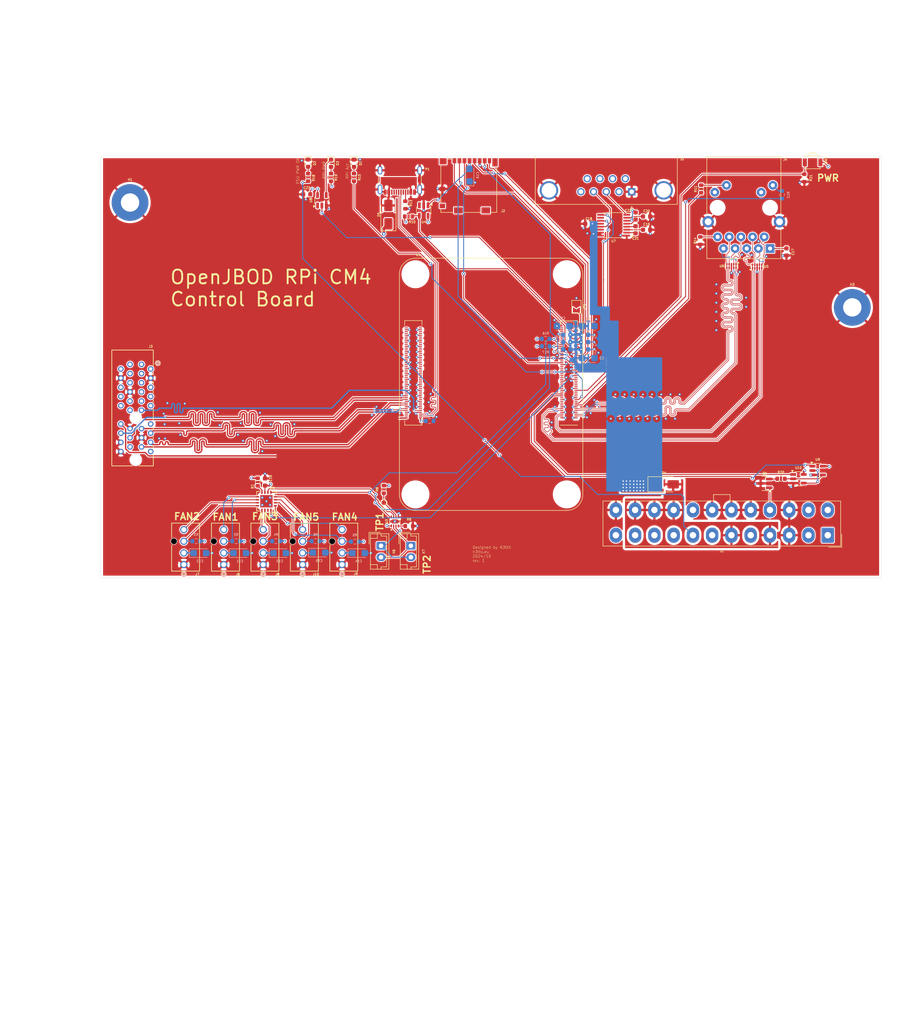
<source format=kicad_pcb>
(kicad_pcb (version 20240108) (generator "pcbnew") (generator_version "8.0")
  (layers (0 "F.Cu" signal) (1 "In1.Cu" power "GND") (2 "In2.Cu" power "PWR") (31 "B.Cu" signal) (36 "B.SilkS" user "B.Silkscreen") (37 "F.SilkS" user "F.Silkscreen") (38 "B.Mask" user) (39 "F.Mask" user) (44 "Edge.Cuts" user))
  (net 0 "")
  (net 1 "+5V")
  (net 2 "GND")
  (net 3 "+3.3V")
  (net 4 "+12V")
  (net 5 "/Connectors/SD_PWR")
  (net 6 "Net-(J4-CT)")
  (net 7 "Net-(U7-V+)")
  (net 8 "Net-(U7-V-)")
  (net 9 "Net-(U7-C1-)")
  (net 10 "Net-(U7-C1+)")
  (net 11 "Net-(U7-C2+)")
  (net 12 "Net-(U7-C2-)")
  (net 13 "Net-(D1-A)")
  (net 14 "Net-(D2-A)")
  (net 15 "/Misc-Systems/RPI_PWR_LED")
  (net 16 "Net-(D3-A)")
  (net 17 "+5V_PSU")
  (net 18 "+5V_USB")
  (net 19 "PS_ON#")
  (net 21 "PWR_OK")
  (net 23 "+5VP")
  (net 24 "SD_CLK")
  (net 25 "SD_CMD")
  (net 26 "SD_DAT0")
  (net 27 "SD_DAT3")
  (net 28 "SD_DAT1")
  (net 29 "SD_DAT2")
  (net 33 "PCIe_CLK_N")
  (net 34 "PCIe_RX_N")
  (net 35 "PCIe_RX_P")
  (net 36 "PCIe_CLK_P")
  (net 39 "PCIe_CLK_nREQ")
  (net 41 "PCIe_TX_P")
  (net 42 "PCIe_nRST")
  (net 43 "PCIe_TX_N")
  (net 44 "TRD3_N")
  (net 45 "Net-(J4-PadL4)")
  (net 46 "TRD2_N")
  (net 47 "TRD3_P")
  (net 48 "TRD0_N")
  (net 49 "Net-(J4-PadL2)")
  (net 50 "TRD1_N")
  (net 51 "TRD1_P")
  (net 52 "TRD0_P")
  (net 53 "TRD2_P")
  (net 54 "Net-(J4-GND)")
  (net 56 "UART_TXd_C")
  (net 60 "UART_RXd_C")
  (net 61 "Net-(JP1-B)")
  (net 63 "Net-(P1-CC)")
  (net 64 "USB_D_N")
  (net 65 "USB_D_P")
  (net 66 "Net-(Q1-B)")
  (net 67 "Net-(U1B-USB_OTG_ID)")
  (net 68 "/Fan-Control/TACH_1")
  (net 69 "/Fan-Control/TACH_2")
  (net 70 "/Fan-Control/TACH_3")
  (net 71 "/Fan-Control/TACH_4")
  (net 72 "/Fan-Control/TACH_5")
  (net 73 "Net-(U2-ADDR_SEL)")
  (net 74 "Net-(U3-*ALERT{slash}*THERM2)")
  (net 75 "Net-(U3-*THERM{slash}ADDR)")
  (net 76 "SD_PWR_ON")
  (net 77 "ETH_LEDY")
  (net 78 "ETH_LEDG")
  (net 79 "RPI_ACT")
  (net 80 "I2C_DAT")
  (net 81 "I2C_CLK")
  (net 82 "/Misc-Systems/LOUT")
  (net 83 "PWR_BTN")
  (net 100 "FAN_ALERT")
  (net 145 "LRESET")
  (net 147 "UART_RXd")
  (net 172 "LSET")
  (net 180 "RPI_PWR")
  (net 182 "UART_TXd")
  (net 193 "/Fan-Control/PWM_4")
  (net 194 "/Fan-Control/PWM_3")
  (net 195 "/Fan-Control/PWM_1")
  (net 197 "/Fan-Control/PWM_5")
  (net 198 "/Fan-Control/PWM_2")
  (net 199 "Net-(U3-DP1{slash}DN1)")
  (net 200 "Net-(U3-DN1{slash}DP2)")
  (net 204 "/Misc-Systems/LOUT_N")
  (footprint "Resistor_SMD:R_0603_1608Metric" (layer "F.Cu") (at 142.89 54.206 90)
    (property "Reference" "R19")
    (property "Value" "1k")
  )
  (footprint "Package_SO:TSSOP-16_4.4x5mm_P0.65mm" (layer "F.Cu") (at 204.49 64.63 180)
    (property "Reference" "U7")
    (property "Value" "MAX3221")
  )
  (footprint "LED_SMD:LED_0603_1608Metric" (layer "F.Cu") (at 142.89 51.13 -90)
    (property "Reference" "D3")
    (property "Value" "LED")
  )
  (footprint "Package_TO_SOT_SMD:SOT-23" (layer "F.Cu") (at 237.49 120.93 180)
    (property "Reference" "Q1")
    (property "Value" "NPN")
  )
  (footprint "Capacitor_SMD:C_0603_1608Metric" (layer "F.Cu") (at 128.49 120.63 -90)
    (property "Reference" "C10")
    (property "Value" "100n")
  )
  (footprint "Custom_Footprints:CONN_SD-47053-001_H10p00_MOL" (layer "F.Cu") (at 128.09 138.63 -90)
    (property "Reference" "J8")
    (property "Value" "FAN3")
  )
  (footprint "Package_SON:USON-10_2.5x1.0mm_P0.5mm" (layer "F.Cu") (at 235.79 73.63 90)
    (property "Reference" "U5")
    (property "Value" "TPD4EUSB30")
  )
  (footprint "LED_SMD:LED_0603_1608Metric" (layer "F.Cu") (at 137.89 51.1045 -90)
    (property "Reference" "D2")
    (property "Value" "LED")
  )
  (footprint "Diode_SMD:D_SMA" (layer "F.Cu") (at 215.49 121.13)
    (property "Reference" "D4")
    (property "Value" "SS14")
  )
  (footprint "MountingHole:MountingHole_4mm_Pad_TopBottom" (layer "F.Cu") (at 99.06 59.69)
    (property "Reference" "H1")
    (property "Value" "MountingHole_Pad")
  )
  (footprint "Connector_Card:microSD_HC_Molex_104031-0811" (layer "F.Cu") (at 172.89 56.03)
    (property "Reference" "J2")
    (property "Value" "Micro_SD_Card")
  )
  (footprint "Connector_JST:JST_EH_B2B-EH-A_1x02_P2.50mm_Vertical" (layer "F.Cu") (at 153.79 134.53 -90)
    (property "Reference" "X6")
    (property "Value" "PROBE2")
  )
  (footprint "Package_TO_SOT_SMD:TSOT-23-5" (layer "F.Cu") (at 163.09 61.43 -90)
    (property "Reference" "U4")
    (property "Value" "RT9742AGJ5F")
  )
  (footprint "Capacitor_SMD:C_0603_1608Metric" (layer "F.Cu") (at 211.69 62.73)
    (property "Reference" "C20")
    (property "Value" "470n")
  )
  (footprint "Resistor_SMD:R_0603_1608Metric" (layer "F.Cu") (at 159.79 62.73)
    (property "Reference" "R10")
    (property "Value" "12k 1%")
  )
  (footprint "Package_TO_SOT_SMD:SOT-23-5" (layer "F.Cu") (at 244.79 119.93)
    (property "Reference" "U10")
    (property "Value" "74LVC1G02")
  )
  (footprint "Package_SON:USON-10_2.5x1.0mm_P0.5mm" (layer "F.Cu") (at 230.19 73.53 -90)
    (property "Reference" "U6")
    (property "Value" "TPD4EUSB30")
  )
  (footprint "Capacitor_SMD:C_0603_1608Metric" (layer "F.Cu") (at 209.29 65.63 -90)
    (property "Reference" "C21")
    (property "Value" "100n")
  )
  (footprint "Connector_USB:USB_C_Receptacle_GCT_USB4105-xx-A_16P_TopMnt_Horizontal" (layer "F.Cu") (at 157.89 53.74 180)
    (property "Reference" "P1")
    (property "Value" "USB_C_Plug_USB2.0")
  )
  (footprint "Resistor_SMD:R_0603_1608Metric" (layer "F.Cu") (at 159.09 60.23 -90)
    (property "Reference" "R13")
    (property "Value" "5.1k")
  )
  (footprint "Custom_Footprints:CONN_SD-47053-001_H10p00_MOL" (layer "F.Cu") (at 136.69 138.63 -90)
    (property "Reference" "J10")
    (property "Value" "FAN5")
  )
  (footprint "Jumper:SolderJumper-2_P1.3mm_Open_TrianglePad1.0x1.5mm" (layer "F.Cu") (at 196.39 82.43 -90)
    (property "Reference" "JP1")
    (property "Value" "USB_BOOT")
  )
  (footprint "TestPoint:TestPoint_Pad_D1.0mm" (layer "F.Cu") (at 154.39 125.13 180)
    (property "Reference" "TP1")
    (property "Value" "ALERT")
  )
  (footprint "Resistor_SMD:R_0603_1608Metric" (layer "F.Cu") (at 240.99 119.93)
    (property "Reference" "R20")
    (property "Value" "4k7")
  )
  (footprint "Resistor_SMD:R_0603_1608Metric" (layer "F.Cu") (at 126.89 120.63 -90)
    (property "Reference" "R7")
    (property "Value" "10k")
  )
  (footprint "Capacitor_SMD:C_0603_1608Metric" (layer "F.Cu") (at 209.29 62.63 -90)
    (property "Reference" "C22")
    (property "Value" "470n")
  )
  (footprint "Resistor_SMD:R_0603_1608Metric" (layer "F.Cu") (at 147.89 54.206 90)
    (property "Reference" "R15")
    (property "Value" "1k")
  )
  (footprint "Resistor_SMD:R_0603_1608Metric" (layer "F.Cu") (at 223.39 68.005 -90)
    (property "Reference" "R14")
    (property "Value" "75")
  )
  (footprint "Custom_Footprints:Raspberry-Pi-4-Compute-Module" (layer "F.Cu") (at 177.79 96.83 180)
    (property "Reference" "U1")
    (property "Value" "Compute_Module_4")
  )
  (footprint "Custom_Footprints:CONN36_6-1734774-7_PCIe_x1" (layer "F.Cu") (at 101.56 94.98 -90)
    (property "Reference" "J3")
    (property "Value" "PCIe x1 Open Back")
  )
  (footprint "Custom_Footprints:QFN16_4x4MC_MCH" (layer "F.Cu") (at 128.79 124.83 -90)
    (property "Reference" "U2")
    (property "Value" "EMC2305-1-AP-TR")
  )
  (footprint "LED_SMD:LED_0603_1608Metric" (layer "F.Cu") (at 147.89 51.13 -90)
    (property "Reference" "D1")
    (property "Value" "LED")
  )
  (footprint "Resistor_SMD:R_0603_1608Metric" (layer "F.Cu") (at 223.59 56.73 90)
    (property "Reference" "R11")
    (property "Value" "470")
  )
  (footprint "Resistor_SMD:R_0603_1608Metric" (layer "F.Cu") (at 137.89 54.206 90)
    (property "Reference" "R18")
    (property "Value" "2k2")
  )
  (footprint "Custom_Footprints:CONN_SD-47053-001_H10p00_MOL" (layer "F.Cu") (at 110.79 138.63 -90)
    (property "Reference" "J7")
    (property "Value" "FAN2")
  )
  (footprint "Capacitor_SMD:C_0603_1608Metric" (layer "F.Cu") (at 211.69 65.63)
    (property "Reference" "C19")
    (property "Value" "470n")
  )
  (footprint "Resistor_SMD:R_0603_1608Metric" (layer "F.Cu") (at 246.09 54.33 -90)
    (property "Reference" "R21")
    (property "Value" "10k")
  )
  (footprint "Resistor_SMD:R_0603_1608Metric" (layer "F.Cu") (at 154.39 122.23 90)
    (property "Reference" "R8")
    (property "Value" "10k")
  )
  (footprint "Diode_SMD:D_SMA" (layer "F.Cu") (at 155.39 62.33 90)
    (property "Reference" "D5")
    (property "Value" "SS14")
  )
  (footprint "MountingHole:MountingHole_4mm_Pad_TopBottom" (layer "F.Cu") (at 256.54 82.55)
    (property "Reference" "H3")
    (property "Value" "MountingHole_Pad")
  )
  (footprint "Custom_Footprints:WDFN8_RW_MCH" (layer "F.Cu") (at 156.79 129.23 90)
    (property "Reference" "U3")
    (property "Value" "EMC1833T-1E/RW")
  )
  (footprint "Connector_RJ:RJ45_UDE_RB1-125B8G1A" (layer "F.Cu") (at 238.605 69.72 180)
    (property "Reference" "J4")
    (property "Value" "RJ45_RB1-125B8G1A")
  )
  (footprint "Capacitor_SMD:C_0603_1608Metric" (layer "F.Cu") (at 242.19 70.455 -90)
    (property "Reference" "C17")
    (property "Value" "100n")
  )
  (footprint "Package_TO_SOT_SMD:SOT-23-5" (layer "F.Cu") (at 248.99 118.13)
    (property "Reference" "U9")
    (property "Value" "74LVC1G02")
  )
  (footprint "Connector_Molex:Molex_Mini-Fit_Jr_5566-24A_2x12_P4.20mm_Vertical" (layer "F.Cu") (at 251.19 132.23 180)
    (property "Reference" "J1")
    (property "Value" "ATX-24")
  )
  (footprint "Custom_Footprints:CONN_SD-47053-001_H10p00_MOL" (layer "F.Cu") (at 119.49 138.63 -90)
    (property "Reference" "J6")
    (property "Value" "FAN1")
  )
  (footprint "Capacitor_SMD:C_0603_1608Metric" (layer "F.Cu") (at 199.09 64.33)
    (property "Reference" "C18")
    (property "Value" "100n")
  )
  (footprint "Custom_Footprints:CONN_SD-47053-001_H10p00_MOL" (layer "F.Cu") (at 145.29 138.63 -90)
    (property "Reference" "J9")
    (property "Value" "FAN4")
  )
  (footprint "Capacitor_SMD:C_0603_1608Metric" (layer "F.Cu") (at 137.59 57.906)
    (property "Reference" "C23")
    (property "Value" "100n")
  )
  (footprint "Button_Switch_SMD:SW_SPST_B3U-3000P" (layer "F.Cu") (at 247.89 50.93)
    (property "Reference" "SW1")
    (property "Value" "ON")
  )
  (footprint "Connector_JST:JST_EH_B2B-EH-A_1x02_P2.50mm_Vertical" (layer "F.Cu") (at 160.29 134.53 -90)
    (property "Reference" "X7")
    (property "Value" "PROBE1")
  )
  (footprint "Package_TO_SOT_SMD:SOT-23-5" (layer "F.Cu") (at 140.89 59.206 90)
    (property "Reference" "U8")
    (property "Value" "74LVC1G07")
  )
  (footprint "Connector_Dsub:DSUB-9_Male_Horizontal_P2.77x2.84mm_EdgePinOffset4.94mm_Housed_MountingHolesOffset7.48mm" (layer "F.Cu") (at 208.44 57.335331 180)
    (property "Reference" "J5")
    (property "Value" "DE9_Plug_MountingHoles")
  )
  (footprint "Resistor_SMD:R_0603_1608Metric" (layer "F.Cu") (at 159.89 130.23)
    (property "Reference" "R9")
    (property "Value" "10k")
  )
  (footprint "Resistor_SMD:R_0603_1608Metric" (layer "B.Cu") (at 241.19 58.005 90)
    (property "Reference" "R12")
    (property "Value" "470")
  )
  (footprint "Resistor_SMD:R_0603_1608Metric" (layer "B.Cu") (at 130.89 133.53 180)
    (property "Reference" "R4")
    (property "Value" "10k")
  )
  (footprint "Capacitor_SMD:C_0603_1608Metric" (layer "B.Cu") (at 198.19 90.13)
    (property "Reference" "C4")
    (property "Value" "100n")
  )
  (footprint "Resistor_SMD:R_0603_1608Metric" (layer "B.Cu") (at 113.49 133.53 180)
    (property "Reference" "R3")
    (property "Value" "10k")
  )
  (footprint "Resistor_SMD:R_0603_1608Metric" (layer "B.Cu") (at 148.09 133.63 180)
    (property "Reference" "R5")
    (property "Value" "10k")
  )
  (footprint "Capacitor_SMD:C_0603_1608Metric" (layer "B.Cu") (at 194.29 88.53 180)
    (property "Reference" "C6")
    (property "Value" "100n")
  )
  (footprint "Resistor_SMD:R_0603_1608Metric" (layer "B.Cu") (at 189.69 89.43)
    (property "Reference" "R16")
    (property "Value" "10k")
  )
  (footprint "Capacitor_Tantalum_SMD:CP_EIA-3216-18_Kemet-A" (layer "B.Cu") (at 173.09 53.73 90)
    (property "Reference" "C16")
    (property "Value" "10u")
  )
  (footprint "Capacitor_Tantalum_SMD:CP_EIA-3216-18_Kemet-A" (layer "B.Cu") (at 193.49 86.63 180)
    (property "Reference" "C1")
    (property "Value" "10u")
  )
  (footprint "Capacitor_Tantalum_SMD:CP_EIA-3216-18_Kemet-A" (layer "B.Cu") (at 198.99 93.63)
    (property "Reference" "C3")
    (property "Value" "10u")
  )
  (footprint "Capacitor_Tantalum_SMD:CP_EIA-3216-18_Kemet-A" (layer "B.Cu") (at 148.89 136.13)
    (property "Reference" "C14")
    (property "Value" "47u")
  )
  (footprint "Capacitor_Tantalum_SMD:CP_EIA-3216-18_Kemet-A" (layer "B.Cu") (at 122.99 136.13)
    (property "Reference" "C11")
    (property "Value" "47u")
  )
  (footprint "Resistor_SMD:R_0603_1608Metric" (layer "B.Cu") (at 164.39 107.33 180)
    (property "Reference" "R1")
    (property "Value" "2k2 1%")
  )
  (footprint "Capacitor_Tantalum_SMD:CP_EIA-3216-18_Kemet-A" (layer "B.Cu") (at 131.69 136.13)
    (property "Reference" "C13")
    (property "Value" "47u")
  )
  (footprint "Capacitor_Tantalum_SMD:CP_EIA-3216-18_Kemet-A" (layer "B.Cu") (at 140.29 136.03)
    (property "Reference" "C15")
    (property "Value" "47u")
  )
  (footprint "Capacitor_SMD:C_0603_1608Metric" (layer "B.Cu") (at 194.29 90.13 180)
    (property "Reference" "C7")
    (property "Value" "100n")
  )
  (footprint "Resistor_SMD:R_0603_1608Metric" (layer "B.Cu") (at 189.69 91.03)
    (property "Reference" "R17")
    (property "Value" "10k")
  )
  (footprint "Resistor_SMD:R_0603_1608Metric" (layer "B.Cu") (at 139.49 133.53 180)
    (property "Reference" "R6")
    (property "Value" "10k")
  )
  (footprint "Capacitor_Tantalum_SMD:CP_EIA-3216-18_Kemet-A" (layer "B.Cu") (at 114.29 136.13)
    (property "Reference" "C12")
    (property "Value" "47u")
  )
  (footprint "Resistor_SMD:R_0603_1608Metric" (layer "B.Cu") (at 122.19 133.53 180)
    (property "Reference" "R2")
    (property "Value" "10k")
  )
  (footprint "Capacitor_SMD:C_0603_1608Metric" (layer "B.Cu") (at 194.29 91.73 180)
    (property "Reference" "C8")
    (property "Value" "100n")
  )
  (footprint "Capacitor_SMD:C_0603_1608Metric" (layer "B.Cu") (at 198.19 91.73)
    (property "Reference" "C5")
    (property "Value" "100n")
  )
  (footprint "Capacitor_SMD:C_0603_1608Metric" (layer "B.Cu") (at 198.19 88.53)
    (property "Reference" "C9")
    (property "Value" "100n")
  )
  (footprint "Capacitor_Tantalum_SMD:CP_EIA-3216-18_Kemet-A" (layer "B.Cu") (at 198.99 86.63)
    (property "Reference" "C2")
    (property "Value" "10u")
  )
  (gr_line (start 92.6846 49.53) (end 262.89 49.53) (stroke (width 0.05)) (layer "Edge.Cuts"))
  (gr_line (start 92.6846 49.53) (end 92.6846 141.53) (stroke (width 0.05)) (layer "Edge.Cuts"))
  (gr_line (start 262.89 141.53) (end 262.89 49.53) (stroke (width 0.05)) (layer "Edge.Cuts"))
  (gr_line (start 262.89 141.53) (end 92.6846 141.53) (stroke (width 0.05)) (layer "Edge.Cuts"))
  (gr_text "PSU PWR OK" (at 135.99 55.73 90) (layer "F.SilkS") (effects (font (size 0.6 0.6) (thickness 0.05)) (justify left bottom)))
  (gr_text "FAN2" (at 108.49 129.03 0) (layer "F.SilkS") (effects (font (size 1.5 1.5) (thickness 0.3) (bold yes)) (justify left bottom)))
  (gr_text "FAN3" (at 125.49 129.03 0) (layer "F.SilkS") (effects (font (size 1.5 1.5) (thickness 0.3) (bold yes)) (justify left bottom)))
  (gr_text "RPi PWR" (at 141.69 54.53 90) (layer "F.SilkS") (effects (font (size 0.6 0.6) (thickness 0.05)) (justify left bottom)))
  (gr_text "FAN5" (at 134.49 129.13 0) (layer "F.SilkS") (effects (font (size 1.5 1.5) (thickness 0.3) (bold yes)) (justify left bottom)))
  (gr_text "TP2" (at 164.69 140.83 90) (layer "F.SilkS") (effects (font (size 1.5 1.5) (thickness 0.3) (bold yes)) (justify left bottom)))
  (gr_text "OpenJBOD RPi CM4\nControl Board" (at 107.59 82.53 0) (layer "F.SilkS") (effects (font (size 3 3) (thickness 0.4) (bold yes)) (justify left bottom)))
  (gr_text "FAN1" (at 116.89 129.13 0) (layer "F.SilkS") (effects (font (size 1.5 1.5) (thickness 0.3) (bold yes)) (justify left bottom)))
  (gr_text "RPi Act" (at 146.79 54.53 90) (layer "F.SilkS") (effects (font (size 0.6 0.6) (thickness 0.05)) (justify left bottom)))
  (gr_text "PWR" (at 248.69 55.23 0) (layer "F.SilkS") (effects (font (size 1.5 1.5) (thickness 0.3) (bold yes)) (justify left bottom)))
  (gr_text "Designed by N3ttX\nn3ttx.eu\n2024/10\nrev. 1" (at 173.69 138.13 0) (layer "F.SilkS") (effects (font (size 0.6 0.6) (thickness 0.05)) (justify left bottom)))
  (gr_text "TP1" (at 154.39 131.53 90) (layer "F.SilkS") (effects (font (size 1.5 1.5) (thickness 0.3) (bold yes)) (justify left bottom)))
  (gr_text "FAN4" (at 142.89 129.13 0) (layer "F.SilkS") (effects (font (size 1.5 1.5) (thickness 0.3) (bold yes)) (justify left bottom)))
  (segment (start 154.39 66.53) (end 154.39 65.33) (width 0.6) (layer "F.Cu") (net 1))
  (segment (start 201.6275 66.53) (end 201.6275 66.905) (width 0.4) (layer "F.Cu") (net 1))
  (segment (start 196.29 90.23) (end 195.165 90.23) (width 0.2) (layer "F.Cu") (net 1))
  (segment (start 196.915 90.63) (end 197.415 90.13) (width 0.2) (layer "F.Cu") (net 1))
  (segment (start 201.6275 66.255) (end 201.6275 66.53) (width 0.4) (layer "F.Cu") (net 1))
  (segment (start 196.29 89.43) (end 195.64 89.43) (width 0.2) (layer "F.Cu") (net 1))
  (segment (start 201.6275 64.305) (end 199.89 64.305) (width 0.2) (layer "F.Cu") (net 1))
  (segment (start 199.8775 64.3175) (end 199.865 64.33) (width 0.2) (layer "F.Cu") (net 1))
  (segment (start 196.39 89.83) (end 197.526765 88.693235) (width 0.2) (layer "F.Cu") (net 1))
  (segment (start 196.29 90.63) (end 196.915 90.63) (width 0.2) (layer "F.Cu") (net 1))
  (segment (start 195.64 89.43) (end 195.065 88.855) (width 0.2) (layer "F.Cu") (net 1))
  (segment (start 197.115 91.43) (end 197.415 91.73) (width 0.2) (layer "F.Cu") (net 1))
  (segment (start 200.49 66.53) (end 200.09 66.53) (width 0.4) (layer "F.Cu") (net 1))
  (segment (start 196.29 91.03) (end 196.715 91.03) (width 0.2) (layer "F.Cu") (net 1))
  (segment (start 201.6275 66.53) (end 200.49 66.53) (width 0.4) (layer "F.Cu") (net 1))
  (segment (start 154.39 65.33) (end 155.39 64.33) (width 0.6) (layer "F.Cu") (net 1))
  (segment (start 197.526765 88.693235) (end 197.526765 88.641765) (width 0.2) (layer "F.Cu") (net 1))
  (segment (start 199.89 64.305) (end 199.8775 64.3175) (width 0.2) (layer "F.Cu") (net 1))
  (segment (start 195.065 88.855) (end 195.065 88.53) (width 0.2) (layer "F.Cu") (net 1))
  (segment (start 196.29 89.83) (end 196.39 89.83) (width 0.2) (layer "F.Cu") (net 1))
  (segment (start 195.165 90.23) (end 195.065 90.13) (width 0.2) (layer "F.Cu") (net 1))
  (segment (start 196.715 91.03) (end 197.415 91.73) (width 0.2) (layer "F.Cu") (net 1))
  (segment (start 196.29 91.43) (end 197.115 91.43) (width 0.2) (layer "F.Cu") (net 1))
  (via (at 208.09 121.83) (size 0.6) (drill 0.3) (layers "F.Cu" "B.Cu") (net 1))
  (via (at 208.89 122.53) (size 0.6) (drill 0.3) (layers "F.Cu" "B.Cu") (net 1))
  (via (at 206.59 121.13) (size 0.6) (drill 0.3) (layers "F.Cu" "B.Cu") (net 1))
  (via (at 208.09 121.13) (size 0.6) (drill 0.3) (layers "F.Cu" "B.Cu") (net 1))
  (via (at 210.29 121.13) (size 0.6) (drill 0.3) (layers "F.Cu" "B.Cu") (net 1))
  (via (at 210.29 121.83) (size 0.6) (drill 0.3) (layers "F.Cu" "B.Cu") (net 1))
  (via (at 207.29 121.83) (size 0.6) (drill 0.3) (layers "F.Cu" "B.Cu") (net 1))
  (via (at 197.415 90.13) (size 0.6) (drill 0.3) (layers "F.Cu" "B.Cu") (net 1))
  (via (at 197.415 91.73) (size 0.6) (drill 0.3) (layers "F.Cu" "B.Cu") (net 1))
  (via (at 208.09 120.43) (size 0.6) (drill 0.3) (layers "F.Cu" "B.Cu") (net 1))
  (via (at 208.89 121.13) (size 0.6) (drill 0.3) (layers "F.Cu" "B.Cu") (net 1))
  (via (at 208.89 121.83) (size 0.6) (drill 0.3) (layers "F.Cu" "B.Cu") (net 1))
  (via (at 206.59 121.83) (size 0.6) (drill 0.3) (layers "F.Cu" "B.Cu") (net 1))
  (via (at 207.29 121.13) (size 0.6) (drill 0.3) (layers "F.Cu" "B.Cu") (net 1))
  (via (at 207.29 122.53) (size 0.6) (drill 0.3) (layers "F.Cu" "B.Cu") (net 1))
  (via (at 207.29 120.43) (size 0.6) (drill 0.3) (layers "F.Cu" "B.Cu") (net 1))
  (via (at 197.526765 88.641765) (size 0.6) (drill 0.3) (layers "F.Cu" "B.Cu") (net 1))
  (via (at 199.8775 64.3175) (size 0.6) (drill 0.3) (layers "F.Cu" "B.Cu") (net 1))
  (via (at 210.29 120.43) (size 0.6) (drill 0.3) (layers "F.Cu" "B.Cu") (net 1))
  (via (at 210.99 122.53) (size 0.6) (drill 0.3) (layers "F.Cu" "B.Cu") (net 1))
  (via (at 200.09 66.53) (size 0.6) (drill 0.3) (layers "F.Cu" "B.Cu") (net 1))
  (via (at 210.99 121.13) (size 0.6) (drill 0.3) (layers "F.Cu" "B.Cu") (net 1))
  (via (at 195.065 90.13) (size 0.6) (drill 0.3) (layers "F.Cu" "B.Cu") (net 1))
  (via (at 210.29 122.53) (size 0.6) (drill 0.3) (layers "F.Cu" "B.Cu") (net 1))
  (via (at 210.99 121.83) (size 0.6) (drill 0.3) (layers "F.Cu" "B.Cu") (net 1))
  (via (at 208.09 122.53) (size 0.6) (drill 0.3) (layers "F.Cu" "B.Cu") (net 1))
  (via (at 195.065 88.53) (size 0.6) (drill 0.3) (layers "F.Cu" "B.Cu") (net 1))
  (via (at 209.59 121.13) (size 0.6) (drill 0.3) (layers "F.Cu" "B.Cu") (net 1))
  (via (at 209.59 122.53) (size 0.6) (drill 0.3) (layers "F.Cu" "B.Cu") (net 1))
  (via (at 154.39 66.53) (size 0.8) (drill 0.4) (layers "F.Cu" "B.Cu") (net 1))
  (via (at 208.89 120.43) (size 0.6) (drill 0.3) (layers "F.Cu" "B.Cu") (net 1))
  (via (at 209.59 120.43) (size 0.6) (drill 0.3) (layers "F.Cu" "B.Cu") (net 1))
  (via (at 206.59 120.43) (size 0.6) (drill 0.3) (layers "F.Cu" "B.Cu") (net 1))
  (via (at 209.59 121.83) (size 0.6) (drill 0.3) (layers "F.Cu" "B.Cu") (net 1))
  (via (at 206.59 122.53) (size 0.6) (drill 0.3) (layers "F.Cu" "B.Cu") (net 1))
  (via (at 210.99 120.43) (size 0.6) (drill 0.3) (layers "F.Cu" "B.Cu") (net 1))
  (segment (start 175.285 51.525) (end 175.39 51.63) (width 0.2) (layer "F.Cu") (net 2))
  (segment (start 159.29 103.03) (end 160.09 103.03) (width 0.2) (layer "F.Cu") (net 2))
  (segment (start 161.69 105.43) (end 161.39 105.73) (width 0.2) (layer "F.Cu") (net 2))
  (segment (start 162.37 104.23) (end 161.59 104.23) (width 0.2) (layer "F.Cu") (net 2))
  (segment (start 207.3525 66.905) (end 206.065 66.905) (width 0.2) (layer "F.Cu") (net 2))
  (segment (start 159.982892 95.83) (end 160.086446 95.933554) (width 0.2) (layer "F.Cu") (net 2))
  (segment (start 196.29 95.03) (end 195.39 95.03) (width 0.2) (layer "F.Cu") (net 2))
  (segment (start 128.49 119.855) (end 128.49 118.83) (width 0.2) (layer "F.Cu") (net 2))
  (segment (start 162.37 103.03) (end 161.59 103.03) (width 0.2) (layer "F.Cu") (net 2))
  (segment (start 162.37 100.63) (end 161.59 100.63) (width 0.2) (layer "F.Cu") (net 2))
  (segment (start 137.89 50.317) (end 136.703 50.317) (width 0.2) (layer "F.Cu") (net 2))
  (segment (start 162.37 91.03) (end 161.59 91.03) (width 0.2) (layer "F.Cu") (net 2))
  (segment (start 206.065 66.905) (end 205.99 66.83) (width 0.2) (layer "F.Cu") (net 2))
  (segment (start 159.09 61.055) (end 159.965 61.055) (width 0.2) (layer "F.Cu") (net 2))
  (segment (start 159.29 105.43) (end 160.09 105.43) (width 0.2) (layer "F.Cu") (net 2))
  (segment (start 212.465 63.105) (end 212.79 63.43) (width 0.2) (layer "F.Cu") (net 2))
  (segment (start 193.21 96.63) (end 193.79 96.63) (width 0.2) (layer "F.Cu") (net 2))
  (segment (start 159.29 100.63) (end 160.19 100.63) (width 0.2) (layer "F.Cu") (net 2))
  (segment (start 194.09 96.33) (end 194.19 96.23) (width 0.2) (layer "F.Cu") (net 2))
  (segment (start 159.29 88.63) (end 159.99 88.63) (width 0.2) (layer "F.Cu") (net 2))
  (segment (start 192.66 93.83) (end 192.19 93.36) (width 0.2) (layer "F.Cu") (net 2))
  (segment (start 193.99 95.03) (end 194.19 94.83) (width 0.2) (layer "F.Cu") (net 2))
  (segment (start 193.21 104.23) (end 193.99 104.23) (width 0.2) (layer "F.Cu") (net 2))
  (segment (start 159.29 95.83) (end 159.982892 95.83) (width 0.2) (layer "F.Cu") (net 2))
  (segment (start 161.09 57.42) (end 161.635 57.42) (width 0.2) (layer "F.Cu") (net 2))
  (segment (start 235.79 73.245) (end 235.79 74.015) (width 0.2) (layer "F.Cu") (net 2))
  (segment (start 246.09 55.155) (end 245.265 55.155) (width 0.2) (layer "F.Cu") (net 2))
  (segment (start 243.6525 120.88) (end 243.6525 121.2675) (width 0.2) (layer "F.Cu") (net 2))
  (segment (start 193.21 106.63) (end 193.99 106.63) (width 0.2) (layer "F.Cu") (net 2))
  (segment (start 195.39 92.63) (end 195.29 92.73) (width 0.2) (layer "F.Cu") (net 2))
  (segment (start 193.21 102.63) (end 193.99 102.63) (width 0.2) (layer "F.Cu") (net 2))
  (segment (start 212.465 66.505) (end 212.49 66.53) (width 0.2) (layer "F.Cu") (net 2))
  (segment (start 162.37 95.83) (end 161.59 95.83) (width 0.2) (layer "F.Cu") (net 2))
  (segment (start 247.54 119.08) (end 247.49 119.13) (width 0.2) (layer "F.Cu") (net 2))
  (segment (start 192.19 93.36) (end 192.19 93.03) (width 0.2) (layer "F.Cu") (net 2))
  (segment (start 159.29 92.23) (end 159.99 92.23) (width 0.2) (layer "F.Cu") (net 2))
  (segment (start 195.29 93.28) (end 195.29 92.73) (width 0.2) (layer "F.Cu") (net 2))
  (segment (start 159.29 97.03) (end 160.09 97.03) (width 0.2) (layer "F.Cu") (net 2))
  (segment (start 193.99 92.23) (end 194.09 92.13) (width 0.2) (layer "F.Cu") (net 2))
  (segment (start 192.14 86.91) (end 192.14 86.63) (width 0.2) (layer "F.Cu") (net 2))
  (segment (start 166.19 56.73) (end 166.09 56.63) (width 0.2) (layer "F.Cu") (net 2))
  (segment (start 162.37 94.63) (end 161.59 94.63) (width 0.2) (layer "F.Cu") (net 2))
  (segment (start 193.79 96.63) (end 194.09 96.33) (width 0.2) (layer "F.Cu") (net 2))
  (segment (start 194.19 98.2) (end 194.19 97.83) (width 0.2) (layer "F.Cu") (net 2))
  (segment (start 196.29 96.23) (end 195.39 96.23) (width 0.2) (layer "F.Cu") (net 2))
  (segment (start 160.09 94.63) (end 160.19 94.53) (width 0.2) (layer "F.Cu") (net 2))
  (segment (start 159.29 99.43) (end 160.09 99.43) (width 0.2) (layer "F.Cu") (net 2))
  (segment (start 196.29 100.23) (end 195.39 100.23) (width 0.2) (layer "F.Cu") (net 2))
  (segment (start 159.29 94.63) (end 160.09 94.63) (width 0.2) (layer "F.Cu") (net 2))
  (segment (start 198.315 64.33) (end 198.315 64.89005) (width 0.2) (layer "F.Cu") (net 2))
  (segment (start 175.285 50.58) (end 175.285 51.525) (width 0.2) (layer "F.Cu") (net 2))
  (segment (start 212.465 65.63) (end 212.465 66.505) (width 0.2) (layer "F.Cu") (net 2))
  (segment (start 163.09 60.2925) (end 163.09 61.43) (width 0.2) (layer "F.Cu") (net 2))
  (segment (start 157.540001 128.2521) (end 157.540001 127.579999) (width 0.2) (layer "F.Cu") (net 2))
  (segment (start 159.965 61.055) (end 159.99 61.03) (width 0.2) (layer "F.Cu") (net 2))
  (segment (start 230.162474 75.002474) (end 230.19 75.03) (width 0.2) (layer "F.Cu") (net 2))
  (segment (start 167.15 56.73) (end 166.19 56.73) (width 0.2) (layer "F.Cu") (net 2))
  (segment (start 223.39 68.83) (end 223.39 69.83) (width 0.2) (layer "F.Cu") (net 2))
  (segment (start 195.39 95.03) (end 195.19 95.23) (width 0.2) (layer "F.Cu") (net 2))
  (segment (start 196.29 93.83) (end 195.84 93.83) (width 0.2) (layer "F.Cu") (net 2))
  (segment (start 198.315 64.89005) (end 197.932525 65.272525) (width 0.2) (layer "F.Cu") (net 2))
  (segment (start 212.465 62.73) (end 212.465 63.105) (width 0.2) (layer "F.Cu") (net 2))
  (segment (start 195.84 93.83) (end 195.29 93.28) (width 0.2) (layer "F.Cu") (net 2))
  (segment (start 162.37 88.63) (end 161.755424 88.63) (width 0.2) (layer "F.Cu") (net 2))
  (segment (start 230.162474 73.942526) (end 230.162474 75.002474) (width 0.2) (layer "F.Cu") (net 2))
  (segment (start 159.29 98.23) (end 160.09 98.23) (width 0.2) (layer "F.Cu") (net 2))
  (segment (start 245.265 55.155) (end 245.09 55.33) (width 0.2) (layer "F.Cu") (net 2))
  (segment (start 154.69 57.42) (end 154.145 57.42) (width 0.2) (layer "F.Cu") (net 2))
  (segment (start 230.19 73.145) (end 230.19 73.915) (width 0.2) (layer "F.Cu") (net 2))
  (segment (start 160.715 130.23) (end 161.69 130.23) (width 0.2) (layer "F.Cu") (net 2))
  (segment (start 243.6525 121.2675) (end 243.19 121.73) (width 0.2) (layer "F.Cu") (net 2))
  (segment (start 196.29 104.23) (end 195.59 104.23) (width 0.2) (layer "F.Cu") (net 2))
  (segment (start 193.21 92.23) (end 193.99 92.23) (width 0.2) (layer "F.Cu") (net 2))
  (segment (start 196.29 106.63) (end 195.59 106.63) (width 0.2) (layer "F.Cu") (net 2))
  (segment (start 247.8525 119.08) (end 247.54 119.08) (width 0.2) (layer "F.Cu") (net 2))
  (segment (start 193.21 105.43) (end 193.99 105.43) (width 0.2) (layer "F.Cu") (net 2))
  (segment (start 236.5525 120.93) (end 235.49 120.93) (width 0.2) (layer "F.Cu") (net 2))
  (segment (start 149.1775 50.3425) (end 149.19 50.33) (width 0.2) (layer "F.Cu") (net 2))
  (segment (start 159.29 93.43) (end 159.99 93.43) (width 0.2) (layer "F.Cu") (net 2))
  (segment (start 199.57995 65.605) (end 198.772475 66.412475) (width 0.2) (layer "F.Cu") (net 2))
  (segment (start 162.37 92.23) (end 161.59 92.23) (width 0.2) (layer "F.Cu") (net 2))
  (segment (start 159.29 89.83) (end 159.99 89.83) (width 0.2) (layer "F.Cu") (net 2))
  (segment (start 193.21 100.63) (end 193.99 100.63) (width 0.2) (layer "F.Cu") (net 2))
  (segment (start 154.145 57.42) (end 153.57 56.845) (width 0.2) (layer "F.Cu") (net 2))
  (segment (start 235.79 74.015) (end 235.79 74.83) (width 0.2) (layer "F.Cu") (net 2))
  (segment (start 159.29 101.83) (end 158.49 101.83) (width 0.2) (layer "F.Cu") (net 2))
  (segment (start 141.84 60.3435) (end 141.84 60.48) (width 0.2) (layer "F.Cu") (net 2))
  (segment (start 157.540001 127.579999) (end 157.69 127.43) (width 0.2) (layer "F.Cu") (net 2))
  (segment (start 201.6275 65.605) (end 199.57995 65.605) (width 0.2) (layer "F.Cu") (net 2))
  (segment (start 241.49 71.23) (end 241.39 71.33) (width 0.2) (layer "F.Cu") (net 2))
  (segment (start 242.19 71.23) (end 241.49 71.23) (width 0.2) (layer "F.Cu") (net 2))
  (segment (start 193.76 98.63) (end 194.19 98.2) (width 0.2) (layer "F.Cu") (net 2))
  (segment (start 136.815 57.906) (end 136.815 58.455) (width 0.2) (layer "F.Cu") (net 2))
  (segment (start 193.21 95.03) (end 193.99 95.03) (width 0.2) (layer "F.Cu") (net 2))
  (segment (start 195.39 96.23) (end 195.19 96.03) (width 0.2) (layer "F.Cu") (net 2))
  (segment (start 192.66 87.43) (end 192.14 86.91) (width 0.2) (layer "F.Cu") (net 2))
  (segment (start 193.21 98.63) (end 193.76 98.63) (width 0.2) (layer "F.Cu") (net 2))
  (segment (start 162.37 93.43) (end 161.59 93.43) (width 0.2) (layer "F.Cu") (net 2))
  (segment (start 195.49 98.23) (end 195.19 98.53) (width 0.2) (layer "F.Cu") (net 2))
  (segment (start 159.29 91.03) (end 159.99 91.03) (width 0.2) (layer "F.Cu") (net 2))
  (segment (start 196.29 98.23) (end 195.49 98.23) (width 0.2) (layer "F.Cu") (net 2))
  (segment (start 196.39 81.705) (end 196.39 80.53) (width 0.2) (layer "F.Cu") (net 2))
  (segment (start 194.19 96.23) (end 194.19 96.03) (width 0.2) (layer "F.Cu") (net 2))
  (segment (start 196.29 105.43) (end 195.59 105.43) (width 0.2) (layer "F.Cu") (net 2))
  (segment (start 193.21 87.43) (end 192.66 87.43) (width 0.2) (layer "F.Cu") (net 2))
  (segment (start 159.29 104.23) (end 160.09 104.23) (width 0.2) (layer "F.Cu") (net 2))
  (segment (start 147.89 50.3425) (end 149.1775 50.3425) (width 0.2) (layer "F.Cu") (net 2))
  (segment (start 162.37 87.43) (end 161.69 87.43) (width 0.2) (layer "F.Cu") (net 2))
  (segment (start 136.703 50.317) (end 136.49 50.53) (width 0.2) (layer "F.Cu") (net 2))
  (segment (start 162.37 89.83) (end 161.59 89.83) (width 0.2) (layer "F.Cu") (net 2))
  (segment (start 193.21 93.83) (end 192.66 93.83) (width 0.2) (layer "F.Cu") (net 2))
  (segment (start 141.84 60.48) (end 142.49 61.13) (width 0.2) (layer "F.Cu") (net 2))
  (segment (start 158.49 101.83) (end 158.29 101.63) (width 0.2) (layer "F.Cu") (net 2))
  (segment (start 235.49 120.93) (end 235.39 121.03) (width 0.2) (layer "F.Cu") (net 2))
  (segment (start 161.635 57.42) (end 162.21 56.845) (width 0.2) (layer "F.Cu") (net 2))
  (segment (start 230.19 73.915) (end 230.162474 73.942526) (width 0.2) (layer "F.Cu") (net 2))
  (segment (start 161.755424 88.63) (end 161.755423 88.630001) (width 0.2) (layer "F.Cu") (net 2))
  (segment (start 136.815 58.455) (end 137.39 59.03) (width 0.2) (layer "F.Cu") (net 2))
  (segment (start 196.29 92.63) (end 195.39 92.63) (width 0.2) (layer "F.Cu") (net 2))
  (segment (start 162.37 99.43) (end 161.59 99.43) (width 0.2) (layer "F.Cu") (net 2))
  (segment (start 159.29 87.43) (end 159.99 87.43) (width 0.2) (layer "F.Cu") (net 2))
  (segment (start 196.29 102.23) (end 195.59 102.23) (width 0.2) (layer "F.Cu") (net 2))
  (segment (start 162.37 105.43) (end 161.69 105.43) (width 0.2) (layer "F.Cu") (net 2))
  (segment (start 162.37 101.83) (end 161.59 101.83) (width 0.2) (layer "F.Cu") (net 2))
  (via (at 160.09 104.23) (size 0.6) (drill 0.3) (layers "F.Cu" "B.Cu") (net 2))
  (via (at 198.772475 66.412475) (size 0.6) (drill 0.3) (layers "F.Cu" "B.Cu") (net 2))
  (via (at 233.39 80.43) (size 0.6) (drill 0.3) (layers "F.Cu" "B.Cu") (net 2))
  (via (at 166.09 56.63) (size 0.6) (drill 0.3) (layers "F.Cu" "B.Cu") (net 2))
  (via (at 192.14 86.63) (size 0.6) (drill 0.3) (layers "F.Cu" "B.Cu") (net 2))
  (via (at 130.69 110.63) (size 0.6) (drill 0.3) (layers "F.Cu" "B.Cu") (net 2))
  (via (at 105.39 111.13) (size 0.6) (drill 0.3) (layers "F.Cu" "B.Cu") (net 2))
  (via (at 129.69 108.03) (size 0.6) (drill 0.3) (layers "F.Cu" "B.Cu") (net 2))
  (via (at 197.932525 65.272525) (size 0.6) (drill 0.3) (layers "F.Cu" "B.Cu") (net 2))
  (via (at 193.99 100.63) (size 0.6) (drill 0.3) (layers "F.Cu" "B.Cu") (net 2))
  (via (at 191.700262 104.220664) (size 0.6) (drill 0.3) (layers "F.Cu" "B.Cu") (net 2))
  (via (at 223.39 69.83) (size 0.6) (drill 0.3) (layers "F.Cu" "B.Cu") (net 2))
  (via (at 198.69 104.13) (size 0.6) (drill 0.3) (layers "F.Cu" "B.Cu") (net 2))
  (via (at 193.99 102.63) (size 0.6) (drill 0.3) (layers "F.Cu" "B.Cu") (net 2))
  (via (at 232.49 71.03) (size 0.6) (drill 0.3) (layers "F.Cu" "B.Cu") (net 2))
  (via (at 194.09 92.13) (size 0.6) (drill 0.3) (layers "F.Cu" "B.Cu") (net 2))
  (via (at 226.89 79.53) (size 0.6) (drill 0.3) (layers "F.Cu" "B.Cu") (net 2))
  (via (at 161.59 91.03) (size 0.6) (drill 0.3) (layers "F.Cu" "B.Cu") (net 2))
  (via (at 206.89 101.53) (size 0.6) (drill 0.3) (layers "F.Cu" "B.Cu") (net 2))
  (via (at 213.89 106.83) (size 0.6) (drill 0.3) (layers "F.Cu" "B.Cu") (net 2))
  (via (at 212.89 101.53) (size 0.6) (drill 0.3) (layers "F.Cu" "B.Cu") (net 2))
  (via (at 160.09 98.23) (size 0.6) (drill 0.3) (layers "F.Cu" "B.Cu") (net 2))
  (via (at 122.59 110.33) (size 0.6) (drill 0.3) (layers "F.Cu" "B.Cu") (net 2))
  (via (at 161.59 87.43) (size 0.6) (drill 0.3) (layers "F.Cu" "B.Cu") (net 2))
  (via (at 195.59 105.43) (size 0.6) (drill 0.3) (layers "F.Cu" "B.Cu") (net 2))
  (via (at 128.49 118.83) (size 0.6) (drill 0.3) (layers "F.Cu" "B.Cu") (net 2))
  (via (at 161.59 100.63) (size 0.6) (drill 0.3) (layers "F.Cu" "B.Cu") (net 2))
  (via (at 157.89 105.63) (size 0.6) (drill 0.3) (layers "F.Cu" "B.Cu") (net 2))
  (via (at 210.89 101.53) (size 0.6) (drill 0.3) (layers "F.Cu" "B.Cu") (net 2))
  (via (at 134.89 108.03) (size 0.6) (drill 0.3) (layers "F.Cu" "B.Cu") (net 2))
  (via (at 243.19 121.73) (size 0.6) (drill 0.3) (layers "F.Cu" "B.Cu") (net 2))
  (via (at 211.89 106.83) (size 0.6) (drill 0.3) (layers "F.Cu" "B.Cu") (net 2))
  (via (at 230.19 75.03) (size 0.6) (drill 0.3) (layers "F.Cu" "B.Cu") (net 2))
  (via (at 106.39 105.73) (size 0.6) (drill 0.3) (layers "F.Cu" "B.Cu") (net 2))
  (via (at 159.99 88.63) (size 0.6) (drill 0.3) (layers "F.Cu" "B.Cu") (net 2))
  (via (at 195.19 95.23) (size 0.6) (drill 0.3) (layers "F.Cu" "B.Cu") (net 2))
  (via (at 123.19 107.83) (size 0.6) (drill 0.3) (layers "F.Cu" "B.Cu") (net 2))
  (via (at 106.69 111.13) (size 0.6) (drill 0.3) (layers "F.Cu" "B.Cu") (net 2))
  (via (at 160.19 100.63) (size 0.6) (drill 0.3) (layers "F.Cu" "B.Cu") (net 2))
  (via (at 160.09 103.03) (size 0.6) (drill 0.3) (layers "F.Cu" "B.Cu") (net 2))
  (via (at 159.99 91.03) (size 0.6) (drill 0.3) (layers "F.Cu" "B.Cu") (net 2))
  (via (at 203.89 106.83) (size 0.6) (drill 0.3) (layers "F.Cu" "B.Cu") (net 2))
  (via (at 161.69 130.23) (size 0.6) (drill 0.3) (layers "F.Cu" "B.Cu") (net 2))
  (via (at 161.59 93.43) (size 0.6) (drill 0.3) (layers "F.Cu" "B.Cu") (net 2))
  (via (at 128.79 124.83) (size 0.6) (drill 0.3) (layers "F.Cu" "B.Cu") (net 2))
  (via (at 159.99 92.23) (size 0.6) (drill 0.3) (layers "F.Cu" "B.Cu") (net 2))
  (via (at 245.09 55.33) (size 0.6) (drill 0.3) (layers "F.Cu" "B.Cu") (net 2))
  (via (at 161.59 94.63) (size 0.6) (drill 0.3) (layers "F.Cu" "B.Cu") (net 2))
  (via (at 192.19 93.03) (size 0.6) (drill 0.3) (layers "F.Cu" "B.Cu") (net 2))
  (via (at 160.09 99.43) (size 0.6) (drill 0.3) (layers "F.Cu" "B.Cu") (net 2))
  (via (at 199.49 105.63) (size 0.6) (drill 0.3) (layers "F.Cu" "B.Cu") (net 2))
  (via (at 175.39 51.63) (size 0.6) (drill 0.3) (layers "F.Cu" "B.Cu") (net 2))
  (via (at 195.29 92.73) (size 0.6) (drill 0.3) (layers "F.Cu" "B.Cu") (net 2))
  (via (at 196.39 80.53) (size 0.6) (drill 0.3) (layers "F.Cu" "B.Cu") (net 2))
  (via (at 109.99 110.33) (size 0.6) (drill 0.3) (layers "F.Cu" "B.Cu") (net 2))
  (via (at 159.99 87.43) (size 0.6) (drill 0.3) (layers "F.Cu" "B.Cu") (net 2))
  (via (at 195.19 98.53) (size 0.6) (drill 0.3) (layers "F.Cu" "B.Cu") (net 2))
  (via (at 201.49 104.23) (size 0.4) (drill 0.2) (layers "F.Cu" "B.Cu") (net 2))
  (via (at 195.19 96.03) (size 0.6) (drill 0.3) (layers "F.Cu" "B.Cu") (net 2))
  (via (at 236.09 68.13) (size 0.6) (drill 0.3) (layers "F.Cu" "B.Cu") (net 2))
  (via (at 159.99 89.83) (size 0.6) (drill 0.3) (layers "F.Cu" "B.Cu") (net 2))
  (via (at 127.89 113.93) (size 0.6) (drill 0.3) (layers "F.Cu" "B.Cu") (net 2))
  (via (at 195.59 102.23) (size 0.6) (drill 0.3) (layers "F.Cu" "B.Cu") (net 2))
  (via (at 142.49 61.13) (size 0.6) (drill 0.3) (layers "F.Cu" "B.Cu") (net 2))
  (via (at 158.29 101.63) (size 0.6) (drill 0.3) (layers "F.Cu" "B.Cu") (net 2))
  (via (at 226.89 85.53) (size 0.6) (drill 0.3) (layers "F.Cu" "B.Cu") (net 2))
  (via (at 107.19 103.43) (size 0.6) (drill 0.3) (layers "F.Cu" "B.Cu") (net 2))
  (via (at 247.49 119.13) (size 0.6) (drill 0.3) (layers "F.Cu" "B.Cu") (net 2))
  (via (at 137.39 59.03) (size 0.6) (drill 0.3) (layers "F.Cu" "B.Cu") (net 2))
  (via (at 161.59 92.23) (size 0.6) (drill 0.3) (layers "F.Cu" "B.Cu") (net 2))
  (via (at 161.59 103.03) (size 0.6) (drill 0.3) (layers "F.Cu" "B.Cu") (net 2))
  (via (at 151.79 106.03) (size 0.6) (drill 0.3) (layers "F.Cu" "B.Cu") (net 2))
  (via (at 237.79 71.43) (size 0.6) (drill 0.3) (layers "F.Cu" "B.Cu") (net 2))
  (via (at 200.69 85.13) (size 0.6) (drill 0.3) (layers "F.Cu" "B.Cu") (net 2))
  (via (at 205.89 106.83) (size 0.6) (drill 0.3) (layers "F.Cu" "B.Cu") (net 2))
  (via (at 118.59 108.23) (size 0.6) (drill 0.3) (layers "F.Cu" "B.Cu") (net 2))
  (via (at 160.09 97.03) (size 0.6) (drill 0.3) (layers "F.Cu" "B.Cu") (net 2))
  (via (at 129.59 125.63) (size 0.6) (drill 0.3) (layers "F.Cu" "B.Cu") (net 2))
  (via (at 161.59 99.43) (size 0.6) (drill 0.3) (layers "F.Cu" "B.Cu") (net 2))
  (via (at 152.79 104.23) (size 0.6) (drill 0.3) (layers "F.Cu" "B.Cu") (net 2))
  (via (at 161.59 88.630001) (size 0.6) (drill 0.3) (layers "F.Cu" "B.Cu") (net 2))
  (via (at 194.19 96.03) (size 0.6) (drill 0.3) (layers "F.Cu" "B.Cu") (net 2))
  (via (at 233.39 82.43) (size 0.6) (drill 0.3) (layers "F.Cu" "B.Cu") (net 2))
  (via (at 125.69 136.13) (size 0.6) (drill 0.3) (layers "F.Cu" "B.Cu") (net 2))
  (via (at 134.39 136.13) (size 0.6) (drill 0.3) (layers "F.Cu" "B.Cu") (net 2))
  (via (at 129.59 124.03) (size 0.6) (drill 0.3) (layers "F.Cu" "B.Cu") (net 2))
  (via (at 234.59 71.13) (size 0.6) (drill 0.3) (layers "F.Cu" "B.Cu") (net 2))
  (via (at 216.89 101.53) (size 0.6) (drill 0.3) (layers "F.Cu" "B.Cu") (net 2))
  (via (at 226.89 77.53) (size 0.6) (drill 0.3) (layers "F.Cu" "B.Cu") (net 2))
  (via (at 195.59 106.63) (size 0.6) (drill 0.3) (layers "F.Cu" "B.Cu") (net 2))
  (via (at 161.39 105.73) (size 0.6) (drill 0.3) (layers "F.Cu" "B.Cu") (net 2))
  (via (at 217.89 106.83) (size 0.6) (drill 0.3) (layers "F.Cu" "B.Cu") (net 2))
  (via (at 161.59 104.23) (size 0.6) (drill 0.3) (layers "F.Cu" "B.Cu") (net 2))
  (via (at 194.19 97.83) (size 0.6) (drill 0.3) (layers "F.Cu" "B.Cu") (net 2))
  (via (at 191.59 85.33) (size 0.6) (drill 0.3) (layers "F.Cu" "B.Cu") (net 2))
  (via (at 160.086446 95.933554) (size 0.6) (drill 0.3) (layers "F.Cu" "B.Cu") (net 2))
  (via (at 127.39 105.53) (size 0.6) (drill 0.3) (layers "F.Cu" "B.Cu") (net 2))
  (via (at 136.49 50.53) (size 0.6) (drill 0.3) (layers "F.Cu" "B.Cu") (net 2))
  (via (at 190.99 108.73) (size 0.6) (drill 0.3) (layers "F.Cu" "B.Cu") (net 2))
  (via (at 209.89 106.83) (size 0.6) (drill 0.3) (layers "F.Cu" "B.Cu") (net 2))
  (via (at 212.79 63.43) (size 0.6) (drill 0.3) (layers "F.Cu" "B.Cu") (net 2))
  (via (at 200.29 91.63) (size 0.6) (drill 0.3) (layers "F.Cu" "B.Cu") (net 2))
  (via (at 123.69 111.63) (size 0.6) (drill 0.3) (layers "F.Cu" "B.Cu") (net 2))
  (via (at 198.69 106.53) (size 0.6) (drill 0.3) (layers "F.Cu" "B.Cu") (net 2))
  (via (at 193.99 105.43) (size 0.6) (drill 0.3) (layers "F.Cu" "B.Cu") (net 2))
  (via (at 208.89 101.53) (size 0.6) (drill 0.3) (layers "F.Cu" "B.Cu") (net 2))
  (via (at 201.19 92.43) (size 0.6) (drill 0.3) (layers "F.Cu" "B.Cu") (net 2))
  (via (at 109.79 107.83) (size 0.6) (drill 0.3) (layers "F.Cu" "B.Cu") (net 2))
  (via (at 106.59 108.03) (size 0.6) (drill 0.3) (layers "F.Cu" "B.Cu") (net 2))
  (via (at 163.09 61.43) (size 0.6) (drill 0.3) (layers "F.Cu" "B.Cu") (net 2))
  (via (at 127.89 125.63) (size 0.6) (drill 0.3) (layers "F.Cu" "B.Cu") (net 2))
  (via (at 151.59 136.13) (size 0.6) (drill 0.3) (layers "F.Cu" "B.Cu") (net 2))
  (via (at 116.99 136.13) (size 0.6) (drill 0.3) (layers "F.Cu" "B.Cu") (net 2))
  (via (at 118.19 105.43) (size 0.6) (drill 0.3) (layers "F.Cu" "B.Cu") (net 2))
  (via (at 226.89 87.53) (size 0.6) (drill 0.3) (layers "F.Cu" "B.Cu") (net 2))
  (via (at 160.19 94.53) (size 0.6) (drill 0.3) (layers "F.Cu" "B.Cu") (net 2))
  (via (at 164.19 103.23) (size 0.6) (drill 0.3) (layers "F.Cu" "B.Cu") (net 2))
  (via (at 204.89 101.53) (size 0.6) (drill 0.3) (layers "F.Cu" "B.Cu") (net 2))
  (via (at 200.29 90.13) (size 0.6) (drill 0.3) (layers "F.Cu" "B.Cu") (net 2))
  (via (at 241.39 71.33) (size 0.6) (drill 0.3) (layers "F.Cu" "B.Cu") (net 2))
  (via (at 214.89 101.53) (size 0.6) (drill 0.3) (layers "F.Cu" "B.Cu") (net 2))
  (via (at 127.89 124.03) (size 0.6) (drill 0.3) (layers "F.Cu" "B.Cu") (net 2))
  (via (at 192.459998 88.33) (size 0.6) (drill 0.3) (layers "F.Cu" "B.Cu") (net 2))
  (via (at 205.99 66.83) (size 0.6) (drill 0.3) (layers "F.Cu" "B.Cu") (net 2))
  (via (at 161.59 101.83) (size 0.6) (drill 0.3) (layers "F.Cu" "B.Cu") (net 2))
  (via (at 200.29 88.53) (size 0.6) (drill 0.3) (layers "F.Cu" "B.Cu") (net 2))
  (via (at 235.79 74.83) (size 0.6) (drill 0.3) (layers "F.Cu" "B.Cu") (net 2))
  (via (at 142.99 136.03) (size 0.6) (drill 0.3) (layers "F.Cu" "B.Cu") (net 2))
  (via (at 161.59 95.83) (size 0.6) (drill 0.3) (layers "F.Cu" "B.Cu") (net 2))
  (via (at 160.09 105.43) (size 0.6) (drill 0.3) (layers "F.Cu" "B.Cu") (net 2))
  (via (at 161.59 89.83) (size 0.6) (drill 0.3) (layers "F.Cu" "B.Cu") (net 2))
  (via (at 215.89 106.83) (size 0.6) (drill 0.3) (layers "F.Cu" "B.Cu") (net 2))
  (via (at 194.19 94.83) (size 0.6) (drill 0.3) (layers "F.Cu" "B.Cu") (net 2))
  (via (at 193.99 106.63) (size 0.6) (drill 0.3) (layers "F.Cu" "B.Cu") (net 2))
  (via (at 110.99 103.53) (size 0.6) (drill 0.3) (layers "F.Cu" "B.Cu") (net 2))
  (via (at 226.89 83.53) (size 0.6) (drill 0.3) (layers "F.Cu" "B.Cu") (net 2))
  (via (at 174.29 55.33) (size 0.6) (drill 0.3) (layers "F.Cu" "B.Cu") (net 2))
  (via (at 159.99 61.03) (size 0.6) (drill 0.3) (layers "F.Cu" "B.Cu") (net 2))
  (via (at 128.89 111.63) (size 0.6) (drill 0.3) (layers "F.Cu" "B.Cu") (net 2))
  (via (at 212.49 66.53) (size 0.6) (drill 0.3) (layers "F.Cu" "B.Cu") (net 2))
  (via (at 218.89 101.53) (size 0.6) (drill 0.3) (layers "F.Cu" "B.Cu") (net 2))
  (via (at 157.69 127.43) (size 0.6) (drill 0.3) (layers "F.Cu" "B.Cu") (net 2))
  (via (at 207.89 106.83) (size 0.6) (drill 0.3) (layers "F.Cu" "B.Cu") (net 2))
  (via (at 159.99 93.43) (size 0.6) (drill 0.3) (layers "F.Cu" "B.Cu") (net 2))
  (via (at 156.79 129.23) (size 0.6) (drill 0.3) (layers "F.Cu" "B.Cu") (net 2))
  (via (at 226.89 81.53) (size 0.6) (drill 0.3) (layers "F.Cu" "B.Cu") (net 2))
  (via (at 149.19 50.33) (size 0.6) (drill 0.3) (layers "F.Cu" "B.Cu") (net 2))
  (via (at 235.39 121.03) (size 0.6) (drill 0.3) (layers "F.Cu" "B.Cu") (net 2))
  (via (at 164.59 101.43) (size 0.6) (drill 0.3) (layers "F.Cu" "B.Cu") (net 2))
  (via (at 200.29 102.73) (size 0.6) (drill 0.3) (layers "F.Cu" "B.Cu") (net 2))
  (via (at 195.39 100.23) (size 0.6) (drill 0.3) (layers "F.Cu" "B.Cu") (net 2))
  (via (at 195.59 104.23) (size 0.6) (drill 0.3) (layers "F.Cu" "B.Cu") (net 2))
  (via (at 231.99 74.83) (size 0.6) (drill 0.3) (layers "F.Cu" "B.Cu") (net 2))
  (via (at 165.89 106.43) (size 0.6) (drill 0.3) (layers "F.Cu" "B.Cu") (net 2))
  (via (at 164.39 105.23) (size 0.6) (drill 0.3) (layers "F.Cu" "B.Cu") (net 2))
  (via (at 193.99 104.23) (size 0.6) (drill 0.3) (layers "F.Cu" "B.Cu") (net 2))
  (via (at 190.99 107.63) (size 0.6) (drill 0.3) (layers "F.Cu" "B.Cu") (net 2))
  (segment (start 193.515 88.53) (end 192.659998 88.53) (width 0.2) (layer "B.Cu") (net 2))
  (segment (start 173.09 55.08) (end 174.04 55.08) (width 0.2) (layer "B.Cu") (net 2))
  (segment (start 174.04 55.08) (end 174.29 55.33) (width 0.2) (layer "B.Cu") (net 2))
  (segment (start 198.965 90.13) (end 200.29 90.13) (width 0.2) (layer "B.Cu") (net 2))
  (segment (start 115.64 136.13) (end 116.99 136.13) (width 0.2) (layer "B.Cu") (net 2))
  (segment (start 165.215 107.105) (end 165.89 106.43) (width 0.2) (layer "B.Cu") (net 2))
  (segment (start 192.14 86.63) (end 192.14 85.88) (width 0.2) (layer "B.Cu") (net 2))
  (segment (start 141.64 136.03) (end 142.99 136.03) (width 0.2) (layer "B.Cu") (net 2))
  (segment (start 192.14 85.88) (end 191.59 85.33) (width 0.2) (layer "B.Cu") (net 2))
  (segment (start 193.515 90.13) (end 193.515 88.53) (width 0.2) (layer "B.Cu") (net 2))
  (segment (start 165.215 107.33) (end 165.215 107.105) (width 0.2) (layer "B.Cu") (net 2))
  (segment (start 193.515 91.73) (end 193.69 91.73) (width 0.2) (layer "B.Cu") (net 2))
  (segment (start 150.24 136.13) (end 151.59 136.13) (width 0.2) (layer "B.Cu") (net 2))
  (segment (start 200.19 91.73) (end 200.29 91.63) (width 0.2) (layer "B.Cu") (net 2))
  (segment (start 193.515 91.73) (end 193.515 90.13) (width 0.2) (layer "B.Cu") (net 2))
  (segment (start 200.34 85.48) (end 200.69 85.13) (width 0.2) (layer "B.Cu") (net 2))
  (segment (start 198.965 91.73) (end 200.19 91.73) (width 0.2) (layer "B.Cu") (net 2))
  (segment (start 200.34 93.63) (end 200.34 93.28) (width 0.2) (layer "B.Cu") (net 2))
  (segment (start 192.659998 88.53) (end 192.459998 88.33) (width 0.2) (layer "B.Cu") (net 2))
  (segment (start 133.04 136.13) (end 134.39 136.13) (width 0.2) (layer "B.Cu") (net 2))
  (segment (start 200.34 93.28) (end 201.19 92.43) (width 0.2) (layer "B.Cu") (net 2))
  (segment (start 198.965 88.53) (end 200.29 88.53) (width 0.2) (layer "B.Cu") (net 2))
  (segment (start 200.34 86.63) (end 200.34 85.48) (width 0.2) (layer "B.Cu") (net 2))
  (segment (start 124.34 136.13) (end 125.69 136.13) (width 0.2) (layer "B.Cu") (net 2))
  (segment (start 193.69 91.73) (end 194.09 92.13) (width 0.2) (layer "B.Cu") (net 2))
  (segment (start 138.365 57.906) (end 138.365 57.155) (width 0.2) (layer "F.Cu") (net 3))
  (segment (start 126.89 119.805) (end 125.665 119.805) (width 0.4) (layer "F.Cu") (net 3))
  (segment (start 251.44 117.18) (end 251.49 117.23) (width 0.4) (layer "F.Cu") (net 3))
  (segment (start 154.39 121.405) (end 155.465 121.405) (width 0.4) (layer "F.Cu") (net 3))
  (segment (start 156.039999 130.2079) (end 155.1679 130.2079) (width 0.2) (layer "F.Cu") (net 3))
  (segment (start 250.1275 117.18) (end 251.44 117.18) (width 0.4) (layer "F.Cu") (net 3))
  (segment (start 250.39 50.93) (end 251.29 51.83) (width 0.2) (layer "F.Cu") (net 3))
  (segment (start 128.464999 122.880799) (end 128.464999 121.430001) (width 0.2) (layer "F.Cu") (net 3))
  (segment (start 138.365 57.155) (end 138.79 56.73) (width 0.2) (layer "F.Cu") (net 3))
  (segment (start 193.21 91.43) (end 192.39 91.43) (width 0.2) (layer "F.Cu") (net 3))
  (segment (start 155.1679 130.2079) (end 155.09 130.13) (width 0.2) (layer "F.Cu") (net 3))
  (segment (start 158.965 63.705) (end 159.19 63.93) (width 0.2) (layer "F.Cu") (net 3))
  (segment (start 164.04 63.88) (end 164.09 63.93) (width 0.2) (layer "F.Cu") (net 3))
  (segment (start 128.464999 121.430001) (end 128.49 121.405) (width 0.2) (layer "F.Cu") (net 3))
  (segment (start 139.94 56.78) (end 139.99 56.73) (width 0.2) (layer "F.Cu") (net 3))
  (segment (start 249.59 50.93) (end 250.39 50.93) (width 0.2) (layer "F.Cu") (net 3))
  (segment (start 129.415 121.405) (end 129.69 121.13) (width 0.4) (layer "F.Cu") (net 3))
  (segment (start 245.9275 118.3925) (end 246.19 118.13) (width 0.4) (layer "F.Cu") (net 3))
  (segment (start 128.49 121.405) (end 129.415 121.405) (width 0.4) (layer "F.Cu") (net 3))
  (segment (start 245.9275 118.98) (end 245.9275 118.3925) (width 0.4) (layer "F.Cu") (net 3))
  (segment (start 192.39 91.43) (end 191.59 92.23) (width 0.2) (layer "F.Cu") (net 3))
  (segment (start 139.94 58.0685) (end 139.94 56.78) (width 0.2) (layer "F.Cu") (net 3))
  (segment (start 142.89 55.93) (end 143.09 56.13) (width 0.2) (layer "F.Cu") (net 3))
  (segment (start 155.465 121.405) (end 155.49 121.43) (width 0.4) (layer "F.Cu") (net 3))
  (segment (start 125.665 119.805) (end 125.59 119.73) (width 0.4) (layer "F.Cu") (net 3))
  (segment (start 158.965 62.73) (end 158.965 63.705) (width 0.2) (layer "F.Cu") (net 3))
  (segment (start 164.04 62.5675) (end 164.04 63.88) (width 0.2) (layer "F.Cu") (net 3))
  (segment (start 142.89 55.031) (end 142.89 55.93) (width 0.2) (layer "F.Cu") (net 3))
  (via (at 138.79 56.73) (size 0.6) (drill 0.3) (layers "F.Cu" "B.Cu") (net 3))
  (via (at 155.09 130.13) (size 0.6) (drill 0.3) (layers "F.Cu" "B.Cu") (net 3))
  (via (at 187.79 89.43) (size 0.6) (drill 0.3) (layers "F.Cu" "B.Cu") (net 3))
  (via (at 125.59 119.73) (size 0.6) (drill 0.3) (layers "F.Cu" "B.Cu") (net 3))
  (via (at 191.59 92.23) (size 0.6) (drill 0.3) (layers "F.Cu" "B.Cu") (net 3))
  (via (at 143.09 56.13) (size 0.6) (drill 0.3) (layers "F.Cu" "B.Cu") (net 3))
  (via (at 187.79 91.03) (size 0.6) (drill 0.3) (layers "F.Cu" "B.Cu") (net 3))
  (via (at 132.79 133.53) (size 0.6) (drill 0.3) (layers "F.Cu" "B.Cu") (net 3))
  (via (at 246.19 118.13) (size 0.6) (drill 0.3) (layers "F.Cu" "B.Cu") (net 3))
  (via (at 123.89 133.53) (size 0.6) (drill 0.3) (layers "F.Cu" "B.Cu") (net 3))
  (via (at 149.99 133.63) (size 0.6) (drill 0.3) (layers "F.Cu" "B.Cu") (net 3))
  (via (at 155.49 121.43) (size 0.6) (drill 0.3) (layers "F.Cu" "B.Cu") (net 3))
  (via (at 251.29 51.83) (size 0.6) (drill 0.3) (layers "F.Cu" "B.Cu") (net 3))
  (via (at 139.99 56.73) (size 0.6) (drill 0.3) (layers "F.Cu" "B.Cu") (net 3))
  (via (at 141.39 133.53) (size 0.6) (drill 0.3) (layers "F.Cu" "B.Cu") (net 3))
  (via (at 129.69 121.13) (size 0.6) (drill 0.3) (layers "F.Cu" "B.Cu") (net 3))
  (via (at 251.49 117.23) (size 0.6) (drill 0.3) (layers "F.Cu" "B.Cu") (net 3))
  (via (at 159.19 63.93) (size 0.6) (drill 0.3) (layers "F.Cu" "B.Cu") (net 3))
  (via (at 164.09 63.93) (size 0.6) (drill 0.3) (layers "F.Cu" "B.Cu") (net 3))
  (via (at 115.29 133.53) (size 0.6) (drill 0.3) (layers "F.Cu" "B.Cu") (net 3))
  (segment (start 188.865 91.03) (end 187.79 91.03) (width 0.2) (layer "B.Cu") (net 3))
  (segment (start 148.915 133.63) (end 149.99 133.63) (width 0.4) (layer "B.Cu") (net 3))
  (segment (start 114.315 133.53) (end 115.29 133.53) (width 0.4) (layer "B.Cu") (net 3))
  (segment (start 140.315 133.53) (end 141.39 133.53) (width 0.4) (layer "B.Cu") (net 3))
  (segment (start 131.715 133.53) (end 132.79 133.53) (width 0.4) (layer "B.Cu") (net 3))
  (segment (start 123.015 133.53) (end 123.89 133.53) (width 0.4) (layer "B.Cu") (net 3))
  (segment (start 188.865 89.43) (end 187.79 89.43) (width 0.2) (layer "B.Cu") (net 3))
  (segment (start 130.3 136.09) (end 130.34 136.13) (width 0.4) (layer "B.Cu") (net 4))
  (segment (start 147.5 136.09) (end 147.54 136.13) (width 0.4) (layer "B.Cu") (net 4))
  (segment (start 110.79 136.09) (end 112.9 136.09) (width 0.4) (layer "B.Cu") (net 4))
  (segment (start 145.29 136.09) (end 147.5 136.09) (width 0.4) (layer "B.Cu") (net 4))
  (segment (start 136.69 136.09) (end 138.88 136.09) (width 0.4) (layer "B.Cu") (net 4))
  (segment (start 138.88 136.09) (end 138.94 136.03) (width 0.4) (layer "B.Cu") (net 4))
  (segment (start 121.6 136.09) (end 121.64 136.13) (width 0.4) (layer "B.Cu") (net 4))
  (segment (start 112.9 136.09) (end 112.94 136.13) (width 0.4) (layer "B.Cu") (net 4))
  (segment (start 128.09 136.09) (end 130.3 136.09) (width 0.4) (layer "B.Cu") (net 4))
  (segment (start 119.49 136.09) (end 121.6 136.09) (width 0.4) (layer "B.Cu") (net 4))
  (segment (start 173.085 50.58) (end 173.085 51.425) (width 0.2) (layer "F.Cu") (net 5))
  (segment (start 164.04 60.2925) (end 165.2025 59.13) (width 0.2) (layer "F.Cu") (net 5))
  (segment (start 173.085 51.425) (end 173.09 51.43) (width 0.2) (layer "F.Cu") (net 5))
  (segment (start 165.2025 59.13) (end 166.19 59.13) (width 0.2) (layer "F.Cu") (net 5))
  (via (at 173.09 51.43) (size 0.6) (drill 0.3) (layers "F.Cu" "B.Cu") (net 5))
  (via (at 166.19 59.13) (size 0.6) (drill 0.3) (layers "F.Cu" "B.Cu") (net 5))
  (segment (start 173.09 51.43) (end 173.09 52.38) (width 0.2) (layer "B.Cu") (net 5))
  (segment (start 171.24 54.23) (end 173.09 52.38) (width 0.2) (layer "B.Cu") (net 5))
  (segment (start 171.09 54.23) (end 171.24 54.23) (width 0.2) (layer "B.Cu") (net 5))
  (segment (start 166.19 59.13) (end 171.09 54.23) (width 0.2) (layer "B.Cu") (net 5))
  (segment (start 238.605 69.72) (end 242.15 69.72) (width 0.2) (layer "F.Cu") (net 6))
  (segment (start 242.15 69.72) (end 242.19 69.68) (width 0.2) (layer "F.Cu") (net 6))
  (segment (start 207.3775 65.63) (end 207.3525 65.605) (width 0.2) (layer "F.Cu") (net 7))
  (segment (start 210.915 65.63) (end 207.3775 65.63) (width 0.2) (layer "F.Cu") (net 7))
  (segment (start 207.3525 63.005) (end 208.315 63.005) (width 0.2) (layer "F.Cu") (net 8))
  (segment (start 208.59 62.73) (end 210.915 62.73) (width 0.2) (layer "F.Cu") (net 8))
  (segment (start 208.315 63.005) (end 208.59 62.73) (width 0.2) (layer "F.Cu") (net 8))
  (segment (start 207.3525 64.955) (end 209.19 64.955) (width 0.2) (layer "F.Cu") (net 9))
  (segment (start 209.19 64.955) (end 209.29 64.855) (width 0.2) (layer "F.Cu") (net 9))
  (segment (start 207.3525 66.255) (end 209.14 66.255) (width 0.2) (layer "F.Cu") (net 10))
  (segment (start 209.14 66.255) (end 209.29 66.405) (width 0.2) (layer "F.Cu") (net 10))
  (segment (start 208.39 64.305) (end 209.29 63.405) (width 0.2) (layer "F.Cu") (net 11))
  (segment (start 207.3525 64.305) (end 208.39 64.305) (width 0.2) (layer "F.Cu") (net 11))
  (segment (start 207.3525 63.655) (end 208.265 63.655) (width 0.2) (layer "F.Cu") (net 12))
  (segment (start 208.265 63.655) (end 208.39 63.53) (width 0.2) (layer "F.Cu") (net 12))
  (segment (start 208.865 61.43) (end 209.29 61.855) (width 0.2) (layer "F.Cu") (net 12))
  (segment (start 208.59 61.43) (end 208.865 61.43) (width 0.2) (layer "F.Cu") (net 12))
  (via (at 208.59 61.43) (size 0.6) (drill 0.3) (layers "F.Cu" "B.Cu") (net 12))
  (via (at 208.39 63.53) (size 0.6) (drill 0.3) (layers "F.Cu" "B.Cu") (net 12))
  (segment (start 208.59 63.33) (end 208.59 61.43) (width 0.2) (layer "B.Cu") (net 12))
  (segment (start 208.39 63.53) (end 208.59 63.33) (width 0.2) (layer "B.Cu") (net 12))
  (segment (start 147.89 51.9175) (end 147.89 53.381) (width 0.2) (layer "F.Cu") (net 13))
  (segment (start 137.89 51.892) (end 137.89 53.381) (width 0.2) (layer "F.Cu") (net 14))
  (segment (start 141.84 51.3925) (end 142.89 50.3425) (width 0.2) (layer "F.Cu") (net 15))
  (segment (start 141.84 58.0685) (end 141.84 51.3925) (width 0.2) (layer "F.Cu") (net 15))
  (segment (start 142.89 51.9175) (end 142.89 53.381) (width 0.2) (layer "F.Cu") (net 16))
  (segment (start 238.59 122.0425) (end 238.4275 121.88) (width 0.2) (layer "F.Cu") (net 19))
  (segment (start 238.59 126.73) (end 238.59 122.0425) (width 0.2) (layer "F.Cu") (net 19))
  (segment (start 136.69 55.33) (end 137.591 55.33) (width 0.2) (layer "F.Cu") (net 21))
  (segment (start 137.591 55.33) (end 137.89 55.031) (width 0.2) (layer "F.Cu") (net 21))
  (segment (start 179.59 114.73) (end 176.39 111.53) (width 0.2) (layer "F.Cu") (net 21))
  (via (at 176.39 111.53) (size 0.6) (drill 0.3) (layers "F.Cu" "B.Cu") (net 21))
  (via (at 179.59 114.73) (size 0.6) (drill 0.3) (layers "F.Cu" "B.Cu") (net 21))
  (via (at 136.69 55.33) (size 0.6) (drill 0.3) (layers "F.Cu" "B.Cu") (net 21))
  (segment (start 200.99 123.33) (end 197.99 120.33) (width 0.2) (layer "B.Cu") (net 21))
  (segment (start 219.19 123.33) (end 218.09 123.33) (width 0.2) (layer "B.Cu") (net 21))
  (segment (start 197.09 119.43) (end 186.59 119.43) (width 0.2) (layer "B.Cu") (net 21))
  (segment (start 136.69 71.83) (end 136.69 55.33) (width 0.2) (layer "B.Cu") (net 21))
  (segment (start 218.09 123.33) (end 200.99 123.33) (width 0.2) (layer "B.Cu") (net 21))
  (segment (start 219.79 123.93) (end 219.19 123.33) (width 0.2) (layer "B.Cu") (net 21))
  (segment (start 219.79 130.23) (end 219.79 123.93) (width 0.2) (layer "B.Cu") (net 21))
  (segment (start 221.79 132.23) (end 219.79 130.23) (width 0.2) (layer "B.Cu") (net 21))
  (segment (start 186.59 119.43) (end 184.29 119.43) (width 0.2) (layer "B.Cu") (net 21))
  (segment (start 176.39 111.53) (end 136.69 71.83) (width 0.2) (layer "B.Cu") (net 21))
  (segment (start 184.29 119.43) (end 179.59 114.73) (width 0.2) (layer "B.Cu") (net 21))
  (segment (start 197.99 120.33) (end 197.09 119.43) (width 0.2) (layer "B.Cu") (net 21))
  (segment (start 199.69 72.33) (end 180.79 53.43) (width 0.2) (layer "F.Cu") (net 24))
  (segment (start 196.29 95.43) (end 197.29 95.43) (width 0.2) (layer "F.Cu") (net 24))
  (segment (start 199.69 93.03) (end 199.69 72.33) (width 0.2) (layer "F.Cu") (net 24))
  (segment (start 176.085 53.23) (end 174.185 51.33) (width 0.2) (layer "F.Cu") (net 24))
  (segment (start 197.29 95.43) (end 199.69 93.03) (width 0.2) (layer "F.Cu") (net 24))
  (segment (start 174.185 51.33) (end 174.185 50.58) (width 0.2) (layer "F.Cu") (net 24))
  (segment (start 178.29 53.23) (end 176.085 53.23) (width 0.2) (layer "F.Cu") (net 24))
  (via (at 178.29 53.23) (size 0.6) (drill 0.3) (layers "F.Cu" "B.Cu") (net 24))
  (via (at 180.79 53.43) (size 0.6) (drill 0.3) (layers "F.Cu" "B.Cu") (net 24))
  (segment (start 178.49 53.43) (end 178.29 53.23) (width 0.2) (layer "B.Cu") (net 24))
  (segment (start 180.79 53.43) (end 178.49 53.43) (width 0.2) (layer "B.Cu") (net 24))
  (segment (start 171.79 80.63) (end 171.79 75.23) (width 0.2) (layer "F.Cu") (net 25))
  (segment (start 173.79 82.63) (end 171.79 80.63) (width 0.2) (layer "F.Cu") (net 25))
  (segment (start 185.79 94.63) (end 173.79 82.63) (width 0.2) (layer "F.Cu") (net 25))
  (segment (start 193.21 94.63) (end 185.79 94.63) (width 0.2) (layer "F.Cu") (net 25))
  (segment (start 172.59 56.53) (end 171.985 55.925) (width 0.2) (layer "F.Cu") (net 25))
  (segment (start 171.985 55.925) (end 171.985 50.58) (width 0.2) (layer "F.Cu") (net 25))
  (via (at 171.79 75.23) (size 0.6) (drill 0.3) (layers "F.Cu" "B.Cu") (net 25))
  (via (at 172.59 56.53) (size 0.6) (drill 0.3) (layers "F.Cu" "B.Cu") (net 25))
  (segment (start 171.79 57.33) (end 171.79 75.23) (width 0.2) (layer "B.Cu") (net 25))
  (segment (start 172.59 56.53) (end 171.79 57.33) (width 0.2) (layer "B.Cu") (net 25))
  (segment (start 195.59 94.23) (end 194.29 92.93) (width 0.2) (layer "F.Cu") (net 26))
  (segment (start 176.39 50.585) (end 176.385 50.58) (width 0.2) (layer "F.Cu") (net 26))
  (segment (start 196.29 94.23) (end 195.59 94.23) (width 0.2) (layer "F.Cu") (net 26))
  (segment (start 176.39 51.83) (end 176.39 50.585) (width 0.2) (layer "F.Cu") (net 26))
  (via (at 176.39 51.83) (size 0.6) (drill 0.3) (layers "F.Cu" "B.Cu") (net 26))
  (via (at 194.29 92.93) (size 0.6) (drill 0.3) (layers "F.Cu" "B.Cu") (net 26))
  (segment (start 190.69 66.63) (end 186.89 62.83) (width 0.2) (layer "B.Cu") (net 26))
  (segment (start 194.29 92.93) (end 194.19 92.83) (width 0.2) (layer "B.Cu") (net 26))
  (segment (start 186.89 62.83) (end 176.39 52.33) (width 0.2) (layer "B.Cu") (net 26))
  (segment (start 194.19 92.83) (end 192.99 92.83) (width 0.2) (layer "B.Cu") (net 26))
  (segment (start 192.99 92.83) (end 192.29 92.13) (width 0.2) (layer "B.Cu") (net 26))
  (segment (start 176.39 52.33) (end 176.39 51.83) (width 0.2) (layer "B.Cu") (net 26))
  (segment (start 190.69 87.73) (end 190.69 66.63) (width 0.2) (layer "B.Cu") (net 26))
  (segment (start 190.69 87.83) (end 190.69 87.73) (width 0.2) (layer "B.Cu") (net 26))
  (segment (start 192.29 89.43) (end 190.69 87.83) (width 0.2) (layer "B.Cu") (net 26))
  (segment (start 192.29 92.13) (end 192.29 89.43) (width 0.2) (layer "B.Cu") (net 26))
  (segment (start 196.29 94.63) (end 194.99 94.63) (width 0.2) (layer "F.Cu") (net 27))
  (segment (start 170.885 55.125) (end 171.19 55.43) (width 0.2) (layer "F.Cu") (net 27))
  (segment (start 188.49 93.63) (end 191.39 93.63) (width 0.2) (layer "F.Cu") (net 27))
  (segment (start 170.885 50.58) (end 170.885 55.125) (width 0.2) (layer "F.Cu") (net 27))
  (segment (start 194.99 94.63) (end 194.09 93.73) (width 0.2) (layer "F.Cu") (net 27))
  (via (at 194.09 93.73) (size 0.6) (drill 0.3) (layers "F.Cu" "B.Cu") (net 27))
  (via (at 188.49 93.63) (size 0.6) (drill 0.3) (layers "F.Cu" "B.Cu") (net 27))
  (via (at 171.19 55.43) (size 0.6) (drill 0.3) (layers "F.Cu" "B.Cu") (net 27))
  (via (at 191.39 93.63) (size 0.6) (drill 0.3) (layers "F.Cu" "B.Cu") (net 27))
  (segment (start 170.59 56.43) (end 170.59 80.13) (width 0.2) (layer "B.Cu") (net 27))
  (segment (start 191.39 93.63) (end 193.99 93.63) (width 0.2) (layer "B.Cu") (net 27))
  (segment (start 184.09 93.63) (end 188.49 93.63) (width 0.2) (layer "B.Cu") (net 27))
  (segment (start 171.19 55.43) (end 171.19 55.83) (width 0.2) (layer "B.Cu") (net 27))
  (segment (start 193.99 93.63) (end 194.09 93.73) (width 0.2) (layer "B.Cu") (net 27))
  (segment (start 171.19 55.83) (end 170.59 56.43) (width 0.2) (layer "B.Cu") (net 27))
  (segment (start 170.59 80.13) (end 184.09 93.63) (width 0.2) (layer "B.Cu") (net 27))
  (segment (start 177.435 50.58) (end 177.435 52.075) (width 0.2) (layer "F.Cu") (net 28))
  (segment (start 198.89 72.86) (end 198.89 92.43) (width 0.2) (layer "F.Cu") (net 28))
  (segment (start 178.26 52.23) (end 198.89 72.86) (width 0.2) (layer "F.Cu") (net 28))
  (segment (start 197.89 93.43) (end 196.29 93.43) (width 0.2) (layer "F.Cu") (net 28))
  (segment (start 177.59 52.23) (end 178.26 52.23) (width 0.2) (layer "F.Cu") (net 28))
  (segment (start 177.435 52.075) (end 177.59 52.23) (width 0.2) (layer "F.Cu") (net 28))
  (segment (start 198.89 92.43) (end 197.89 93.43) (width 0.2) (layer "F.Cu") (net 28))
  (segment (start 196.29 93.03) (end 197.69 93.03) (width 0.2) (layer "F.Cu") (net 29))
  (segment (start 198.39 92.33) (end 198.39 73.23) (width 0.2) (layer "F.Cu") (net 29))
  (segment (start 197.69 93.03) (end 198.39 92.33) (width 0.2) (layer "F.Cu") (net 29))
  (segment (start 182.79 57.63) (end 172.19 57.63) (width 0.2) (layer "F.Cu") (net 29))
  (segment (start 172.19 57.63) (end 169.785 55.225) (width 0.2) (layer "F.Cu") (net 29))
  (segment (start 198.39 73.23) (end 182.79 57.63) (width 0.2) (layer "F.Cu") (net 29))
  (segment (start 169.785 55.225) (end 169.785 50.58) (width 0.2) (layer "F.Cu") (net 29))
  (segment (start 111.040369 110.44374) (end 111.160369 110.44374) (width 0.2951) (layer "F.Cu") (net 33))
  (segment (start 158.084059 104.63) (end 158.001759 104.5477) (width 0.1582) (layer "F.Cu") (net 33))
  (segment (start 152.23755 105.37915) (end 152.29 105.4316) (width 0.2951) (layer "F.Cu") (net 33))
  (segment (start 110.800369 109.718301) (end 110.800369 110.20374) (width 0.2951) (layer "F.Cu") (net 33))
  (segment (start 134.935632 110.078301) (end 134.935632 109.629151) (width 0.2951) (layer "F.Cu") (net 33))
  (segment (start 122.153698 109.478301) (end 123.038292 109.478301) (width 0.2951) (layer "F.Cu") (net 33))
  (segment (start 121.953698 109.478301) (end 122.153698 109.478301) (width 0.2951) (layer "F.Cu") (net 33))
  (segment (start 104.061698 109.478301) (end 110.560369 109.478301) (width 0.2951) (layer "F.Cu") (net 33))
  (segment (start 132.935632 110.078301) (end 132.935632 109.478301) (width 0.2951) (layer "F.Cu") (net 33))
  (segment (start 103.56 109.979999) (end 104.061698 109.478301) (width 0.2951) (layer "F.Cu") (net 33))
  (segment (start 111.400369 110.20374) (end 111.400369 109.718301) (width 0.2951) (layer "F.Cu") (net 33))
  (segment (start 131.437332 108.829151) (end 131.437332 110.078301) (width 0.2951) (layer "F.Cu") (net 33))
  (segment (start 132.935632 109.478301) (end 132.935632 108.380001) (width 0.2951) (layer "F.Cu") (net 33))
  (segment (start 131.437332 108.380001) (end 131.437332 108.829151) (width 0.2951) (layer "F.Cu") (net 33))
  (segment (start 121.802848 110.078301) (end 121.802848 109.629151) (width 0.2951) (layer "F.Cu") (net 33))
  (segment (start 123.038292 109.478301) (end 130.286482 109.478301) (width 0.2951) (layer "F.Cu") (net 33))
  (segment (start 136.35616 109.478301) (end 144.794051 109.478301) (width 0.2951) (layer "F.Cu") (net 33))
  (segment (start 120.304548 108.380001) (end 120.304548 108.829151) (width 0.2951) (layer "F.Cu") (net 33))
  (segment (start 134.086482 110.727451) (end 134.286482 110.727451) (width 0.2951) (layer "F.Cu") (net 33))
  (segment (start 111.760369 109.478301) (end 112.730739 109.478301) (width 0.2951) (layer "F.Cu") (net 33))
  (segment (start 159.29 104.63) (end 158.084059 104.63) (width 0.1582) (layer "F.Cu") (net 33))
  (segment (start 111.640369 109.478301) (end 111.760369 109.478301) (width 0.2951) (layer "F.Cu") (net 33))
  (segment (start 135.286482 109.478301) (end 136.35616 109.478301) (width 0.2951) (layer "F.Cu") (net 33))
  (segment (start 135.086482 109.478301) (end 135.286482 109.478301) (width 0.2951) (layer "F.Cu") (net 33))
  (segment (start 120.304548 108.829151) (end 120.304548 110.078301) (width 0.2951) (layer "F.Cu") (net 33))
  (segment (start 133.086482 108.229151) (end 133.286482 108.229151) (width 0.2951) (layer "F.Cu") (net 33))
  (segment (start 112.730739 109.478301) (end 119.153698 109.478301) (width 0.2951) (layer "F.Cu") (net 33))
  (segment (start 133.437332 108.380001) (end 133.437332 108.980001) (width 0.2951) (layer "F.Cu") (net 33))
  (segment (start 132.086482 110.727451) (end 132.286482 110.727451) (width 0.2951) (layer "F.Cu") (net 33))
  (segment (start 130.935632 108.829151) (end 130.935632 108.380001) (width 0.2951) (layer "F.Cu") (net 33))
  (segment (start 144.794051 109.478301) (end 148.893202 105.37915) (width 0.2951) (layer "F.Cu") (net 33))
  (segment (start 148.893202 105.37915) (end 152.23755 105.37915) (width 0.2951) (layer "F.Cu") (net 33))
  (segment (start 133.437332 108.980001) (end 133.437332 110.078301) (width 0.2951) (layer "F.Cu") (net 33))
  (segment (start 120.953698 110.727451) (end 121.153698 110.727451) (width 0.2951) (layer "F.Cu") (net 33))
  (segment (start 131.086482 108.229151) (end 131.286482 108.229151) (width 0.2951) (layer "F.Cu") (net 33))
  (segment (start 119.802848 108.829151) (end 119.802848 108.380001) (width 0.2951) (layer "F.Cu") (net 33))
  (segment (start 119.953698 108.229151) (end 120.153698 108.229151) (width 0.2951) (layer "F.Cu") (net 33))
  (via (at 158.001759 104.5477) (size 0.4) (drill 0.2) (layers "F.Cu" "B.Cu") (net 33))
  (via (at 152.29 105.4316) (size 0.4) (drill 0.2) (layers "F.Cu" "B.Cu") (net 33))
  (arc (start 111.160369 110.44374) (mid 111.330075 110.373446) (end 111.400369 110.20374) (width 0.2951) (layer "F.Cu") (net 33))
  (arc (start 131.437332 110.078301) (mid 131.627464 110.537319) (end 132.086482 110.727451) (width 0.2951) (layer "F.Cu") (net 33))
  (arc (start 110.800369 110.20374) (mid 110.870663 110.373446) (end 111.040369 110.44374) (width 0.2951) (layer "F.Cu") (net 33))
  (arc (start 121.153698 110.727451) (mid 121.612716 110.537319) (end 121.802848 110.078301) (width 0.2951) (layer "F.Cu") (net 33))
  (arc (start 121.802848 109.629151) (mid 121.847031 109.522484) (end 121.953698 109.478301) (width 0.2951) (layer "F.Cu") (net 33))
  (arc (start 130.935632 108.380001) (mid 130.979815 108.273334) (end 131.086482 108.229151) (width 0.2951) (layer "F.Cu") (net 33))
  (arc (start 119.153698 109.478301) (mid 119.612716 109.288169) (end 119.802848 108.829151) (width 0.2951) (layer "F.Cu") (net 33))
  (arc (start 132.286482 110.727451) (mid 132.7455 110.537319) (end 132.935632 110.078301) (width 0.2951) (layer "F.Cu") (net 33))
  (arc (start 120.153698 108.229151) (mid 120.260365 108.273334) (end 120.304548 108.380001) (width 0.2951) (layer "F.Cu") (net 33))
  (arc (start 133.286482 108.229151) (mid 133.393149 108.273334) (end 133.437332 108.380001) (width 0.2951) (layer "F.Cu") (net 33))
  (arc (start 110.560369 109.478301) (mid 110.730075 109.548595) (end 110.800369 109.718301) (width 0.2951) (layer "F.Cu") (net 33))
  (arc (start 131.286482 108.229151) (mid 131.393149 108.273334) (end 131.437332 108.380001) (width 0.2951) (layer "F.Cu") (net 33))
  (arc (start 134.286482 110.727451) (mid 134.7455 110.537319) (end 134.935632 110.078301) (width 0.2951) (layer "F.Cu") (net 33))
  (arc (start 119.802848 108.380001) (mid 119.847031 108.273334) (end 119.953698 108.229151) (width 0.2951) (layer "F.Cu") (net 33))
  (arc (start 134.935632 109.629151) (mid 134.979815 109.522484) (end 135.086482 109.478301) (width 0.2951) (layer "F.Cu") (net 33))
  (arc (start 133.437332 110.078301) (mid 133.627464 110.537319) (end 134.086482 110.727451) (width 0.2951) (layer "F.Cu") (net 33))
  (arc (start 130.286482 109.478301) (mid 130.7455 109.288169) (end 130.935632 108.829151) (width 0.2951) (layer "F.Cu") (net 33))
  (arc (start 120.304548 110.078301) (mid 120.49468 110.537319) (end 120.953698 110.727451) (width 0.2951) (layer "F.Cu") (net 33))
  (arc (start 111.400369 109.718301) (mid 111.470663 109.548595) (end 111.640369 109.478301) (width 0.2951) (layer "F.Cu") (net 33))
  (arc (start 132.935632 108.380001) (mid 132.979815 108.273334) (end 133.086482 108.229151) (width 0.2951) (layer "F.Cu") (net 33))
  (segment (start 152.34245 105.37915) (end 152.29 105.4316) (width 0.2951) (layer "B.Cu") (net 33))
  (segment (start 158.001759 104.5477) (end 157.170309 105.37915) (width 0.2951) (layer "B.Cu") (net 33))
  (segment (start 157.170309 105.37915) (end 152.34245 105.37915) (width 0.2951) (layer "B.Cu") (net 33))
  (segment (start 158.13915 103.43) (end 158.09 103.38085) (width 0.1582) (layer "F.Cu") (net 34))
  (segment (start 128.055879 111.8817) (end 128.055879 112.33085) (width 0.2951) (layer "F.Cu") (net 34))
  (segment (start 128.206729 112.4817) (end 128.406729 112.4817) (width 0.2951) (layer "F.Cu") (net 34))
  (segment (start 114.196597 112.98) (end 114.196597 111.8817) (width 0.2951) (layer "F.Cu") (net 34))
  (segment (start 106.410787 112.4817) (end 106.530787 112.4817) (width 0.2951) (layer "F.Cu") (net 34))
  (segment (start 113.845747 113.73085) (end 114.045747 113.73085) (width 0.2951) (layer "F.Cu") (net 34))
  (segment (start 112.845747 111.23255) (end 113.045747 111.23255) (width 0.2951) (layer "F.Cu") (net 34))
  (segment (start 114.845747 111.23255) (end 115.045747 111.23255) (width 0.2951) (layer "F.Cu") (net 34))
  (segment (start 127.206729 111.23255) (end 127.406729 111.23255) (width 0.2951) (layer "F.Cu") (net 34))
  (segment (start 107.370787 112.067649) (end 107.370787 112.2417) (width 0.2951) (layer "F.Cu") (net 34))
  (segment (start 126.055879 111.8817) (end 126.055879 112.33085) (width 0.2951) (layer "F.Cu") (net 34))
  (segment (start 115.845747 112.4817) (end 116.045747 112.4817) (width 0.2951) (layer "F.Cu") (net 34))
  (segment (start 103.56 111.98) (end 104.0617 112.4817) (width 0.2951) (layer "F.Cu") (net 34))
  (segment (start 114.196597 113.58) (end 114.196597 112.98) (width 0.2951) (layer "F.Cu") (net 34))
  (segment (start 124.557579 112.33085) (end 124.557579 111.8817) (width 0.2951) (layer "F.Cu") (net 34))
  (segment (start 117.027175 112.4817) (end 124.406729 112.4817) (width 0.2951) (layer "F.Cu") (net 34))
  (segment (start 159.29 103.43) (end 158.13915 103.43) (width 0.1582) (layer "F.Cu") (net 34))
  (segment (start 106.170787 112.067654) (end 106.170787 112.2417) (width 0.2951) (layer "F.Cu") (net 34))
  (segment (start 112.196597 112.33085) (end 112.196597 111.8817) (width 0.2951) (layer "F.Cu") (net 34))
  (segment (start 105.810787 111.827654) (end 105.930787 111.827654) (width 0.2951) (layer "F.Cu") (net 34))
  (segment (start 126.557579 113.58) (end 126.557579 112.98) (width 0.2951) (layer "F.Cu") (net 34))
  (segment (start 113.694897 111.8817) (end 113.694897 112.33085) (width 0.2951) (layer "F.Cu") (net 34))
  (segment (start 155.686798 103.38085) (end 158.09 103.38085) (width 0.2951) (layer "F.Cu") (net 34))
  (segment (start 107.010787 111.827649) (end 107.130787 111.827649) (width 0.2951) (layer "F.Cu") (net 34))
  (segment (start 113.694897 112.33085) (end 113.694897 113.58) (width 0.2951) (layer "F.Cu") (net 34))
  (segment (start 126.557579 112.98) (end 126.557579 111.8817) (width 0.2951) (layer "F.Cu") (net 34))
  (segment (start 107.730787 112.4817) (end 108.382089 112.4817) (width 0.2951) (layer "F.Cu") (net 34))
  (segment (start 105.570787 112.2417) (end 105.570787 112.067654) (width 0.2951) (layer "F.Cu") (net 34))
  (segment (start 107.610787 112.4817) (end 107.730787 112.4817) (width 0.2951) (layer "F.Cu") (net 34))
  (segment (start 108.382089 112.4817) (end 112.045747 112.4817) (width 0.2951) (layer "F.Cu") (net 34))
  (segment (start 125.206729 111.23255) (end 125.406729 111.23255) (width 0.2951) (layer "F.Cu") (net 34))
  (segment (start 129.703902 112.4817) (end 146.585948 112.4817) (width 0.2951) (layer "F.Cu") (net 34))
  (segment (start 104.0617 112.4817) (end 105.330787 112.4817) (width 0.2951) (layer "F.Cu") (net 34))
  (segment (start 116.045747 112.4817) (end 117.027175 112.4817) (width 0.2951) (layer "F.Cu") (net 34))
  (segment (start 146.585948 112.4817) (end 155.686798 103.38085) (width 0.2951) (layer "F.Cu") (net 34))
  (segment (start 106.770787 112.2417) (end 106.770787 112.067649) (width 0.2951) (layer "F.Cu") (net 34))
  (segment (start 126.055879 112.33085) (end 126.055879 113.58) (width 0.2951) (layer "F.Cu") (net 34))
  (segment (start 115.694897 111.8817) (end 115.694897 112.33085) (width 0.2951) (layer "F.Cu") (net 34))
  (segment (start 126.206729 113.73085) (end 126.406729 113.73085) (width 0.2951) (layer "F.Cu") (net 34))
  (segment (start 128.406729 112.4817) (end 129.703902 112.4817) (width 0.2951) (layer "F.Cu") (net 34))
  (arc (start 125.406729 111.23255) (mid 125.865747 111.422682) (end 126.055879 111.8817) (width 0.2951) (layer "F.Cu") (net 34))
  (arc (start 113.045747 111.23255) (mid 113.504765 111.422682) (end 113.694897 111.8817) (width 0.2951) (layer "F.Cu") (net 34))
  (arc (start 114.045747 113.73085) (mid 114.152414 113.686667) (end 114.196597 113.58) (width 0.2951) (layer "F.Cu") (net 34))
  (arc (start 106.530787 112.4817) (mid 106.700493 112.411406) (end 106.770787 112.2417) (width 0.2951) (layer "F.Cu") (net 34))
  (arc (start 112.045747 112.4817) (mid 112.152414 112.437517) (end 112.196597 112.33085) (width 0.2951) (layer "F.Cu") (net 34))
  (arc (start 107.370787 112.2417) (mid 107.441081 112.411406) (end 107.610787 112.4817) (width 0.2951) (layer "F.Cu") (net 34))
  (arc (start 105.930787 111.827654) (mid 106.100493 111.897948) (end 106.170787 112.067654) (width 0.2951) (layer "F.Cu") (net 34))
  (arc (start 126.406729 113.73085) (mid 126.513396 113.686667) (end 126.557579 113.58) (width 0.2951) (layer "F.Cu") (net 34))
  (arc (start 106.770787 112.067649) (mid 106.841081 111.897943) (end 107.010787 111.827649) (width 0.2951) (layer "F.Cu") (net 34))
  (arc (start 114.196597 111.8817) (mid 114.386729 111.422682) (end 114.845747 111.23255) (width 0.2951) (layer "F.Cu") (net 34))
  (arc (start 128.055879 112.33085) (mid 128.100062 112.437517) (end 128.206729 112.4817) (width 0.2951) (layer "F.Cu") (net 34))
  (arc (start 124.557579 111.8817) (mid 124.747711 111.422682) (end 125.206729 111.23255) (width 0.2951) (layer "F.Cu") (net 34))
  (arc (start 126.055879 113.58) (mid 126.100062 113.686667) (end 126.206729 113.73085) (width 0.2951) (layer "F.Cu") (net 34))
  (arc (start 105.330787 112.4817) (mid 105.500493 112.411406) (end 105.570787 112.2417) (width 0.2951) (layer "F.Cu") (net 34))
  (arc (start 105.570787 112.067654) (mid 105.641081 111.897948) (end 105.810787 111.827654) (width 0.2951) (layer "F.Cu") (net 34))
  (arc (start 107.130787 111.827649) (mid 107.300493 111.897943) (end 107.370787 112.067649) (width 0.2951) (layer "F.Cu") (net 34))
  (arc (start 113.694897 113.58) (mid 113.73908 113.686667) (end 113.845747 113.73085) (width 0.2951) (layer "F.Cu") (net 34))
  (arc (start 126.557579 111.8817) (mid 126.747711 111.422682) (end 127.206729 111.23255) (width 0.2951) (layer "F.Cu") (net 34))
  (arc (start 112.196597 111.8817) (mid 112.386729 111.422682) (end 112.845747 111.23255) (width 0.2951) (layer "F.Cu") (net 34))
  (arc (start 115.045747 111.23255) (mid 115.504765 111.422682) (end 115.694897 111.8817) (width 0.2951) (layer "F.Cu") (net 34))
  (arc (start 124.406729 112.4817) (mid 124.513396 112.437517) (end 124.557579 112.33085) (width 0.2951) (layer "F.Cu") (net 34))
  (arc (start 127.406729 111.23255) (mid 127.865747 111.422682) (end 128.055879 111.8817) (width 0.2951) (layer "F.Cu") (net 34))
  (arc (start 115.694897 112.33085) (mid 115.73908 112.437517) (end 115.845747 112.4817) (width 0.2951) (layer "F.Cu") (net 34))
  (arc (start 106.170787 112.2417) (mid 106.241081 112.411406) (end 106.410787 112.4817) (width 0.2951) (layer "F.Cu") (net 34))
  (segment (start 125.557579 111.8817) (end 125.557579 112.33085) (width 0.2951) (layer "F.Cu") (net 35))
  (segment (start 129.703902 112.98) (end 146.792352 112.98) (width 0.2951) (layer "F.Cu") (net 35))
  (segment (start 159.29 103.83) (end 158.13915 103.83) (width 0.1582) (layer "F.Cu") (net 35))
  (segment (start 114.845747 111.73085) (end 115.045747 111.73085) (width 0.2951) (layer "F.Cu") (net 35))
  (segment (start 114.694897 112.98) (end 114.694897 111.8817) (width 0.2951) (layer "F.Cu") (net 35))
  (segment (start 128.406729 112.98) (end 129.703902 112.98) (width 0.2951) (layer "F.Cu") (net 35))
  (segment (start 158.13915 103.83) (end 158.09 103.87915) (width 0.1582) (layer "F.Cu") (net 35))
  (segment (start 146.792352 112.98) (end 155.893202 103.87915) (width 0.2951) (layer "F.Cu") (net 35))
  (segment (start 113.196597 112.33085) (end 113.196597 113.58) (width 0.2951) (layer "F.Cu") (net 35))
  (segment (start 126.206729 114.22915) (end 126.406729 114.22915) (width 0.2951) (layer "F.Cu") (net 35))
  (segment (start 125.557579 112.33085) (end 125.557579 113.58) (width 0.2951) (layer "F.Cu") (net 35))
  (segment (start 127.206729 111.73085) (end 127.406729 111.73085) (width 0.2951) (layer "F.Cu") (net 35))
  (segment (start 125.206729 111.73085) (end 125.406729 111.73085) (width 0.2951) (layer "F.Cu") (net 35))
  (segment (start 113.196597 111.8817) (end 113.196597 112.33085) (width 0.2951) (layer "F.Cu") (net 35))
  (segment (start 112.845747 111.73085) (end 113.045747 111.73085) (width 0.2951) (layer "F.Cu") (net 35))
  (segment (start 114.694897 113.58) (end 114.694897 112.98) (width 0.2951) (layer "F.Cu") (net 35))
  (segment (start 113.845747 114.22915) (end 114.045747 114.22915) (width 0.2951) (layer "F.Cu") (net 35))
  (segment (start 116.045747 112.98) (end 117.027175 112.98) (width 0.2951) (layer "F.Cu") (net 35))
  (segment (start 127.055879 112.98) (end 127.055879 111.8817) (width 0.2951) (layer "F.Cu") (net 35))
  (segment (start 117.027175 112.98) (end 124.406729 112.98) (width 0.2951) (layer "F.Cu") (net 35))
  (segment (start 112.694897 112.33085) (end 112.694897 111.8817) (width 0.2951) (layer "F.Cu") (net 35))
  (segment (start 115.845747 112.98) (end 116.045747 112.98) (width 0.2951) (layer "F.Cu") (net 35))
  (segment (start 101.56 112.98) (end 112.045747 112.98) (width 0.2951) (layer "F.Cu") (net 35))
  (segment (start 127.557579 111.8817) (end 127.557579 112.33085) (width 0.2951) (layer "F.Cu") (net 35))
  (segment (start 155.893202 103.87915) (end 158.09 103.87915) (width 0.2951) (layer "F.Cu") (net 35))
  (segment (start 115.196597 111.8817) (end 115.196597 112.33085) (width 0.2951) (layer "F.Cu") (net 35))
  (segment (start 125.055879 112.33085) (end 125.055879 111.8817) (width 0.2951) (layer "F.Cu") (net 35))
  (segment (start 127.055879 113.58) (end 127.055879 112.98) (width 0.2951) (layer "F.Cu") (net 35))
  (segment (start 128.206729 112.98) (end 128.406729 112.98) (width 0.2951) (layer "F.Cu") (net 35))
  (arc (start 114.045747 114.22915) (mid 114.504765 114.039018) (end 114.694897 113.58) (width 0.2951) (layer "F.Cu") (net 35))
  (arc (start 115.045747 111.73085) (mid 115.152414 111.775033) (end 115.196597 111.8817) (width 0.2951) (layer "F.Cu") (net 35))
  (arc (start 125.406729 111.73085) (mid 125.513396 111.775033) (end 125.557579 111.8817) (width 0.2951) (layer "F.Cu") (net 35))
  (arc (start 115.196597 112.33085) (mid 115.386729 112.789868) (end 115.845747 112.98) (width 0.2951) (layer "F.Cu") (net 35))
  (arc (start 112.694897 111.8817) (mid 112.73908 111.775033) (end 112.845747 111.73085) (width 0.2951) (layer "F.Cu") (net 35))
  (arc (start 112.045747 112.98) (mid 112.504765 112.789868) (end 112.694897 112.33085) (width 0.2951) (layer "F.Cu") (net 35))
  (arc (start 127.055879 111.8817) (mid 127.100062 111.775033) (end 127.206729 111.73085) (width 0.2951) (layer "F.Cu") (net 35))
  (arc (start 125.557579 113.58) (mid 125.747711 114.039018) (end 126.206729 114.22915) (width 0.2951) (layer "F.Cu") (net 35))
  (arc (start 127.557579 112.33085) (mid 127.747711 112.789868) (end 128.206729 112.98) (width 0.2951) (layer "F.Cu") (net 35))
  (arc (start 113.045747 111.73085) (mid 113.152414 111.775033) (end 113.196597 111.8817) (width 0.2951) (layer "F.Cu") (net 35))
  (arc (start 126.406729 114.22915) (mid 126.865747 114.039018) (end 127.055879 113.58) (width 0.2951) (layer "F.Cu") (net 35))
  (arc (start 114.694897 111.8817) (mid 114.73908 111.775033) (end 114.845747 111.73085) (width 0.2951) (layer "F.Cu") (net 35))
  (arc (start 125.055879 111.8817) (mid 125.100062 111.775033) (end 125.206729 111.73085) (width 0.2951) (layer "F.Cu") (net 35))
  (arc (start 113.196597 113.58) (mid 113.386729 114.039018) (end 113.845747 114.22915) (width 0.2951) (layer "F.Cu") (net 35))
  (arc (start 127.406729 111.73085) (mid 127.513396 111.775033) (end 127.557579 111.8817) (width 0.2951) (layer "F.Cu") (net 35))
  (arc (start 124.406729 112.98) (mid 124.865747 112.789868) (end 125.055879 112.33085) (width 0.2951) (layer "F.Cu") (net 35))
  (segment (start 133.935632 108.980001) (end 133.935632 110.078301) (width 0.2951) (layer "F.Cu") (net 36))
  (segment (start 157.716464 105.03) (end 159.29 105.03) (width 0.1582) (layer "F.Cu") (net 36))
  (segment (start 119.953698 107.730851) (end 120.153698 107.730851) (width 0.2951) (layer "F.Cu") (net 36))
  (segment (start 132.086482 110.229151) (end 132.286482 110.229151) (width 0.2951) (layer "F.Cu") (net 36))
  (segment (start 136.35616 108.980001) (end 144.587647 108.980001) (width 0.2951) (layer "F.Cu") (net 36))
  (segment (start 119.304548 108.829151) (end 119.304548 108.380001) (width 0.2951) (layer "F.Cu") (net 36))
  (segment (start 131.086482 107.730851) (end 131.286482 107.730851) (width 0.2951) (layer "F.Cu") (net 36))
  (segment (start 131.935632 108.829151) (end 131.935632 110.078301) (width 0.2951) (layer "F.Cu") (net 36))
  (segment (start 121.304548 110.078301) (end 121.304548 109.629151) (width 0.2951) (layer "F.Cu") (net 36))
  (segment (start 132.437332 109.478301) (end 132.437332 108.380001) (width 0.2951) (layer "F.Cu") (net 36))
  (segment (start 120.953698 110.229151) (end 121.153698 110.229151) (width 0.2951) (layer "F.Cu") (net 36))
  (segment (start 135.086482 108.980001) (end 135.286482 108.980001) (width 0.2951) (layer "F.Cu") (net 36))
  (segment (start 156.29 104.8284) (end 157.514864 104.8284) (width 0.1582) (layer "F.Cu") (net 36))
  (segment (start 133.935632 108.380001) (end 133.935632 108.980001) (width 0.2951) (layer "F.Cu") (net 36))
  (segment (start 130.437332 108.829151) (end 130.437332 108.380001) (width 0.2951) (layer "F.Cu") (net 36))
  (segment (start 131.935632 108.380001) (end 131.935632 108.829151) (width 0.2951) (layer "F.Cu") (net 36))
  (segment (start 122.153698 108.980001) (end 123.038292 108.980001) (width 0.2951) (layer "F.Cu") (net 36))
  (segment (start 121.953698 108.980001) (end 122.153698 108.980001) (width 0.2951) (layer "F.Cu") (net 36))
  (segment (start 101.56 108.980001) (end 119.153698 108.980001) (width 0.2951) (layer "F.Cu") (net 36))
  (segment (start 135.286482 108.980001) (end 136.35616 108.980001) (width 0.2951) (layer "F.Cu") (net 36))
  (segment (start 133.086482 107.730851) (end 133.286482 107.730851) (width 0.2951) (layer "F.Cu") (net 36))
  (segment (start 134.086482 110.229151) (end 134.286482 110.229151) (width 0.2951) (layer "F.Cu") (net 36))
  (segment (start 120.802848 108.829151) (end 120.802848 110.078301) (width 0.2951) (layer "F.Cu") (net 36))
  (segment (start 157.514864 104.8284) (end 157.716464 105.03) (width 0.1582) (layer "F.Cu") (net 36))
  (segment (start 144.587647 108.980001) (end 148.686798 104.88085) (width 0.2951) (layer "F.Cu") (net 36))
  (segment (start 134.437332 110.078301) (end 134.437332 109.629151) (width 0.2951) (layer "F.Cu") (net 36))
  (segment (start 132.437332 110.078301) (end 132.437332 109.478301) (width 0.2951) (layer "F.Cu") (net 36))
  (segment (start 152.23755 104.88085) (end 152.29 104.8284) (width 0.2951) (layer "F.Cu") (net 36))
  (segment (start 120.802848 108.380001) (end 120.802848 108.829151) (width 0.2951) (layer "F.Cu") (net 36))
  (segment (start 123.038292 108.980001) (end 130.286482 108.980001) (width 0.2951) (layer "F.Cu") (net 36))
  (segment (start 148.686798 104.88085) (end 152.23755 104.88085) (width 0.2951) (layer "F.Cu") (net 36))
  (via (at 156.29 104.8284) (size 0.4) (drill 0.2) (layers "F.Cu" "B.Cu") (net 36))
  (via (at 152.29 104.8284) (size 0.4) (drill 0.2) (layers "F.Cu" "B.Cu") (net 36))
  (arc (start 119.153698 108.980001) (mid 119.260365 108.935818) (end 119.304548 108.829151) (width 0.2951) (layer "F.Cu") (net 36))
  (arc (start 132.437332 108.380001) (mid 132.627464 107.920983) (end 133.086482 107.730851) (width 0.2951) (layer "F.Cu") (net 36))
  (arc (start 131.286482 107.730851) (mid 131.7455 107.920983) (end 131.935632 108.380001) (width 0.2951) (layer "F.Cu") (net 36))
  (arc (start 121.153698 110.229151) (mid 121.260365 110.184968) (end 121.304548 110.078301) (width 0.2951) (layer "F.Cu") (net 36))
  (arc (start 130.437332 108.380001) (mid 130.627464 107.920983) (end 131.086482 107.730851) (width 0.2951) (layer "F.Cu") (net 36))
  (arc (start 134.286482 110.229151) (mid 134.393149 110.184968) (end 134.437332 110.078301) (width 0.2951) (layer "F.Cu") (net 36))
  (arc (start 133.286482 107.730851) (mid 133.7455 107.920983) (end 133.935632 108.380001) (width 0.2951) (layer "F.Cu") (net 36))
  (arc (start 120.802848 110.078301) (mid 120.847031 110.184968) (end 120.953698 110.229151) (width 0.2951) (layer "F.Cu") (net 36))
  (arc (start 132.286482 110.229151) (mid 132.393149 110.184968) (end 132.437332 110.078301) (width 0.2951) (layer "F.Cu") (net 36))
  (arc (start 133.935632 110.078301) (mid 133.979815 110.184968) (end 134.086482 110.229151) (width 0.2951) (layer "F.Cu") (net 36))
  (arc (start 121.304548 109.629151) (mid 121.49468 109.170133) (end 121.953698 108.980001) (width 0.2951) (layer "F.Cu") (net 36))
  (arc (start 119.304548 108.380001) (mid 119.49468 107.920983) (end 119.953698 107.730851) (width 0.2951) (layer "F.Cu") (net 36))
  (arc (start 131.935632 110.078301) (mid 131.979815 110.184968) (end 132.086482 110.229151) (width 0.2951) (layer "F.Cu") (net 36))
  (arc (start 120.153698 107.730851) (mid 120.612716 107.920983) (end 120.802848 108.380001) (width 0.2951) (layer "F.Cu") (net 36))
  (arc (start 130.286482 108.980001) (mid 130.393149 108.935818) (end 130.437332 108.829151) (width 0.2951) (layer "F.Cu") (net 36))
  (arc (start 134.437332 109.629151) (mid 134.627464 109.170133) (end 135.086482 108.980001) (width 0.2951) (layer "F.Cu") (net 36))
  (segment (start 152.34245 104.88085) (end 152.29 104.8284) (width 0.2951) (layer "B.Cu") (net 36))
  (segment (start 156.29 104.8284) (end 156.23755 104.88085) (width 0.2951) (layer "B.Cu") (net 36))
  (segment (start 156.23755 104.88085) (end 152.34245 104.88085) (width 0.2951) (layer "B.Cu") (net 36))
  (segment (start 98.09965 109.01965) (end 98.09965 113.37779) (width 0.2951) (layer "F.Cu") (net 39))
  (segment (start 98.92321 114.20135) (end 102.36135 114.20135) (width 0.2951) (layer "F.Cu") (net 39))
  (segment (start 98.09965 113.37779) (end 98.92321 114.20135) (width 0.2951) (layer "F.Cu") (net 39))
  (segment (start 97.06 107.98) (end 98.09965 109.01965) (width 0.2951) (layer "F.Cu") (net 39))
  (segment (start 130.679649 114.940351) (end 147.679649 114.940351) (width 0.2951) (layer "F.Cu") (net 39))
  (segment (start 158.13925 106.68075) (end 159.29 106.68075) (width 0.2951) (layer "F.Cu") (net 39))
  (segment (start 158.09 106.73) (end 158.13925 106.68075) (width 0.2951) (layer "F.Cu") (net 39))
  (segment (start 130.679649 114.940351) (end 130.69 114.93) (width 0.2951) (layer "F.Cu") (net 39))
  (segment (start 102.36135 114.20135) (end 103.100351 114.940351) (width 0.2951) (layer "F.Cu") (net 39))
  (segment (start 155.89 106.73) (end 158.09 106.73) (width 0.2951) (layer "F.Cu") (net 39))
  (segment (start 147.679649 114.940351) (end 155.89 106.73) (width 0.2951) (layer "F.Cu") (net 39))
  (segment (start 103.100351 114.940351) (end 130.679649 114.940351) (width 0.2951) (layer "F.Cu") (net 39))
  (segment (start 116.382378 107.63) (end 116.382378 107.03) (width 0.2951) (layer "F.Cu") (net 41))
  (segment (start 147.466176 103.206176) (end 147.893202 102.77915) (width 0.2951) (layer "F.Cu") (net 41))
  (segment (start 116.882378 105.93) (end 116.882378 106.38) (width 0.2951) (layer "F.Cu") (net 41))
  (segment (start 117.732378 107.03) (end 118.75849 107.03) (width 0.2951) (layer "F.Cu") (net 41))
  (segment (start 124.678514 108.28) (end 124.878514 108.28) (width 0.2951) (layer "F.Cu") (net 41))
  (segment (start 118.75849 107.03) (end 122.878514 107.03) (width 0.2951) (layer "F.Cu") (net 41))
  (segment (start 100.02035 110.019649) (end 100.02035 109.152198) (width 0.2951) (layer "F.Cu") (net 41))
  (segment (start 125.528514 107.03) (end 125.528514 105.93) (width 0.2951) (layer "F.Cu") (net 41))
  (segment (start 112.532378 105.78) (end 112.732378 105.78) (width 0.2951) (layer "F.Cu") (net 41))
  (segment (start 116.382378 107.03) (end 116.382378 105.93) (width 0.2951) (layer "F.Cu") (net 41))
  (segment (start 106.79 107.03) (end 111.732378 107.03) (width 0.2951) (layer "F.Cu") (net 41))
  (segment (start 127.878514 107.03) (end 128.764263 107.03) (width 0.2951) (layer "F.Cu") (net 41))
  (segment (start 114.882378 106.53) (end 114.882378 107.63) (width 0.2951) (layer "F.Cu") (net 41))
  (segment (start 116.532378 105.78) (end 116.732378 105.78) (width 0.2951) (layer "F.Cu") (net 41))
  (segment (start 99.06 110.979999) (end 100.02035 110.019649) (width 0.2951) (layer "F.Cu") (net 41))
  (segment (start 114.382378 107.03) (end 114.382378 105.93) (width 0.2951) (layer "F.Cu") (net 41))
  (segment (start 113.532378 108.28) (end 113.732378 108.28) (width 0.2951) (layer "F.Cu") (net 41))
  (segment (start 124.028514 106.38) (end 124.028514 107.63) (width 0.2951) (layer "F.Cu") (net 41))
  (segment (start 126.678514 108.28) (end 126.878514 108.28) (width 0.2951) (layer "F.Cu") (net 41))
  (segment (start 112.382378 106.38) (end 112.382378 105.93) (width 0.2951) (layer "F.Cu") (net 41))
  (segment (start 143.642352 107.03) (end 147.893202 102.77915) (width 0.2951) (layer "F.Cu") (net 41))
  (segment (start 124.028514 105.93) (end 124.028514 106.38) (width 0.2951) (layer "F.Cu") (net 41))
  (segment (start 112.882378 105.93) (end 112.882378 106.38) (width 0.2951) (layer "F.Cu") (net 41))
  (segment (start 100.02035 109.152198) (end 102.152898 107.01965) (width 0.2951) (layer "F.Cu") (net 41))
  (segment (start 125.678514 105.78) (end 125.878514 105.78) (width 0.2951) (layer "F.Cu") (net 41))
  (segment (start 123.678514 105.78) (end 123.878514 105.78) (width 0.2951) (layer "F.Cu") (net 41))
  (segment (start 126.028514 106.53) (end 126.028514 107.63) (width 0.2951) (layer "F.Cu") (net 41))
  (segment (start 126.028514 105.93) (end 126.028514 106.53) (width 0.2951) (layer "F.Cu") (net 41))
  (segment (start 123.528514 106.38) (end 123.528514 105.93) (width 0.2951) (layer "F.Cu") (net 41))
  (segment (start 127.678514 107.03) (end 127.878514 107.03) (width 0.2951) (layer "F.Cu") (net 41))
  (segment (start 125.528514 107.63) (end 125.528514 107.03) (width 0.2951) (layer "F.Cu") (net 41))
  (segment (start 106.77965 107.01965) (end 106.79 107.03) (width 0.2951) (layer "F.Cu") (net 41))
  (segment (start 114.882378 105.93) (end 114.882378 106.53) (width 0.2951) (layer "F.Cu") (net 41))
  (segment (start 159.29 102.63) (end 158.598848 102.63) (width 0.1582) (layer "F.Cu") (net 41))
  (segment (start 115.532378 108.28) (end 115.732378 108.28) (width 0.2951) (layer "F.Cu") (net 41))
  (segment (start 114.382378 107.63) (end 114.382378 107.03) (width 0.2951) (layer "F.Cu") (net 41))
  (segment (start 102.152898 107.01965) (end 106.77965 107.01965) (width 0.2951) (layer "F.Cu") (net 41))
  (segment (start 147.893202 102.77915) (end 158.340098 102.77915) (width 0.2951) (layer "F.Cu") (net 41))
  (segment (start 158.449698 102.77915) (end 158.340098 102.77915) (width 0.1582) (layer "F.Cu") (net 41))
  (segment (start 158.598848 102.63) (end 158.449698 102.77915) (width 0.1582) (layer "F.Cu") (net 41))
  (segment (start 114.532378 105.78) (end 114.732378 105.78) (width 0.2951) (layer "F.Cu") (net 41))
  (segment (start 112.882378 106.38) (end 112.882378 107.63) (width 0.2951) (layer "F.Cu") (net 41))
  (segment (start 127.528514 107.63) (end 127.528514 107.18) (width 0.2951) (layer "F.Cu") (net 41))
  (segment (start 117.532378 107.03) (end 117.732378 107.03) (width 0.2951) (layer "F.Cu") (net 41))
  (segment (start 128.764263 107.03) (end 143.642352 107.03) (width 0.2951) (layer "F.Cu") (net 41))
  (arc (start 114.882378 107.63) (mid 115.072759 108.089619) (end 115.532378 108.28) (width 0.2951) (layer "F.Cu") (net 41))
  (arc (start 115.732378 108.28) (mid 116.191997 108.089619) (end 116.382378 107.63) (width 0.2951) (layer "F.Cu") (net 41))
  (arc (start 126.878514 108.28) (mid 127.338133 108.089619) (end 127.528514 107.63) (width 0.2951) (layer "F.Cu") (net 41))
  (arc (start 123.878514 105.78) (mid 123.98458 105.823934) (end 124.028514 105.93) (width 0.2951) (layer "F.Cu") (net 41))
  (arc (start 112.882378 107.63) (mid 113.072759 108.089619) (end 113.532378 108.28) (width 0.2951) (layer "F.Cu") (net 41))
  (arc (start 114.382378 105.93) (mid 114.426312 105.823934) (end 114.532378 105.78) (width 0.2951) (layer "F.Cu") (net 41))
  (arc (start 125.878514 105.78) (mid 125.98458 105.823934) (end 126.028514 105.93) (width 0.2951) (layer "F.Cu") (net 41))
  (arc (start 124.878514 108.28) (mid 125.338133 108.089619) (end 125.528514 107.63) (width 0.2951) (layer "F.Cu") (net 41))
  (arc (start 123.528514 105.93) (mid 123.572448 105.823934) (end 123.678514 105.78) (width 0.2951) (layer "F.Cu") (net 41))
  (arc (start 116.882378 106.38) (mid 117.072759 106.839619) (end 117.532378 107.03) (width 0.2951) (layer "F.Cu") (net 41))
  (arc (start 126.028514 107.63) (mid 126.218895 108.089619) (end 126.678514 108.28) (width 0.2951) (layer "F.Cu") (net 41))
  (arc (start 111.732378 107.03) (mid 112.191997 106.839619) (end 112.382378 106.38) (width 0.2951) (layer "F.Cu") (net 41))
  (arc (start 116.382378 105.93) (mid 116.426312 105.823934) (end 116.532378 105.78) (width 0.2951) (layer "F.Cu") (net 41))
  (arc (start 116.732378 105.78) (mid 116.838444 105.823934) (end 116.882378 105.93) (width 0.2951) (layer "F.Cu") (net 41))
  (arc (start 124.028514 107.63) (mid 124.218895 108.089619) (end 124.678514 108.28) (width 0.2951) (layer "F.Cu") (net 41))
  (arc (start 112.732378 105.78) (mid 112.838444 105.823934) (end 112.882378 105.93) (width 0.2951) (layer "F.Cu") (net 41))
  (arc (start 114.732378 105.78) (mid 114.838444 105.823934) (end 114.882378 105.93) (width 0.2951) (layer "F.Cu") (net 41))
  (arc (start 112.382378 105.93) (mid 112.426312 105.823934) (end 112.532378 105.78) (width 0.2951) (layer "F.Cu") (net 41))
  (arc (start 125.528514 105.93) (mid 125.572448 105.823934) (end 125.678514 105.78) (width 0.2951) (layer "F.Cu") (net 41))
  (arc (start 127.528514 107.18) (mid 127.572448 107.073934) (end 127.678514 107.03) (width 0.2951) (layer "F.Cu") (net 41))
  (arc (start 122.878514 107.03) (mid 123.338133 106.839619) (end 123.528514 106.38) (width 0.2951) (layer "F.Cu") (net 41))
  (arc (start 113.732378 108.28) (mid 114.191997 108.089619) (end 114.382378 107.63) (width 0.2951) (layer "F.Cu") (net 41))
  (segment (start 162.37 105.03) (end 161.09 105.03) (width 0.1582) (layer "F.Cu") (net 42))
  (via (at 161.09 105.03) (size 0.4) (drill 0.2) (layers "F.Cu" "B.Cu") (net 42))
  (segment (start 110.203626 105.53) (end 110.323626 105.53) (width 0.2951) (layer "B.Cu") (net 42))
  (segment (start 108.763626 104.53) (end 108.763626 105.29) (width 0.2951) (layer "B.Cu") (net 42))
  (segment (start 108.163626 104.29) (end 108.163626 103.77) (width 0.2951) (layer "B.Cu") (net 42))
  (segment (start 109.363626 104.53) (end 109.363626 103.77) (width 0.2951) (layer "B.Cu") (net 42))
  (segment (start 159.19 100.63) (end 160.89 102.33) (width 0.2951) (layer "B.Cu") (net 42))
  (segment (start 146.89 100.63) (end 159.19 100.63) (width 0.2951) (layer "B.Cu") (net 42))
  (segment (start 111.521324 104.53) (end 142.99 104.53) (width 0.2951) (layer "B.Cu") (net 42))
  (segment (start 101.56 104.98) (end 105.04 104.98) (width 0.2951) (layer "B.Cu") (net 42))
  (segment (start 108.763626 104.29) (end 108.763626 104.53) (width 0.2951) (layer "B.Cu") (net 42))
  (segment (start 108.763626 103.77) (end 108.763626 104.29) (width 0.2951) (layer "B.Cu") (net 42))
  (segment (start 109.363626 105.29) (end 109.363626 104.53) (width 0.2951) (layer "B.Cu") (net 42))
  (segment (start 110.923626 104.53) (end 111.521324 104.53) (width 0.2951) (layer "B.Cu") (net 42))
  (segment (start 105.04 104.98) (end 105.49 104.53) (width 0.2951) (layer "B.Cu") (net 42))
  (segment (start 110.803626 104.53) (end 110.923626 104.53) (width 0.2951) (layer "B.Cu") (net 42))
  (segment (start 160.89 104.83) (end 161.09 105.03) (width 0.2951) (layer "B.Cu") (net 42))
  (segment (start 109.963626 103.77) (end 109.963626 104.53) (width 0.2951) (layer "B.Cu") (net 42))
  (segment (start 109.603626 103.53) (end 109.723626 103.53) (width 0.2951) (layer "B.Cu") (net 42))
  (segment (start 142.99 104.53) (end 146.89 100.63) (width 0.2951) (layer "B.Cu") (net 42))
  (segment (start 108.403626 103.53) (end 108.523626 103.53) (width 0.2951) (layer "B.Cu") (net 42))
  (segment (start 109.963626 104.53) (end 109.963626 104.77) (width 0.2951) (layer "B.Cu") (net 42))
  (segment (start 105.49 104.53) (end 107.923626 104.53) (width 0.2951) (layer "B.Cu") (net 42))
  (segment (start 160.89 102.33) (end 160.89 104.83) (width 0.2951) (layer "B.Cu") (net 42))
  (segment (start 110.563626 105.29) (end 110.563626 104.77) (width 0.2951) (layer "B.Cu") (net 42))
  (segment (start 109.963626 104.77) (end 109.963626 105.29) (width 0.2951) (layer "B.Cu") (net 42))
  (segment (start 109.003626 105.53) (end 109.123626 105.53) (width 0.2951) (layer "B.Cu") (net 42))
  (arc (start 108.763626 105.29) (mid 108.83392 105.459706) (end 109.003626 105.53) (width 0.2951) (layer "B.Cu") (net 42))
  (arc (start 110.563626 104.77) (mid 110.63392 104.600294) (end 110.803626 104.53) (width 0.2951) (layer "B.Cu") (net 42))
  (arc (start 108.163626 103.77) (mid 108.23392 103.600294) (end 108.403626 103.53) (width 0.2951) (layer "B.Cu") (net 42))
  (arc (start 109.963626 105.29) (mid 110.03392 105.459706) (end 110.203626 105.53) (width 0.2951) (layer "B.Cu") (net 42))
  (arc (start 107.923626 104.53) (mid 108.093332 104.459706) (end 108.163626 104.29) (width 0.2951) (layer "B.Cu") (net 42))
  (arc (start 109.723626 103.53) (mid 109.893332 103.600294) (end 109.963626 103.77) (width 0.2951) (layer "B.Cu") (net 42))
  (arc (start 110.323626 105.53) (mid 110.493332 105.459706) (end 110.563626 105.29) (width 0.2951) (layer "B.Cu") (net 42))
  (arc (start 109.363626 103.77) (mid 109.43392 103.600294) (end 109.603626 103.53) (width 0.2951) (layer "B.Cu") (net 42))
  (arc (start 109.123626 105.53) (mid 109.293332 105.459706) (end 109.363626 105.29) (width 0.2951) (layer "B.Cu") (net 42))
  (arc (start 108.523626 103.53) (mid 108.693332 103.600294) (end 108.763626 103.77) (width 0.2951) (layer "B.Cu") (net 42))
  (segment (start 113.882378 107.03) (end 113.882378 105.93) (width 0.2951) (layer "F.Cu") (net 43))
  (segment (start 113.382378 106.38) (end 113.382378 107.63) (width 0.2951) (layer "F.Cu") (net 43))
  (segment (start 123.028514 106.38) (end 123.028514 105.93) (width 0.2951) (layer "F.Cu") (net 43))
  (segment (start 126.528514 106.53) (end 126.528514 107.63) (width 0.2951) (layer "F.Cu") (net 43))
  (segment (start 115.882378 107.03) (end 115.882378 105.93) (width 0.2951) (layer "F.Cu") (net 43))
  (segment (start 158.390948 102.23) (end 158.340098 102.28085) (width 0.1582) (layer "F.Cu") (net 43))
  (segment (start 114.532378 105.28) (end 114.732378 105.28) (width 0.2951) (layer "F.Cu") (net 43))
  (segment (start 124.528514 106.38) (end 124.528514 107.63) (width 0.2951) (layer "F.Cu") (net 43))
  (segment (start 106.791289 106.469022) (end 107.029022 106.469022) (width 0.2951) (layer "F.Cu") (net 43))
  (segment (start 111.882378 106.38) (end 111.882378 105.93) (width 0.2951) (layer "F.Cu") (net 43))
  (segment (start 115.382378 105.93) (end 115.382378 106.53) (width 0.2951) (layer "F.Cu") (net 43))
  (segment (start 107.09 106.53) (end 111.732378 106.53) (width 0.2951) (layer "F.Cu") (net 43))
  (segment (start 117.532378 106.53) (end 117.732378 106.53) (width 0.2951) (layer "F.Cu") (net 43))
  (segment (start 113.882378 107.63) (end 113.882378 107.03) (width 0.2951) (layer "F.Cu") (net 43))
  (segment (start 124.678514 107.78) (end 124.878514 107.78) (width 0.2951) (layer "F.Cu") (net 43))
  (segment (start 127.878514 106.53) (end 128.764263 106.53) (width 0.2951) (layer "F.Cu") (net 43))
  (segment (start 147.113824 102.853824) (end 147.686798 102.28085) (width 0.2951) (layer "F.Cu") (net 43))
  (segment (start 127.028514 107.63) (end 127.028514 107.18) (width 0.2951) (layer "F.Cu") (net 43))
  (segment (start 159.29 102.23) (end 158.390948 102.23) (width 0.1582) (layer "F.Cu") (net 43))
  (segment (start 143.437648 106.53) (end 147.686798 102.28085) (width 0.2951) (layer "F.Cu") (net 43))
  (segment (start 128.764263 106.53) (end 143.437648 106.53) (width 0.2951) (layer "F.Cu") (net 43))
  (segment (start 115.382378 106.53) (end 115.382378 107.63) (width 0.2951) (layer "F.Cu") (net 43))
  (segment (start 125.028514 107.03) (end 125.028514 105.93) (width 0.2951) (layer "F.Cu") (net 43))
  (segment (start 126.678514 107.78) (end 126.878514 107.78) (width 0.2951) (layer "F.Cu") (net 43))
  (segment (start 113.382378 105.93) (end 113.382378 106.38) (width 0.2951) (layer "F.Cu") (net 43))
  (segment (start 112.532378 105.28) (end 112.732378 105.28) (width 0.2951) (layer "F.Cu") (net 43))
  (segment (start 147.686798 102.28085) (end 158.340098 102.28085) (width 0.2951) (layer "F.Cu") (net 43))
  (segment (start 125.678514 105.28) (end 125.878514 105.28) (width 0.2951) (layer "F.Cu") (net 43))
  (segment (start 115.882378 107.63) (end 115.882378 107.03) (width 0.2951) (layer "F.Cu") (net 43))
  (segment (start 118.75849 106.53) (end 122.878514 106.53) (width 0.2951) (layer "F.Cu") (net 43))
  (segment (start 117.732378 106.53) (end 118.75849 106.53) (width 0.2951) (layer "F.Cu") (net 43))
  (segment (start 117.382378 105.93) (end 117.382378 106.38) (width 0.2951) (layer "F.Cu") (net 43))
  (segment (start 125.028514 107.63) (end 125.028514 107.03) (width 0.2951) (layer "F.Cu") (net 43))
  (segment (start 124.528514 105.93) (end 124.528514 106.38) (width 0.2951) (layer "F.Cu") (net 43))
  (segment (start 115.532378 107.78) (end 115.732378 107.78) (width 0.2951) (layer "F.Cu") (net 43))
  (segment (start 126.528514 105.93) (end 126.528514 106.53) (width 0.2951) (layer "F.Cu") (net 43))
  (segment (start 107.029022 106.469022) (end 107.09 106.53) (width 0.2951) (layer "F.Cu") (net 43))
  (segment (start 113.532378 107.78) (end 113.732378 107.78) (width 0.2951) (layer "F.Cu") (net 43))
  (segment (start 116.532378 105.28) (end 116.732378 105.28) (width 0.2951) (layer "F.Cu") (net 43))
  (segment (start 127.678514 106.53) (end 127.878514 106.53) (width 0.2951) (layer "F.Cu") (net 43))
  (segment (start 123.678514 105.28) (end 123.878514 105.28) (width 0.2951) (layer "F.Cu") (net 43))
  (via (at 106.791289 106.469022) (size 0.4) (drill 0.2) (layers "F.Cu" "B.Cu") (net 43))
  (arc (start 112.732378 105.28) (mid 113.191997 105.470381) (end 113.382378 105.93) (width 0.2951) (layer "F.Cu") (net 43))
  (arc (start 111.732378 106.53) (mid 111.838444 106.486066) (end 111.882378 106.38) (width 0.2951) (layer "F.Cu") (net 43))
  (arc (start 124.528514 107.63) (mid 124.572448 107.736066) (end 124.678514 107.78) (width 0.2951) (layer "F.Cu") (net 43))
  (arc (start 113.882378 105.93) (mid 114.072759 105.470381) (end 114.532378 105.28) (width 0.2951) (layer "F.Cu") (net 43))
  (arc (start 125.878514 105.28) (mid 126.338133 105.470381) (end 126.528514 105.93) (width 0.2951) (layer "F.Cu") (net 43))
  (arc (start 116.732378 105.28) (mid 117.191997 105.470381) (end 117.382378 105.93) (width 0.2951) (layer "F.Cu") (net 43))
  (arc (start 127.028514 107.18) (mid 127.218895 106.720381) (end 127.678514 106.53) (width 0.2951) (layer "F.Cu") (net 43))
  (arc (start 122.878514 106.53) (mid 122.98458 106.486066) (end 123.028514 106.38) (width 0.2951) (layer "F.Cu") (net 43))
  (arc (start 111.882378 105.93) (mid 112.072759 105.470381) (end 112.532378 105.28) (width 0.2951) (layer "F.Cu") (net 43))
  (arc (start 114.732378 105.28) (mid 115.191997 105.470381) (end 115.382378 105.93) (width 0.2951) (layer "F.Cu") (net 43))
  (arc (start 115.732378 107.78) (mid 115.838444 107.736066) (end 115.882378 107.63) (width 0.2951) (layer "F.Cu") (net 43))
  (arc (start 124.878514 107.78) (mid 124.98458 107.736066) (end 125.028514 107.63) (width 0.2951) (layer "F.Cu") (net 43))
  (arc (start 117.382378 106.38) (mid 117.426312 106.486066) (end 117.532378 106.53) (width 0.2951) (layer "F.Cu") (net 43))
  (arc (start 113.732378 107.78) (mid 113.838444 107.736066) (end 113.882378 107.63) (width 0.2951) (layer "F.Cu") (net 43))
  (arc (start 123.878514 105.28) (mid 124.338133 105.470381) (end 124.528514 105.93) (width 0.2951) (layer "F.Cu") (net 43))
  (arc (start 125.028514 105.93) (mid 125.218895 105.470381) (end 125.678514 105.28) (width 0.2951) (layer "F.Cu") (net 43))
  (arc (start 123.028514 105.93) (mid 123.218895 105.470381) (end 123.678514 105.28) (width 0.2951) (layer "F.Cu") (net 43))
  (arc (start 126.528514 107.63) (mid 126.572448 107.736066) (end 126.678514 107.78) (width 0.2951) (layer "F.Cu") (net 43))
  (arc (start 113.382378 107.63) (mid 113.426312 107.736066) (end 113.532378 107.78) (width 0.2951) (layer "F.Cu") (net 43))
  (arc (start 126.878514 107.78) (mid 126.98458 107.736066) (end 127.028514 107.63) (width 0.2951) (layer "F.Cu") (net 43))
  (arc (start 115.882378 105.93) (mid 116.072759 105.470381) (end 116.532378 105.28) (width 0.2951) (layer "F.Cu") (net 43))
  (arc (start 115.382378 107.63) (mid 115.426312 107.736066) (end 115.532378 107.78) (width 0.2951) (layer "F.Cu") (net 43))
  (segment (start 100.142548 109.03) (end 102.642548 106.53) (width 0.2951) (layer "B.Cu") (net 43))
  (segment (start 106.79 106.53) (end 106.79 106.470311) (width 0.2951) (layer "B.Cu") (net 43))
  (segment (start 106.79 106.470311) (end 106.791289 106.469022) (width 0.2951) (layer "B.Cu") (net 43))
  (segment (start 102.642548 106.53) (end 106.79 106.53) (width 0.2951) (layer "B.Cu") (net 43))
  (segment (start 97.06 109.979999) (end 99.418142 109.979999) (width 0.2951) (layer "B.Cu") (net 43))
  (segment (start 99.418142 109.979999) (end 100.09 109.308141) (width 0.2951) (layer "B.Cu") (net 43))
  (segment (start 100.09 109.308141) (end 100.09 109.03) (width 0.2951) (layer "B.Cu") (net 43))
  (segment (start 100.09 109.03) (end 100.142548 109.03) (width 0.2951) (layer "B.Cu") (net 43))
  (segment (start 229.2764 83.148689) (end 229.2764 83.348689) (width 0.124) (layer "F.Cu") (net 44))
  (segment (start 229.04 83.585089) (end 228.6764 83.585089) (width 0.124) (layer "F.Cu") (net 44))
  (segment (start 230.0036 79.585089) (end 229.6036 79.585089) (width 0.124) (layer "F.Cu") (net 44))
  (segment (start 229.2764 74.413901) (end 229.2764 76.348689) (width 0.124) (layer "F.Cu") (net 44))
  (segment (start 228.6764 82.912289) (end 229.04 82.912289) (width 0.124) (layer "F.Cu") (net 44))
  (segment (start 229.715 70.405) (end 229.715 67.18) (width 0.124) (layer "F.Cu") (net 44))
  (segment (start 230.24 87.148689) (end 230.24 87.348689) (width 0.124) (layer "F.Cu") (net 44))
  (segment (start 210.230908 102.2028) (end 210.430908 102.2028) (width 0.124) (layer "F.Cu") (net 44))
  (segment (start 229.2764 88.148689) (end 229.2764 88.348689) (width 0.124) (layer "F.Cu") (net 44))
  (segment (start 219.230908 103.3664) (end 219.430908 103.3664) (width 0.124) (layer "F.Cu") (net 44))
  (segment (start 214.230908 102.2028) (end 214.430908 102.2028) (width 0.124) (layer "F.Cu") (net 44))
  (segment (start 229.2764 81.148689) (end 229.2764 81.348689) (width 0.124) (layer "F.Cu") (net 44))
  (segment (start 229.19 73.145) (end 229.19 73.915) (width 0.124) (layer "F.Cu") (net 44))
  (segment (start 230.24 85.148689) (end 230.24 85.348689) (width 0.124) (layer "F.Cu") (net 44))
  (segment (start 229.6036 79.585089) (end 228.6764 79.585089) (width 0.124) (layer "F.Cu") (net 44))
  (segment (start 229.6036 85.585089) (end 228.6764 85.585089) (width 0.124) (layer "F.Cu") (net 44))
  (segment (start 228.6764 78.912289) (end 229.2764 78.912289) (width 0.124) (layer "F.Cu") (net 44))
  (segment (start 228.1128 86.148689) (end 228.1128 86.348689) (width 0.124) (layer "F.Cu") (net 44))
  (segment (start 229.2764 88.348689) (end 229.2764 89.238478) (width 0.124) (layer "F.Cu") (net 44))
  (segment (start 207.667308 103.13) (end 207.667308 102.7664) (width 0.124) (layer "F.Cu") (net 44))
  (segment (start 197.752 105.8664) (end 197.89 105.7284) (width 0.124) (layer "F.Cu") (net 44))
  (segment (start 212.230908 102.2028) (end 212.430908 102.2028) (width 0.124) (layer "F.Cu") (net 44))
  (segment (start 214.994508 102.7664) (end 214.994508 103.13) (width 0.124) (layer "F.Cu") (net 44))
  (segment (start 228.6764 86.912289) (end 229.2764 86.912289) (width 0.124) (layer "F.Cu") (net 44))
  (segment (start 212.994508 102.7664) (end 212.994508 103.13) (width 0.124) (layer "F.Cu") (net 44))
  (segment (start 204.994508 102.7664) (end 204.994508 103.13) (width 0.124) (layer "F.Cu") (net 44))
  (segment (start 229.19 73.145) (end 229.19 72.337984) (width 0.124) (layer "F.Cu") (net 44))
  (segment (start 230.0036 77.585089) (end 229.84 77.585089) (width 0.124) (layer "F.Cu") (net 44))
  (segment (start 196.815001 105.83) (end 196.851401 105.8664) (width 0.124) (layer "F.Cu") (net 44))
  (segment (start 229.19 70.93) (end 229.715 70.405) (width 0.124) (layer "F.Cu") (net 44))
  (segment (start 228.1128 84.148689) (end 228.1128 84.348689) (width 0.124) (layer "F.Cu") (net 44))
  (segment (start 228.1128 78.148689) (end 228.1128 78.348689) (width 0.124) (layer "F.Cu") (net 44))
  (segment (start 208.230908 102.2028) (end 208.430908 102.2028) (width 0.124) (layer "F.Cu") (net 44))
  (segment (start 229.19 74.327501) (end 229.2764 74.413901) (width 0.124) (layer "F.Cu") (net 44))
  (segment (start 229.19 72.337984) (end 229.19 71.855473) (width 0.124) (layer "F.Cu") (net 44))
  (segment (start 217.230908 103.3664) (end 217.430908 103.3664) (width 0.124) (layer "F.Cu") (net 44))
  (segment (start 229.2764 93.912234) (end 219.926539 103.262095) (width 0.124) (layer "F.Cu") (net 44))
  (segment (start 209.230908 103.3664) (end 209.430908 103.3664) (width 0.124) (layer "F.Cu") (net 44))
  (segment (start 229.2764 86.912289) (end 230.0036 86.912289) (width 0.124) (layer "F.Cu") (net 44))
  (segment (start 216.230908 102.2028) (end 216.430908 102.2028) (width 0.124) (layer "F.Cu") (net 44))
  (segment (start 208.994508 102.7664) (end 208.994508 103.13) (width 0.124) (layer "F.Cu") (net 44))
  (segment (start 229.04 81.585089) (end 228.6764 81.585089) (width 0.124) (layer "F.Cu") (net 44))
  (segment (start 215.667308 103.13) (end 215.667308 102.7664) (width 0.124) (layer "F.Cu") (net 44))
  (segment (start 205.230908 103.3664) (end 205.430908 103.3664) (width 0.124) (layer "F.Cu") (net 44))
  (segment (start 230.24 77.148689) (end 230.24 77.348689) (width 0.124) (layer "F.Cu") (net 44))
  (segment (start 217.667308 103.13) (end 217.667308 102.7664) (width 0.124) (layer "F.Cu") (net 44))
  (segment (start 218.994508 102.7664) (end 218.994508 103.13) (width 0.124) (layer "F.Cu") (net 44))
  (segment (start 206.230908 102.2028) (end 206.430908 102.2028) (width 0.124) (layer "F.Cu") (net 44))
  (segment (start 209.667308 103.13) (end 209.667308 102.7664) (width 0.124) (layer "F.Cu") (net 44))
  (segment (start 200.89 103.2284) (end 201.028 103.3664) (width 0.124) (layer "F.Cu") (net 44))
  (segment (start 228.6764 80.912289) (end 229.04 80.912289) (width 0.124) (layer "F.Cu") (net 44))
  (segment (start 211.230908 103.3664) (end 211.430908 103.3664) (width 0.124) (layer "F.Cu") (net 44))
  (segment (start 196.851401 105.8664) (end 197.752 105.8664) (width 0.124) (layer "F.Cu") (net 44))
  (segment (start 211.667308 103.13) (end 211.667308 102.7664) (width 0.124) (layer "F.Cu") (net 44))
  (segment (start 229.84 76.912289) (end 230.0036 76.912289) (width 0.124) (layer "F.Cu") (net 44))
  (segment (start 230.0036 85.585089) (end 229.6036 85.585089) (width 0.124) (layer "F.Cu") (net 44))
  (segment (start 229.84 77.585089) (end 228.6764 77.585089) (width 0.124) (layer "F.Cu") (net 44))
  (segment (start 219.430908 103.3664) (end 219.822234 103.3664) (width 0.124) (layer "F.Cu") (net 44))
  (segment (start 207.230908 103.3664) (end 207.430908 103.3664) (width 0.124) (layer "F.Cu") (net 44))
  (segment (start 205.667308 103.13) (end 205.667308 102.7664) (width 0.124) (layer "F.Cu") (net 44))
  (segment (start 229.2764 89.238478) (end 229.2764 93.912234) (width 0.124) (layer "F.Cu") (net 44))
  (segment (start 228.1128 80.148689) (end 228.1128 80.348689) (width 0.124) (layer "F.Cu") (net 44))
  (segment (start 230.24 79.148689) (end 230.24 79.348689) (width 0.124) (layer "F.Cu") (net 44))
  (segment (start 219.822234 103.3664) (end 219.926539 103.262095) (width 0.124) (layer "F.Cu") (net 44))
  (segment (start 228.6764 84.912289) (end 229.04 84.912289) (width 0.124) (layer "F.Cu") (net 44))
  (segment (start 218.230908 102.2028) (end 218.430908 102.2028) (width 0.124) (layer "F.Cu") (net 44))
  (segment (start 206.994508 102.7664) (end 206.994508 103.13) (width 0.124) (layer "F.Cu") (net 44))
  (segment (start 215.230908 103.3664) (end 215.430908 103.3664) (width 0.124) (layer "F.Cu") (net 44))
  (segment (start 229.04 84.912289) (end 230.0036 84.912289) (width 0.124) (layer "F.Cu") (net 44))
  (segment (start 213.667308 103.13) (end 213.667308 102.7664) (width 0.124) (layer "F.Cu") (net 44))
  (segment (start 204.230908 102.2028) (end 204.430908 102.2028) (width 0.124) (layer "F.Cu") (net 44))
  (segment (start 230.0036 87.585089) (end 229.84 87.585089) (width 0.124) (layer "F.Cu") (net 44))
  (segment (start 228.1128 82.148689) (end 228.1128 82.348689) (width 0.124) (layer "F.Cu") (net 44))
  (segment (start 216.994508 102.7664) (end 216.994508 103.13) (width 0.124) (layer "F.Cu") (net 44))
  (segment (start 201.028 103.3664) (end 203.430908 103.3664) (width 0.124) (layer "F.Cu") (net 44))
  (segment (start 229.2764 78.912289) (end 230.0036 78.912289) (width 0.124) (layer "F.Cu") (net 44))
  (segment (start 203.667308 103.13) (end 203.667308 102.7664) (width 0.124) (layer "F.Cu") (net 44))
  (segment (start 229.19 73.915) (end 229.19 74.327501) (width 0.124) (layer "F.Cu") (net 44))
  (segment (start 213.230908 103.3664) (end 213.430908 103.3664) (width 0.124) (layer "F.Cu") (net 44))
  (segment (start 210.994508 102.7664) (end 210.994508 103.13) (width 0.124) (layer "F.Cu") (net 44))
  (segment (start 229.19 71.855473) (end 229.19 70.93) (width 0.124) (layer "F.Cu") (net 44))
  (segment (start 196.29 105.83) (end 196.815001 105.83) (width 0.124) (layer "F.Cu") (net 44))
  (via (at 197.89 105.7284) (size 0.4) (drill 0.2) (layers "F.Cu" "B.Cu") (net 44))
  (via (at 200.89 103.2284) (size 0.4) (drill 0.2) (layers "F.Cu" "B.Cu") (net 44))
  (arc (start 228.6764 79.585089) (mid 228.277875 79.750164) (end 228.1128 80.148689) (width 0.124) (layer "F.Cu") (net 44))
  (arc (start 214.430908 102.2028) (mid 214.829433 102.367875) (end 214.994508 102.7664) (width 0.124) (layer "F.Cu") (net 44))
  (arc (start 218.994508 103.13) (mid 219.063748 103.29716) (end 219.230908 103.3664) (width 0.124) (layer "F.Cu") (net 44))
  (arc (start 228.1128 78.348689) (mid 228.277875 78.747214) (end 228.6764 78.912289) (width 0.124) (layer "F.Cu") (net 44))
  (arc (start 203.430908 103.3664) (mid 203.598068 103.29716) (end 203.667308 103.13) (width 0.124) (layer "F.Cu") (net 44))
  (arc (start 229.2764 83.348689) (mid 229.20716 83.515849) (end 229.04 83.585089) (width 0.124) (layer "F.Cu") (net 44))
  (arc (start 206.994508 103.13) (mid 207.063748 103.29716) (end 207.230908 103.3664) (width 0.124) (layer "F.Cu") (net 44))
  (arc (start 228.6764 85.585089) (mid 228.277875 85.750164) (end 228.1128 86.148689) (width 0.124) (layer "F.Cu") (net 44))
  (arc (start 230.0036 78.912289) (mid 230.17076 78.981529) (end 230.24 79.148689) (width 0.124) (layer "F.Cu") (net 44))
  (arc (start 209.430908 103.3664) (mid 209.598068 103.29716) (end 209.667308 103.13) (width 0.124) (layer "F.Cu") (net 44))
  (arc (start 230.24 87.348689) (mid 230.17076 87.515849) (end 230.0036 87.585089) (width 0.124) (layer "F.Cu") (net 44))
  (arc (start 230.24 79.348689) (mid 230.17076 79.515849) (end 230.0036 79.585089) (width 0.124) (layer "F.Cu") (net 44))
  (arc (start 229.84 87.585089) (mid 229.441475 87.750164) (end 229.2764 88.148689) (width 0.124) (layer "F.Cu") (net 44))
  (arc (start 228.6764 83.585089) (mid 228.277875 83.750164) (end 228.1128 84.148689) (width 0.124) (layer "F.Cu") (net 44))
  (arc (start 208.430908 102.2028) (mid 208.829433 102.367875) (end 208.994508 102.7664) (width 0.124) (layer "F.Cu") (net 44))
  (arc (start 229.2764 76.348689) (mid 229.441475 76.747214) (end 229.84 76.912289) (width 0.124) (layer "F.Cu") (net 44))
  (arc (start 216.994508 103.13) (mid 217.063748 103.29716) (end 217.230908 103.3664) (width 0.124) (layer "F.Cu") (net 44))
  (arc (start 213.667308 102.7664) (mid 213.832383 102.367875) (end 214.230908 102.2028) (width 0.124) (layer "F.Cu") (net 44))
  (arc (start 205.430908 103.3664) (mid 205.598068 103.29716) (end 205.667308 103.13) (width 0.124) (layer "F.Cu") (net 44))
  (arc (start 210.430908 102.2028) (mid 210.829433 102.367875) (end 210.994508 102.7664) (width 0.124) (layer "F.Cu") (net 44))
  (arc (start 211.667308 102.7664) (mid 211.832383 102.367875) (end 212.230908 102.2028) (width 0.124) (layer "F.Cu") (net 44))
  (arc (start 207.667308 102.7664) (mid 207.832383 102.367875) (end 208.230908 102.2028) (width 0.124) (layer "F.Cu") (net 44))
  (arc (start 228.1128 84.348689) (mid 228.277875 84.747214) (end 228.6764 84.912289) (width 0.124) (layer "F.Cu") (net 44))
  (arc (start 230.0036 86.912289) (mid 230.17076 86.981529) (end 230.24 87.148689) (width 0.124) (layer "F.Cu") (net 44))
  (arc (start 210.994508 103.13) (mid 211.063748 103.29716) (end 211.230908 103.3664) (width 0.124) (layer "F.Cu") (net 44))
  (arc (start 216.430908 102.2028) (mid 216.829433 102.367875) (end 216.994508 102.7664) (width 0.124) (layer "F.Cu") (net 44))
  (arc (start 217.430908 103.3664) (mid 217.598068 103.29716) (end 217.667308 103.13) (width 0.124) (layer "F.Cu") (net 44))
  (arc (start 204.994508 103.13) (mid 205.063748 103.29716) (end 205.230908 103.3664) (width 0.124) (layer "F.Cu") (net 44))
  (arc (start 230.0036 84.912289) (mid 230.17076 84.981529) (end 230.24 85.148689) (width 0.124) (layer "F.Cu") (net 44))
  (arc (start 203.667308 102.7664) (mid 203.832383 102.367875) (end 204.230908 102.2028) (width 0.124) (layer "F.Cu") (net 44))
  (arc (start 228.1128 82.348689) (mid 228.277875 82.747214) (end 228.6764 82.912289) (width 0.124) (layer "F.Cu") (net 44))
  (arc (start 229.04 80.912289) (mid 229.20716 80.981529) (end 229.2764 81.148689) (width 0.124) (layer "F.Cu") (net 44))
  (arc (start 215.430908 103.3664) (mid 215.598068 103.29716) (end 215.667308 103.13) (width 0.124) (layer "F.Cu") (net 44))
  (arc (start 229.04 82.912289) (mid 229.20716 82.981529) (end 229.2764 83.148689) (width 0.124) (layer "F.Cu") (net 44))
  (arc (start 206.430908 102.2028) (mid 206.829433 102.367875) (end 206.994508 102.7664) (width 0.124) (layer "F.Cu") (net 44))
  (arc (start 228.1128 86.348689) (mid 228.277875 86.747214) (end 228.6764 86.912289) (width 0.124) (layer "F.Cu") (net 44))
  (arc (start 218.430908 102.2028) (mid 218.829433 102.367875) (end 218.994508 102.7664) (width 0.124) (layer "F.Cu") (net 44))
  (arc (start 228.6764 77.585089) (mid 228.277875 77.750164) (end 228.1128 78.148689) (width 0.124) (layer "F.Cu") (net 44))
  (arc (start 211.430908 103.3664) (mid 211.598068 103.29716) (end 211.667308 103.13) (width 0.124) (layer "F.Cu") (net 44))
  (arc (start 205.667308 102.7664) (mid 205.832383 102.367875) (end 206.230908 102.2028) (width 0.124) (layer "F.Cu") (net 44))
  (arc (start 212.430908 102.2028) (mid 212.829433 102.367875) (end 212.994508 102.7664) (width 0.124) (layer "F.Cu") (net 44))
  (arc (start 230.24 77.348689) (mid 230.17076 77.515849) (end 230.0036 77.585089) (width 0.124) (layer "F.Cu") (net 44))
  (arc (start 228.6764 81.585089) (mid 228.277875 81.750164) (end 228.1128 82.148689) (width 0.124) (layer "F.Cu") (net 44))
  (arc (start 228.1128 80.348689) (mid 228.277875 80.747214) (end 228.6764 80.912289) (width 0.124) (layer "F.Cu") (net 44))
  (arc (start 204.430908 102.2028) (mid 204.829433 102.367875) (end 204.994508 102.7664) (width 0.124) (layer "F.Cu") (net 44))
  (arc (start 209.667308 102.7664) (mid 209.832383 102.367875) (end 210.230908 102.2028) (width 0.124) (layer "F.Cu") (net 44))
  (arc (start 230.0036 76.912289) (mid 230.17076 76.981529) (end 230.24 77.148689) (width 0.124) (layer "F.Cu") (net 44))
  (arc (start 217.667308 102.7664) (mid 217.832383 102.367875) (end 218.230908 102.2028) (width 0.124) (layer "F.Cu") (net 44))
  (arc (start 230.24 85.348689) (mid 230.17076 85.515849) (end 230.0036 85.585089) (width 0.124) (layer "F.Cu") (net 44))
  (arc (start 212.994508 103.13) (mid 213.063748 103.29716) (end 213.230908 103.3664) (width 0.124) (layer "F.Cu") (net 44))
  (arc (start 214.994508 103.13) (mid 215.063748 103.29716) (end 215.230908 103.3664) (width 0.124) (layer "F.Cu") (net 44))
  (arc (start 208.994508 103.13) (mid 209.063748 103.29716) (end 209.230908 103.3664) (width 0.124) (layer "F.Cu") (net 44))
  (arc (start 213.430908 103.3664) (mid 213.598068 103.29716) (end 213.667308 103.13) (width 0.124) (layer "F.Cu") (net 44))
  (arc (start 229.2764 81.348689) (mid 229.20716 81.515849) (end 229.04 81.585089) (width 0.124) (layer "F.Cu") (net 44))
  (arc (start 215.667308 102.7664) (mid 215.832383 102.367875) (end 216.230908 102.2028) (width 0.124) (layer "F.Cu") (net 44))
  (arc (start 207.430908 103.3664) (mid 207.598068 103.29716) (end 207.667308 103.13) (width 0.124) (layer "F.Cu") (net 44))
  (segment (start 200.752 103.3664) (end 200.89 103.2284) (width 0.124) (layer "B.Cu") (net 44))
  (segment (start 200.392469 103.3664) (end 200.752 103.3664) (width 0.124) (layer "B.Cu") (net 44))
  (segment (start 198.030469 105.7284) (end 200.392469 103.3664) (width 0.124) (layer "B.Cu") (net 44))
  (segment (start 197.89 105.7284) (end 198.030469 105.7284) (width 0.124) (layer "B.Cu") (net 44))
  (segment (start 239.215 55.93) (end 240.465 57.18) (width 0.2) (layer "B.Cu") (net 45))
  (segment (start 240.465 57.18) (end 241.19 57.18) (width 0.2) (layer "B.Cu") (net 45))
  (segment (start 231.2536 94.697766) (end 220.957766 104.9936) (width 0.124) (layer "F.Cu") (net 46))
  (segment (start 232.155572 70.267981) (end 232.255 70.168553) (width 0.124) (layer "F.Cu") (net 46))
  (segment (start 209.265726 106.1572) (end 209.465726 106.1572) (width 0.124) (layer "F.Cu") (net 46))
  (segment (start 205.265726 106.1572) (end 205.465726 106.1572) (width 0.124) (layer "F.Cu") (net 46))
  (segment (start 231.2536 84.28285) (end 231.2536 84.48285) (width 0.124) (layer "F.Cu") (net 46))
  (segment (start 208.702126 104.6664) (end 208.702126 105.5936) (width 0.124) (layer "F.Cu") (net 46))
  (segment (start 232.4172 80.28285) (end 232.4172 80.48285) (width 0.124) (layer "F.Cu") (net 46))
  (segment (start 216.029326 105.5936) (end 216.029326 104.9936) (width 0.124) (layer "F.Cu") (net 46))
  (segment (start 216.172526 104.38) (end 216.558926 104.38) (width 0.124) (layer "F.Cu") (net 46))
  (segment (start 231.8536 81.04645) (end 231.49 81.04645) (width 0.124) (layer "F.Cu") (net 46))
  (segment (start 212.029326 104.9936) (end 212.029326 104.5232) (width 0.124) (layer "F.Cu") (net 46))
  (segment (start 231.9329 71.201503) (end 231.747179 71.015782) (width 0.124) (layer "F.Cu") (net 46))
  (segment (start 230.69 74.472107) (end 230.665674 74.496433) (width 0.124) (layer "F.Cu") (net 46))
  (segment (start 212.702126 104.5232) (end 212.702126 104.6664) (width 0.124) (layer "F.Cu") (net 46))
  (segment (start 196.815001 105.03) (end 196.851401 104.9936) (width 0.124) (layer "F.Cu") (net 46))
  (segment (start 214.029326 105.5936) (end 214.029326 104.9936) (width 0.124) (layer "F.Cu") (net 46))
  (segment (start 204.702126 104.5232) (end 204.702126 104.6664) (width 0.124) (layer "F.Cu") (net 46))
  (segment (start 232.4172 82.28285) (end 232.4172 82.48285) (width 0.124) (layer "F.Cu") (net 46))
  (segment (start 196.851401 104.9936) (end 203.558926 104.9936) (width 0.124) (layer "F.Cu") (net 46))
  (segment (start 230.69 73.915) (end 230.69 74.472107) (width 0.124) (layer "F.Cu") (net 46))
  (segment (start 231.322916 71.440048) (end 231.508636 71.625768) (width 0.124) (layer "F.Cu") (net 46))
  (segment (start 231.848048 71.625768) (end 231.9329 71.540915) (width 0.124) (layer "F.Cu") (net 46))
  (segment (start 204.172526 104.38) (end 204.558926 104.38) (width 0.124) (layer "F.Cu") (net 46))
  (segment (start 208.702126 104.5232) (end 208.702126 104.6664) (width 0.124) (layer "F.Cu") (net 46))
  (segment (start 206.029326 105.5936) (end 206.029326 104.9936) (width 0.124) (layer "F.Cu") (net 46))
  (segment (start 214.702126 104.5232) (end 214.702126 104.6664) (width 0.124) (layer "F.Cu") (net 46))
  (segment (start 212.702126 104.6664) (end 212.702126 105.5936) (width 0.124) (layer "F.Cu") (net 46))
  (segment (start 215.265726 106.1572) (end 215.465726 106.1572) (width 0.124) (layer "F.Cu") (net 46))
  (segment (start 231.49 81.04645) (end 230.5264 81.04645) (width 0.124) (layer "F.Cu") (net 46))
  (segment (start 210.029326 104.9936) (end 210.029326 104.5232) (width 0.124) (layer "F.Cu") (net 46))
  (segment (start 218.029326 105.5936) (end 218.029326 105.23) (width 0.124) (layer "F.Cu") (net 46))
  (segment (start 211.265726 106.1572) (end 211.465726 106.1572) (width 0.124) (layer "F.Cu") (net 46))
  (segment (start 210.702126 104.5232) (end 210.702126 104.6664) (width 0.124) (layer "F.Cu") (net 46))
  (segment (start 196.29 105.03) (end 196.815001 105.03) (width 0.124) (layer "F.Cu") (net 46))
  (segment (start 231.2536 83.04645) (end 230.5264 83.04645) (width 0.124) (layer "F.Cu") (net 46))
  (segment (start 231.3916 75.373968) (end 231.2536 75.511968) (width 0.124) (layer "F.Cu") (net 46))
  (segment (start 231.2536 75.511968) (end 231.2536 79.48285) (width 0.124) (layer "F.Cu") (net 46))
  (segment (start 206.029326 104.9936) (end 206.029326 104.5232) (width 0.124) (layer "F.Cu") (net 46))
  (segment (start 206.172526 104.38) (end 206.558926 104.38) (width 0.124) (layer "F.Cu") (net 46))
  (segment (start 210.172526 104.38) (end 210.558926 104.38) (width 0.124) (layer "F.Cu") (net 46))
  (segment (start 208.029326 104.9936) (end 208.029326 104.5232) (width 0.124) (layer "F.Cu") (net 46))
  (segment (start 208.172526 104.38) (end 208.558926 104.38) (width 0.124) (layer "F.Cu") (net 46))
  (segment (start 216.029326 104.9936) (end 216.029326 104.5232) (width 0.124) (layer "F.Cu") (net 46))
  (segment (start 210.029326 105.5936) (end 210.029326 104.9936) (width 0.124) (layer "F.Cu") (net 46))
  (segment (start 208.029326 105.5936) (end 208.029326 104.9936) (width 0.124) (layer "F.Cu") (net 46))
  (segment (start 218.265726 104.9936) (end 218.465726 104.9936) (width 0.124) (layer "F.Cu") (net 46))
  (segment (start 230.69 73.145) (end 230.69 73.915) (width 0.124) (layer "F.Cu") (net 46))
  (segment (start 214.029326 104.9936) (end 214.029326 104.5232) (width 0.124) (layer "F.Cu") (net 46))
  (segment (start 232.255 70.168553) (end 232.255 67.18) (width 0.124) (layer "F.Cu") (net 46))
  (segment (start 217.265726 106.1572) (end 217.465726 106.1572) (width 0.124) (layer "F.Cu") (net 46))
  (segment (start 212.172526 104.38) (end 212.558926 104.38) (width 0.124) (layer "F.Cu") (net 46))
  (segment (start 207.265726 106.1572) (end 207.465726 106.1572) (width 0.124) (layer "F.Cu") (net 46))
  (segment (start 204.702126 104.6664) (end 204.702126 105.5936) (width 0.124) (layer "F.Cu") (net 46))
  (segment (start 230.69 73.145) (end 230.69 71.733553) (width 0.124) (layer "F.Cu") (net 46))
  (segment (start 231.49 79.71925) (end 231.8536 79.71925) (width 0.124) (layer "F.Cu") (net 46))
  (segment (start 231.832033 70.591519) (end 232.155572 70.267981) (width 0.124) (layer "F.Cu") (net 46))
  (segment (start 214.702126 104.6664) (end 214.702126 105.5936) (width 0.124) (layer "F.Cu") (net 46))
  (segment (start 210.702126 104.6664) (end 210.702126 105.5936) (width 0.124) (layer "F.Cu") (net 46))
  (segment (start 231.2536 85.398028) (end 231.2536 94.697766) (width 0.124) (layer "F.Cu") (net 46))
  (segment (start 231.2536 84.48285) (end 231.2536 85.398028) (width 0.124) (layer "F.Cu") (net 46))
  (segment (start 231.8536 83.04645) (end 231.2536 83.04645) (width 0.124) (layer "F.Cu") (net 46))
  (segment (start 216.702126 104.5232) (end 216.702126 104.6664) (width 0.124) (layer "F.Cu") (net 46))
  (segment (start 214.172526 104.38) (end 214.558926 104.38) (width 0.124) (layer "F.Cu") (net 46))
  (segment (start 218.465726 104.9936) (end 219.234143 104.9936) (width 0.124) (layer "F.Cu") (net 46))
  (segment (start 230.5264 83.71925) (end 230.69 83.71925) (width 0.124) (layer "F.Cu") (net 46))
  (segment (start 230.5264 81.71925) (end 230.9264 81.71925) (width 0.124) (layer "F.Cu") (net 46))
  (segment (start 213.265726 106.1572) (end 213.465726 106.1572) (width 0.124) (layer "F.Cu") (net 46))
  (segment (start 230.29 83.28285) (end 230.29 83.48285) (width 0.124) (layer "F.Cu") (net 46))
  (segment (start 231.747179 70.67637) (end 231.832033 70.591519) (width 0.124) (layer "F.Cu") (net 46))
  (segment (start 206.702126 104.6664) (end 206.702126 105.5936) (width 0.124) (layer "F.Cu") (net 46))
  (segment (start 230.69 71.733553) (end 230.983505 71.440048) (width 0.124) (layer "F.Cu") (net 46))
  (segment (start 216.702126 104.6664) (end 216.702126 105.5936) (width 0.124) (layer "F.Cu") (net 46))
  (segment (start 230.29 81.28285) (end 230.29 81.48285) (width 0.124) (layer "F.Cu") (net 46))
  (segment (start 230.9264 81.71925) (end 231.8536 81.71925) (width 0.124) (layer "F.Cu") (net 46))
  (segment (start 212.029326 105.5936) (end 212.029326 104.9936) (width 0.124) (layer "F.Cu") (net 46))
  (segment (start 206.702126 104.5232) (end 206.702126 104.6664) (width 0.124) (layer "F.Cu") (net 46))
  (segment (start 220.957766 104.9936) (end 219.234143 104.9936) (width 0.124) (layer "F.Cu") (net 46))
  (via (at 231.3916 75.373968) (size 0.4) (drill 0.2) (layers "F.Cu" "B.Cu") (net 46))
  (via (at 230.665674 74.496433) (size 0.4) (drill 0.2) (layers "F.Cu" "B.Cu") (net 46))
  (arc (start 231.2536 79.48285) (mid 231.32284 79.65001) (end 231.49 79.71925) (width 0.124) (layer "F.Cu") (net 46))
  (arc (start 208.029326 104.5232) (mid 208.071268 104.421942) (end 208.172526 104.38) (width 0.124) (layer "F.Cu") (net 46))
  (arc (start 208.702126 105.5936) (mid 208.867201 105.992125) (end 209.265726 106.1572) (width 0.124) (layer "F.Cu") (net 46))
  (arc (start 230.29 83.48285) (mid 230.35924 83.65001) (end 230.5264 83.71925) (width 0.124) (layer "F.Cu") (net 46))
  (arc (start 211.465726 106.1572) (mid 211.864251 105.992125) (end 212.029326 105.5936) (width 0.124) (layer "F.Cu") (net 46))
  (arc (start 206.558926 104.38) (mid 206.660184 104.421942) (end 206.702126 104.5232) (width 0.124) (layer "F.Cu") (net 46))
  (arc (start 204.029326 104.5232) (mid 204.071268 104.421942) (end 204.172526 104.38) (width 0.124) (layer "F.Cu") (net 46))
  (arc (start 206.029326 104.5232) (mid 206.071268 104.421942) (end 206.172526 104.38) (width 0.124) (layer "F.Cu") (net 46))
  (arc (start 230.5264 83.04645) (mid 230.35924 83.11569) (end 230.29 83.28285) (width 0.124) (layer "F.Cu") (net 46))
  (arc (start 212.558926 104.38) (mid 212.660184 104.421942) (end 212.702126 104.5232) (width 0.124) (layer "F.Cu") (net 46))
  (arc (start 212.029326 104.5232) (mid 212.071268 104.421942) (end 212.172526 104.38) (width 0.124) (layer "F.Cu") (net 46))
  (arc (start 231.8536 81.71925) (mid 232.252125 81.884325) (end 232.4172 82.28285) (width 0.124) (layer "F.Cu") (net 46))
  (arc (start 230.5264 81.04645) (mid 230.35924 81.11569) (end 230.29 81.28285) (width 0.124) (layer "F.Cu") (net 46))
  (arc (start 216.029326 104.5232) (mid 216.071268 104.421942) (end 216.172526 104.38) (width 0.124) (layer "F.Cu") (net 46))
  (arc (start 231.747179 71.015782) (mid 231.676884 70.846076) (end 231.747179 70.67637) (width 0.124) (layer "F.Cu") (net 46))
  (arc (start 214.558926 104.38) (mid 214.660184 104.421942) (end 214.702126 104.5232) (width 0.124) (layer "F.Cu") (net 46))
  (arc (start 214.702126 105.5936) (mid 214.867201 105.992125) (end 215.265726 106.1572) (width 0.124) (layer "F.Cu") (net 46))
  (arc (start 210.558926 104.38) (mid 210.660184 104.421942) (end 210.702126 104.5232) (width 0.124) (layer "F.Cu") (net 46))
  (arc (start 217.465726 106.1572) (mid 217.864251 105.992125) (end 218.029326 105.5936) (width 0.124) (layer "F.Cu") (net 46))
  (arc (start 213.465726 106.1572) (mid 213.864251 105.992125) (end 214.029326 105.5936) (width 0.124) (layer "F.Cu") (net 46))
  (arc (start 210.702126 105.5936) (mid 210.867201 105.992125) (end 211.265726 106.1572) (width 0.124) (layer "F.Cu") (net 46))
  (arc (start 204.558926 104.38) (mid 204.660184 104.421942) (end 204.702126 104.5232) (width 0.124) (layer "F.Cu") (net 46))
  (arc (start 207.465726 106.1572) (mid 207.864251 105.992125) (end 208.029326 105.5936) (width 0.124) (layer "F.Cu") (net 46))
  (arc (start 232.4172 82.48285) (mid 232.252125 82.881375) (end 231.8536 83.04645) (width 0.124) (layer "F.Cu") (net 46))
  (arc (start 212.702126 105.5936) (mid 212.867201 105.992125) (end 213.265726 106.1572) (width 0.124) (layer "F.Cu") (net 46))
  (arc (start 208.558926 104.38) (mid 208.660184 104.421942) (end 208.702126 104.5232) (width 0.124) (layer "F.Cu") (net 46))
  (arc (start 214.029326 104.5232) (mid 214.071268 104.421942) (end 214.172526 104.38) (width 0.124) (layer "F.Cu") (net 46))
  (arc (start 204.702126 105.5936) (mid 204.867201 105.992125) (end 205.265726 106.1572) (width 0.124) (layer "F.Cu") (net 46))
  (arc (start 230.69 83.71925) (mid 231.088525 83.884325) (end 231.2536 84.28285) (width 0.124) (layer "F.Cu") (net 46))
  (arc (start 216.702126 105.5936) (mid 216.867201 105.992125) (end 217.265726 106.1572) (width 0.124) (layer "F.Cu") (net 46))
  (arc (start 231.508636 71.625768) (mid 231.678342 71.696063) (end 231.848048 71.625768) (width 0.124) (layer "F.Cu") (net 46))
  (arc (start 216.558926 104.38) (mid 216.660184 104.421942) (end 216.702126 104.5232) (width 0.124) (layer "F.Cu") (net 46))
  (arc (start 232.4172 80.48285) (mid 232.252125 80.881375) (end 231.8536 81.04645) (width 0.124) (layer "F.Cu") (net 46))
  (arc (start 230.983505 71.440048) (mid 231.15321 71.369754) (end 231.322916 71.440048) (width 0.124) (layer "F.Cu") (net 46))
  (arc (start 205.465726 106.1572) (mid 205.864251 105.992125) (end 206.029326 105.5936) (width 0.124) (layer "F.Cu") (net 46))
  (arc (start 218.029326 105.23) (mid 218.098566 105.06284) (end 218.265726 104.9936) (width 0.124) (layer "F.Cu") (net 46))
  (arc (start 230.29 81.48285) (mid 230.35924 81.65001) (end 230.5264 81.71925) (width 0.124) (layer "F.Cu") (net 46))
  (arc (start 215.465726 106.1572) (mid 215.864251 105.992125) (end 216.029326 105.5936) (width 0.124) (layer "F.Cu") (net 46))
  (arc (start 203.558926 104.9936) (mid 203.891549 104.855823) (end 204.029326 104.5232) (width 0.124) (layer "F.Cu") (net 46))
  (arc (start 231.9329 71.540915) (mid 232.003195 71.371209) (end 231.9329 71.201503) (width 0.124) (layer "F.Cu") (net 46))
  (arc (start 210.029326 104.5232) (mid 210.071268 104.421942) (end 210.172526 104.38) (width 0.124) (layer "F.Cu") (net 46))
  (arc (start 209.465726 106.1572) (mid 209.864251 105.992125) (end 210.029326 105.5936) (width 0.124) (layer "F.Cu") (net 46))
  (arc (start 231.8536 79.71925) (mid 232.252125 79.884325) (end 232.4172 80.28285) (width 0.124) (layer "F.Cu") (net 46))
  (arc (start 206.702126 105.5936) (mid 206.867201 105.992125) (end 207.265726 106.1572) (width 0.124) (layer "F.Cu") (net 46))
  (segment (start 230.665674 74.648042) (end 231.3916 75.373968) (width 0.124) (layer "B.Cu") (net 46))
  (segment (start 230.665674 74.496433) (end 230.665674 74.648042) (width 0.124) (layer "B.Cu") (net 46))
  (segment (start 230.5672 85.148689) (end 230.5672 85.348689) (width 0.124) (layer "F.Cu") (net 47))
  (segment (start 230.5672 87.148689) (end 230.5672 87.348689) (width 0.124) (layer "F.Cu") (net 47))
  (segment (start 217.994508 103.13) (end 217.994508 102.7664) (width 0.124) (layer "F.Cu") (net 47))
  (segment (start 228.6764 84.585089) (end 229.04 84.585089) (width 0.124) (layer "F.Cu") (net 47))
  (segment (start 228.6764 82.585089) (end 229.04 82.585089) (width 0.124) (layer "F.Cu") (net 47))
  (segment (start 229.84 76.585089) (end 230.0036 76.585089) (width 0.124) (layer "F.Cu") (net 47))
  (segment (start 214.667308 102.7664) (end 214.667308 103.13) (width 0.124) (layer "F.Cu") (net 47))
  (segment (start 214.230908 102.53) (end 214.430908 102.53) (width 0.124) (layer "F.Cu") (net 47))
  (segment (start 203.994508 103.13) (end 203.994508 102.7664) (width 0.124) (layer "F.Cu") (net 47))
  (segment (start 206.230908 102.53) (end 206.430908 102.53) (width 0.124) (layer "F.Cu") (net 47))
  (segment (start 219.957766 103.6936) (end 220.157905 103.493461) (width 0.124) (layer "F.Cu") (net 47))
  (segment (start 230.0036 87.912289) (end 229.84 87.912289) (width 0.124) (layer "F.Cu") (net 47))
  (segment (start 213.994508 103.13) (end 213.994508 102.7664) (width 0.124) (layer "F.Cu") (net 47))
  (segment (start 230.5672 77.148689) (end 230.5672 77.348689) (width 0.124) (layer "F.Cu") (net 47))
  (segment (start 228.44 78.148689) (end 228.44 78.348689) (width 0.124) (layer "F.Cu") (net 47))
  (segment (start 219.230908 103.6936) (end 219.430908 103.6936) (width 0.124) (layer "F.Cu") (net 47))
  (segment (start 196.815001 106.23) (end 196.851401 106.1936) (width 0.124) (layer "F.Cu") (net 47))
  (segment (start 208.230908 102.53) (end 208.430908 102.53) (width 0.124) (layer "F.Cu") (net 47))
  (segment (start 229.6036 88.148689) (end 229.6036 88.348689) (width 0.124) (layer "F.Cu") (net 47))
  (segment (start 218.667308 102.7664) (end 218.667308 103.13) (width 0.124) (layer "F.Cu") (net 47))
  (segment (start 197.752 106.1936) (end 197.89 106.3316) (width 0.124) (layer "F.Cu") (net 47))
  (segment (start 229.04 84.585089) (end 230.0036 84.585089) (width 0.124) (layer "F.Cu") (net 47))
  (segment (start 230.5672 79.148689) (end 230.5672 79.348689) (width 0.124) (layer "F.Cu") (net 47))
  (segment (start 208.667308 102.7664) (end 208.667308 103.13) (width 0.124) (layer "F.Cu") (net 47))
  (segment (start 210.230908 102.53) (end 210.430908 102.53) (width 0.124) (layer "F.Cu") (net 47))
  (segment (start 218.230908 102.53) (end 218.430908 102.53) (width 0.124) (layer "F.Cu") (net 47))
  (segment (start 215.994508 103.13) (end 215.994508 102.7664) (width 0.124) (layer "F.Cu") (net 47))
  (segment (start 228.6764 78.585089) (end 229.2764 78.585089) (width 0.124) (layer "F.Cu") (net 47))
  (segment (start 229.84 77.912289) (end 228.6764 77.912289) (width 0.124) (layer "F.Cu") (net 47))
  (segment (start 216.230908 102.53) (end 216.430908 102.53) (width 0.124) (layer "F.Cu") (net 47))
  (segment (start 228.44 84.148689) (end 228.44 84.348689) (width 0.124) (layer "F.Cu") (net 47))
  (segment (start 230.0036 77.912289) (end 229.84 77.912289) (width 0.124) (layer "F.Cu") (net 47))
  (segment (start 209.230908 103.6936) (end 209.430908 103.6936) (width 0.124) (layer "F.Cu") (net 47))
  (segment (start 230.0036 79.912289) (end 229.6036 79.912289) (width 0.124) (layer "F.Cu") (net 47))
  (segment (start 196.29 106.23) (end 196.815001 106.23) (width 0.124) (layer "F.Cu") (net 47))
  (segment (start 207.230908 103.6936) (end 207.430908 103.6936) (width 0.124) (layer "F.Cu") (net 47))
  (segment (start 201.028 103.6936) (end 203.430908 103.6936) (width 0.124) (layer "F.Cu") (net 47))
  (segment (start 207.994508 103.13) (end 207.994508 102.7664) (width 0.124) (layer "F.Cu") (net 47))
  (segment (start 200.89 103.8316) (end 201.028 103.6936) (width 0.124) (layer "F.Cu") (net 47))
  (segment (start 211.230908 103.6936) (end 211.430908 103.6936) (width 0.124) (layer "F.Cu") (net 47))
  (segment (start 212.667308 102.7664) (end 212.667308 103.13) (width 0.124) (layer "F.Cu") (net 47))
  (segment (start 228.6764 80.585089) (end 229.04 80.585089) (width 0.124) (layer "F.Cu") (net 47))
  (segment (start 229.69 71.63) (end 229.69 73.145) (width 0.124) (layer "F.Cu") (net 47))
  (segment (start 229.69 74.327501) (end 229.6036 74.413901) (width 0.124) (layer "F.Cu") (net 47))
  (segment (start 229.69 73.915) (end 229.69 74.327501) (width 0.124) (layer "F.Cu") (net 47))
  (segment (start 215.230908 103.6936) (end 215.430908 103.6936) (width 0.124) (layer "F.Cu") (net 47))
  (segment (start 217.230908 103.6936) (end 217.430908 103.6936) (width 0.124) (layer "F.Cu") (net 47))
  (segment (start 229.04 81.912289) (end 228.6764 81.912289) (width 0.124) (layer "F.Cu") (net 47))
  (segment (start 229.2764 86.585089) (end 230.0036 86.585089) (width 0.124) (layer "F.Cu") (net 47))
  (segment (start 196.851401 106.1936) (end 197.752 106.1936) (width 0.124) (layer "F.Cu") (net 47))
  (segment (start 210.667308 102.7664) (end 210.667308 103.13) (width 0.124) (layer "F.Cu") (net 47))
  (segment (start 229.6036 94.047766) (end 220.157905 103.493461) (width 0.124) (layer "F.Cu") (net 47))
  (segment (start 216.667308 102.7664) (end 216.667308 103.13) (width 0.124) (layer "F.Cu") (net 47))
  (segment (start 219.430908 103.6936) (end 219.957766 103.6936) (width 0.124) (layer "F.Cu") (net 47))
  (segment (start 230.0036 85.912289) (end 229.6036 85.912289) (width 0.124) (layer "F.Cu") (net 47))
  (segment (start 229.69 73.915) (end 229.69 73.145) (width 0.124) (layer "F.Cu") (net 47))
  (segment (start 211.994508 103.13) (end 211.994508 102.7664) (width 0.124) (layer "F.Cu") (net 47))
  (segment (start 212.230908 102.53) (end 212.430908 102.53) (width 0.124) (layer "F.Cu") (net 47))
  (segment (start 229.6036 79.912289) (end 228.6764 79.912289) (width 0.124) (layer "F.Cu") (net 47))
  (segment (start 209.994508 103.13) (end 209.994508 102.7664) (width 0.124) (layer "F.Cu") (net 47))
  (segment (start 206.667308 102.7664) (end 206.667308 103.13) (width 0.124) (layer "F.Cu") (net 47))
  (segment (start 228.44 80.148689) (end 228.44 80.348689) (width 0.124) (layer "F.Cu") (net 47))
  (segment (start 228.6764 86.585089) (end 229.2764 86.585089) (width 0.124) (layer "F.Cu") (net 47))
  (segment (start 229.6036 81.148689) (end 229.6036 81.348689) (width 0.124) (layer "F.Cu") (net 47))
  (segment (start 204.667308 102.7664) (end 204.667308 103.13) (width 0.124) (layer "F.Cu") (net 47))
  (segment (start 228.44 82.148689) (end 228.44 82.348689) (width 0.124) (layer "F.Cu") (net 47))
  (segment (start 229.6036 88.348689) (end 229.6036 89.238478) (width 0.124) (layer "F.Cu") (net 47))
  (segment (start 228.44 86.148689) (end 228.44 86.348689) (width 0.124) (layer "F.Cu") (net 47))
  (segment (start 229.2764 78.585089) (end 230.0036 78.585089) (width 0.124) (layer "F.Cu") (net 47))
  (segment (start 229.04 83.912289) (end 228.6764 83.912289) (width 0.124) (layer "F.Cu") (net 47))
  (segment (start 229.6036 74.413901) (end 229.6036 76.348689) (width 0.124) (layer "F.Cu") (net 47))
  (segment (start 205.994508 103.13) (end 205.994508 102.7664) (width 0.124) (layer "F.Cu") (net 47))
  (segment (start 229.6036 89.238478) (end 229.6036 94.047766) (width 0.124) (layer "F.Cu") (net 47))
  (segment (start 229.6036 83.148689) (end 229.6036 83.348689) (width 0.124) (layer "F.Cu") (net 47))
  (segment (start 205.230908 103.6936) (end 205.430908 103.6936) (width 0.124) (layer "F.Cu") (net 47))
  (segment (start 204.230908 102.53) (end 204.430908 102.53) (width 0.124) (layer "F.Cu") (net 47))
  (segment (start 213.230908 103.6936) (end 213.430908 103.6936) (width 0.124) (layer "F.Cu") (net 47))
  (segment (start 229.6036 85.912289) (end 228.6764 85.912289) (width 0.124) (layer "F.Cu") (net 47))
  (via (at 197.89 106.3316) (size 0.4) (drill 0.2) (layers "F.Cu" "B.Cu") (net 47))
  (via (at 229.69 71.63) (size 0.4) (drill 0.2) (layers "F.Cu" "B.Cu") (net 47))
  (via (at 200.89 103.8316) (size 0.4) (drill 0.2) (layers "F.Cu" "B.Cu") (net 47))
  (arc (start 230.5672 79.348689) (mid 230.402125 79.747214) (end 230.0036 79.912289) (width 0.124) (layer "F.Cu") (net 47))
  (arc (start 212.430908 102.53) (mid 212.598068 102.59924) (end 212.667308 102.7664) (width 0.124) (layer "F.Cu") (net 47))
  (arc (start 203.430908 103.6936) (mid 203.829433 103.528525) (end 203.994508 103.13) (width 0.124) (layer "F.Cu") (net 47))
  (arc (start 230.5672 85.348689) (mid 230.402125 85.747214) (end 230.0036 85.912289) (width 0.124) (layer "F.Cu") (net 47))
  (arc (start 229.04 82.585089) (mid 229.438525 82.750164) (end 229.6036 83.148689) (width 0.124) (layer "F.Cu") (net 47))
  (arc (start 230.0036 84.585089) (mid 230.402125 84.750164) (end 230.5672 85.148689) (width 0.124) (layer "F.Cu") (net 47))
  (arc (start 214.430908 102.53) (mid 214.598068 102.59924) (end 214.667308 102.7664) (width 0.124) (layer "F.Cu") (net 47))
  (arc (start 205.994508 102.7664) (mid 206.063748 102.59924) (end 206.230908 102.53) (width 0.124) (layer "F.Cu") (net 47))
  (arc (start 216.430908 102.53) (mid 216.598068 102.59924) (end 216.667308 102.7664) (width 0.124) (layer "F.Cu") (net 47))
  (arc (start 204.667308 103.13) (mid 204.832383 103.528525) (end 205.230908 103.6936) (width 0.124) (layer "F.Cu") (net 47))
  (arc (start 206.430908 102.53) (mid 206.598068 102.59924) (end 206.667308 102.7664) (width 0.124) (layer "F.Cu") (net 47))
  (arc (start 229.6036 83.348689) (mid 229.438525 83.747214) (end 229.04 83.912289) (width 0.124) (layer "F.Cu") (net 47))
  (arc (start 217.430908 103.6936) (mid 217.829433 103.528525) (end 217.994508 103.13) (width 0.124) (layer "F.Cu") (net 47))
  (arc (start 215.994508 102.7664) (mid 216.063748 102.59924) (end 216.230908 102.53) (width 0.124) (layer "F.Cu") (net 47))
  (arc (start 229.6036 76.348689) (mid 229.67284 76.515849) (end 229.84 76.585089) (width 0.124) (layer "F.Cu") (net 47))
  (arc (start 229.04 80.585089) (mid 229.438525 80.750164) (end 229.6036 81.148689) (width 0.124) (layer "F.Cu") (net 47))
  (arc (start 230.5672 87.348689) (mid 230.402125 87.747214) (end 230.0036 87.912289) (width 0.124) (layer "F.Cu") (net 47))
  (arc (start 210.667308 103.13) (mid 210.832383 103.528525) (end 211.230908 103.6936) (width 0.124) (layer "F.Cu") (net 47))
  (arc (start 216.667308 103.13) (mid 216.832383 103.528525) (end 217.230908 103.6936) (width 0.124) (layer "F.Cu") (net 47))
  (arc (start 208.667308 103.13) (mid 208.832383 103.528525) (end 209.230908 103.6936) (width 0.124) (layer "F.Cu") (net 47))
  (arc (start 228.44 84.348689) (mid 228.50924 84.515849) (end 228.6764 84.585089) (width 0.124) (layer "F.Cu") (net 47))
  (arc (start 210.430908 102.53) (mid 210.598068 102.59924) (end 210.667308 102.7664) (width 0.124) (layer "F.Cu") (net 47))
  (arc (start 206.667308 103.13) (mid 206.832383 103.528525) (end 207.230908 103.6936) (width 0.124) (layer "F.Cu") (net 47))
  (arc (start 218.667308 103.13) (mid 218.832383 103.528525) (end 219.230908 103.6936) (width 0.124) (layer "F.Cu") (net 47))
  (arc (start 209.430908 103.6936) (mid 209.829433 103.528525) (end 209.994508 103.13) (width 0.124) (layer "F.Cu") (net 47))
  (arc (start 217.994508 102.7664) (mid 218.063748 102.59924) (end 218.230908 102.53) (width 0.124) (layer "F.Cu") (net 47))
  (arc (start 228.44 78.348689) (mid 228.50924 78.515849) (end 228.6764 78.585089) (width 0.124) (layer "F.Cu") (net 47))
  (arc (start 230.5672 77.348689) (mid 230.402125 77.747214) (end 230.0036 77.912289) (width 0.124) (layer "F.Cu") (net 47))
  (arc (start 214.667308 103.13) (mid 214.832383 103.528525) (end 215.230908 103.6936) (width 0.124) (layer "F.Cu") (net 47))
  (arc (start 207.430908 103.6936) (mid 207.829433 103.528525) (end 207.994508 103.13) (width 0.124) (layer "F.Cu") (net 47))
  (arc (start 213.430908 103.6936) (mid 213.829433 103.528525) (end 213.994508 103.13) (width 0.124) (layer "F.Cu") (net 47))
  (arc (start 209.994508 102.7664) (mid 210.063748 102.59924) (end 210.230908 102.53) (width 0.124) (layer "F.Cu") (net 47))
  (arc (start 228.44 82.348689) (mid 228.50924 82.515849) (end 228.6764 82.585089) (width 0.124) (layer "F.Cu") (net 47))
  (arc (start 230.0036 86.585089) (mid 230.402125 86.750164) (end 230.5672 87.148689) (width 0.124) (layer "F.Cu") (net 47))
  (arc (start 230.0036 78.585089) (mid 230.402125 78.750164) (end 230.5672 79.148689) (width 0.124) (layer "F.Cu") (net 47))
  (arc (start 215.430908 103.6936) (mid 215.829433 103.528525) (end 215.994508 103.13) (width 0.124) (layer "F.Cu") (net 47))
  (arc (start 213.994508 102.7664) (mid 214.063748 102.59924) (end 214.230908 102.53) (width 0.124) (layer "F.Cu") (net 47))
  (arc (start 230.0036 76.585089) (mid 230.402125 76.750164) (end 230.5672 77.148689) (width 0.124) (layer "F.Cu") (net 47))
  (arc (start 228.44 86.348689) (mid 228.50924 86.515849) (end 228.6764 86.585089) (width 0.124) (layer "F.Cu") (net 47))
  (arc (start 203.994508 102.7664) (mid 204.063748 102.59924) (end 204.230908 102.53) (width 0.124) (layer "F.Cu") (net 47))
  (arc (start 211.994508 102.7664) (mid 212.063748 102.59924) (end 212.230908 102.53) (width 0.124) (layer "F.Cu") (net 47))
  (arc (start 218.430908 102.53) (mid 218.598068 102.59924) (end 218.667308 102.7664) (width 0.124) (layer "F.Cu") (net 47))
  (arc (start 229.6036 81.348689) (mid 229.438525 81.747214) (end 229.04 81.912289) (width 0.124) (layer "F.Cu") (net 47))
  (arc (start 228.6764 77.912289) (mid 228.50924 77.981529) (end 228.44 78.148689) (width 0.124) (layer "F.Cu") (net 47))
  (arc (start 207.994508 102.7664) (mid 208.063748 102.59924) (end 208.230908 102.53) (width 0.124) (layer "F.Cu") (net 47))
  (arc (start 228.6764 79.912289) (mid 228.50924 79.981529) (end 228.44 80.148689) (width 0.124) (layer "F.Cu") (net 47))
  (arc (start 228.6764 81.912289) (mid 228.50924 81.981529) (end 228.44 82.148689) (width 0.124) (layer "F.Cu") (net 47))
  (arc (start 205.430908 103.6936) (mid 205.829433 103.528525) (end 205.994508 103.13) (width 0.124) (layer "F.Cu") (net 47))
  (arc (start 228.6764 83.912289) (mid 228.50924 83.981529) (end 228.44 84.148689) (width 0.124) (layer "F.Cu") (net 47))
  (arc (start 228.6764 85.912289) (mid 228.50924 85.981529) (end 228.44 86.148689) (width 0.124) (layer "F.Cu") (net 47))
  (arc (start 208.430908 102.53) (mid 208.598068 102.59924) (end 208.667308 102.7664) (width 0.124) (layer "F.Cu") (net 47))
  (arc (start 204.430908 102.53) (mid 204.598068 102.59924) (end 204.667308 102.7664) (width 0.124) (layer "F.Cu") (net 47))
  (arc (start 211.430908 103.6936) (mid 211.829433 103.528525) (end 211.994508 103.13) (width 0.124) (layer "F.Cu") (net 47))
  (arc (start 228.44 80.348689) (mid 228.50924 80.515849) (end 228.6764 80.585089) (width 0.124) (layer "F.Cu") (net 47))
  (arc (start 212.667308 103.13) (mid 212.832383 103.528525) (end 213.230908 103.6936) (width 0.124) (layer "F.Cu") (net 47))
  (arc (start 229.84 87.912289) (mid 229.67284 87.981529) (end 229.6036 88.148689) (width 0.124) (layer "F.Cu") (net 47))
  (segment (start 197.89 106.3316) (end 198.028 106.1936) (width 0.124) (layer "B.Cu") (net 47))
  (segment (start 198.028 106.1936) (end 198.082693 106.1936) (width 0.124) (layer "B.Cu") (net 47))
  (segment (start 198.3552 105.8664) (end 200.528 103.6936) (width 0.124) (layer "B.Cu") (net 47))
  (segment (start 198.082693 106.1936) (end 198.3552 105.921093) (width 0.124) (layer "B.Cu") (net 47))
  (segment (start 198.3552 105.921093) (end 198.3552 105.8664) (width 0.124) (layer "B.Cu") (net 47))
  (segment (start 228.19 71.43) (end 228.19 69.975) (width 0.124) (layer "B.Cu") (net 47))
  (segment (start 228.19 69.975) (end 228.445 69.72) (width 0.124) (layer "B.Cu") (net 47))
  (segment (start 200.752 103.6936) (end 200.89 103.8316) (width 0.124) (layer "B.Cu") (net 47))
  (segment (start 200.528 103.6936) (end 200.752 103.6936) (width 0.124) (layer "B.Cu") (net 47))
  (segment (start 228.39 71.63) (end 228.19 71.43) (width 0.124) (layer "B.Cu") (net 47))
  (segment (start 229.69 71.63) (end 228.39 71.63) (width 0.124) (layer "B.Cu") (net 47))
  (segment (start 236.7036 74.513901) (end 236.79 74.427501) (width 0.124) (layer "F.Cu") (net 48))
  (segment (start 236.065 70.505) (end 236.39 70.83) (width 0.124) (layer "F.Cu") (net 48))
  (segment (start 236.7036 102.047766) (end 236.7036 74.513901) (width 0.124) (layer "F.Cu") (net 48))
  (segment (start 235.79 71.83) (end 235.79 71.93) (width 0.124) (layer "F.Cu") (net 48))
  (segment (start 191.322234 111.5936) (end 227.157766 111.5936) (width 0.124) (layer "F.Cu") (net 48))
  (segment (start 236.39 70.83) (end 236.39 71.23) (width 0.124) (layer "F.Cu") (net 48))
  (segment (start 236.39 71.23) (end 235.79 71.83) (width 0.124) (layer "F.Cu") (net 48))
  (segment (start 227.157766 111.5936) (end 236.7036 102.047766) (width 0.124) (layer "F.Cu") (net 48))
  (segment (start 237.09 72.53) (end 237.09 72.945) (width 0.124) (layer "F.Cu") (net 48))
  (segment (start 189.0264 109.297766) (end 191.322234 111.5936) (width 0.124) (layer "F.Cu") (net 48))
  (segment (start 192.347894 105.03) (end 192.218947 105.158947) (width 0.124) (layer "F.Cu") (net 48))
  (segment (start 190.31057 104.778064) (end 189.0264 106.062234) (width 0.124) (layer "F.Cu") (net 48))
  (segment (start 236.065 69.72) (end 236.065 70.505) (width 0.124) (layer "F.Cu") (net 48))
  (segment (start 189.0264 106.062234) (end 189.0264 109.297766) (width 0.124) (layer "F.Cu") (net 48))
  (segment (start 236.79 73.245) (end 236.79 74.015) (width 0.124) (layer "F.Cu") (net 48))
  (segment (start 191.261053 104.778064) (end 190.31057 104.778064) (width 0.124) (layer "F.Cu") (net 48))
  (segment (start 236.79 74.427501) (end 236.79 74.015) (width 0.124) (layer "F.Cu") (net 48))
  (segment (start 193.21 105.03) (end 192.347894 105.03) (width 0.124) (layer "F.Cu") (net 48))
  (segment (start 237.09 72.945) (end 236.79 73.245) (width 0.124) (layer "F.Cu") (net 48))
  (via (at 237.09 72.53) (size 0.4) (drill 0.2) (layers "F.Cu" "B.Cu") (net 48))
  (via (at 192.218947 105.158947) (size 0.4) (drill 0.2) (layers "F.Cu" "B.Cu") (net 48))
  (via (at 191.261053 104.778064) (size 0.4) (drill 0.2) (layers "F.Cu" "B.Cu") (net 48))
  (via (at 235.79 71.93) (size 0.4) (drill 0.2) (layers "F.Cu" "B.Cu") (net 48))
  (segment (start 192.218947 105.158947) (end 191.641936 105.158947) (width 0.124) (layer "B.Cu") (net 48))
  (segment (start 236.39 72.53) (end 237.09 72.53) (width 0.124) (layer "B.Cu") (net 48))
  (segment (start 191.641936 105.158947) (end 191.261053 104.778064) (width 0.124) (layer "B.Cu") (net 48))
  (segment (start 235.79 71.93) (end 236.39 72.53) (width 0.124) (layer "B.Cu") (net 48))
  (segment (start 223.615 55.93) (end 223.59 55.905) (width 0.2) (layer "F.Cu") (net 49))
  (segment (start 229.105 55.93) (end 223.615 55.93) (width 0.2) (layer "F.Cu") (net 49))
  (segment (start 235.29 74.427501) (end 235.29 74.015) (width 0.124) (layer "F.Cu") (net 50))
  (segment (start 207.117871 108.53) (end 207.317871 108.53) (width 0.124) (layer "F.Cu") (net 50))
  (segment (start 214.117871 109.6936) (end 214.317871 109.6936) (width 0.124) (layer "F.Cu") (net 50))
  (segment (start 192.648599 105.8664) (end 192.422234 105.8664) (width 0.124) (layer "F.Cu") (net 50))
  (segment (start 208.881471 109.6936) (end 208.881471 108.7664) (width 0.124) (layer "F.Cu") (net 50))
  (segment (start 192.822234 109.6936) (end 206.317871 109.6936) (width 0.124) (layer "F.Cu") (net 50))
  (segment (start 215.18328 109.6936) (end 225.857766 109.6936) (width 0.124) (layer "F.Cu") (net 50))
  (segment (start 207.554271 108.7664) (end 207.554271 109.13) (width 0.124) (layer "F.Cu") (net 50))
  (segment (start 192.684999 105.83) (end 192.648599 105.8664) (width 0.124) (layer "F.Cu") (net 50))
  (segment (start 235.29 74.015) (end 235.29 73.245) (width 0.124) (layer "F.Cu") (net 50))
  (segment (start 235.29 73.245) (end 235.29 70.663553) (width 0.124) (layer "F.Cu") (net 50))
  (segment (start 209.554271 109.3664) (end 209.554271 110.2936) (width 0.124) (layer "F.Cu") (net 50))
  (segment (start 210.881471 110.2936) (end 210.881471 109.6936) (width 0.124) (layer "F.Cu") (net 50))
  (segment (start 211.554271 108.7664) (end 211.554271 109.3664) (width 0.124) (layer "F.Cu") (net 50))
  (segment (start 191.9264 108.797766) (end 192.822234 109.6936) (width 0.124) (layer "F.Cu") (net 50))
  (segment (start 191.9264 106.362234) (end 191.9264 108.797766) (width 0.124) (layer "F.Cu") (net 50))
  (segment (start 213.554271 108.7664) (end 213.554271 109.13) (width 0.124) (layer "F.Cu") (net 50))
  (segment (start 207.554271 109.13) (end 207.554271 110.2936) (width 0.124) (layer "F.Cu") (net 50))
  (segment (start 212.881471 110.2936) (end 212.881471 109.6936) (width 0.124) (layer "F.Cu") (net 50))
  (segment (start 234.795 70.168553) (end 234.795 67.18) (width 0.124) (layer "F.Cu") (net 50))
  (segment (start 208.881471 110.2936) (end 208.881471 109.6936) (width 0.124) (layer "F.Cu") (net 50))
  (segment (start 214.317871 109.6936) (end 215.18328 109.6936) (width 0.124) (layer "F.Cu") (net 50))
  (segment (start 235.29 70.663553) (end 234.795 70.168553) (width 0.124) (layer "F.Cu") (net 50))
  (segment (start 208.117871 110.8572) (end 208.317871 110.8572) (width 0.124) (layer "F.Cu") (net 50))
  (segment (start 212.117871 110.8572) (end 212.317871 110.8572) (width 0.124) (layer "F.Cu") (net 50))
  (segment (start 235.2036 74.513901) (end 235.29 74.427501) (width 0.124) (layer "F.Cu") (net 50))
  (segment (start 210.881471 109.6936) (end 210.881471 108.7664) (width 0.124) (layer "F.Cu") (net 50))
  (segment (start 213.117871 108.53) (end 213.317871 108.53) (width 0.124) (layer "F.Cu") (net 50))
  (segment (start 206.881471 109.13) (end 206.881471 108.7664) (width 0.124) (layer "F.Cu") (net 50))
  (segment (start 209.117871 108.53) (end 209.317871 108.53) (width 0.124) (layer "F.Cu") (net 50))
  (segment (start 225.857766 109.6936) (end 235.2036 100.347766) (width 0.124) (layer "F.Cu") (net 50))
  (segment (start 209.554271 108.7664) (end 209.554271 109.3664) (width 0.124) (layer "F.Cu") (net 50))
  (segment (start 210.117871 110.8572) (end 210.317871 110.8572) (width 0.124) (layer "F.Cu") (net 50))
  (segment (start 212.881471 109.6936) (end 212.881471 108.7664) (width 0.124) (layer "F.Cu") (net 50))
  (segment (start 192.422234 105.8664) (end 191.9264 106.362234) (width 0.124) (layer "F.Cu") (net 50))
  (segment (start 193.21 105.83) (end 192.684999 105.83) (width 0.124) (layer "F.Cu") (net 50))
  (segment (start 211.117871 108.53) (end 211.317871 108.53) (width 0.124) (layer "F.Cu") (net 50))
  (segment (start 211.554271 109.3664) (end 211.554271 110.2936) (width 0.124) (layer "F.Cu") (net 50))
  (segment (start 235.2036 100.347766) (end 235.2036 74.513901) (width 0.124) (layer "F.Cu") (net 50))
  (arc (start 208.317871 110.8572) (mid 208.716396 110.692125) (end 208.881471 110.2936) (width 0.124) (layer "F.Cu") (net 50))
  (arc (start 209.317871 108.53) (mid 209.485031 108.59924) (end 209.554271 108.7664) (width 0.124) (layer "F.Cu") (net 50))
  (arc (start 212.317871 110.8572) (mid 212.716396 110.692125) (end 212.881471 110.2936) (width 0.124) (layer "F.Cu") (net 50))
  (arc (start 208.881471 108.7664) (mid 208.950711 108.59924) (end 209.117871 108.53) (width 0.124) (layer "F.Cu") (net 50))
  (arc (start 211.317871 108.53) (mid 211.485031 108.59924) (end 211.554271 108.7664) (width 0.124) (layer "F.Cu") (net 50))
  (arc (start 212.881471 108.7664) (mid 212.950711 108.59924) (end 213.117871 108.53) (width 0.124) (layer "F.Cu") (net 50))
  (arc (start 210.317871 110.8572) (mid 210.716396 110.692125) (end 210.881471 110.2936) (width 0.124) (layer "F.Cu") (net 50))
  (arc (start 206.881471 108.7664) (mid 206.950711 108.59924) (end 207.117871 108.53) (width 0.124) (layer "F.Cu") (net 50))
  (arc (start 211.554271 110.2936) (mid 211.719346 110.692125) (end 212.117871 110.8572) (width 0.124) (layer "F.Cu") (net 50))
  (arc (start 206.317871 109.6936) (mid 206.716396 109.528525) (end 206.881471 109.13) (width 0.124) (layer "F.Cu") (net 50))
  (arc (start 207.554271 110.2936) (mid 207.719346 110.692125) (end 208.117871 110.8572) (width 0.124) (layer "F.Cu") (net 50))
  (arc (start 213.317871 108.53) (mid 213.485031 108.59924) (end 213.554271 108.7664) (width 0.124) (layer "F.Cu") (net 50))
  (arc (start 209.554271 110.2936) (mid 209.719346 110.692125) (end 210.117871 110.8572) (width 0.124) (layer "F.Cu") (net 50))
  (arc (start 213.554271 109.13) (mid 213.719346 109.528525) (end 214.117871 109.6936) (width 0.124) (layer "F.Cu") (net 50))
  (arc (start 210.881471 108.7664) (mid 210.950711 108.59924) (end 211.117871 108.53) (width 0.124) (layer "F.Cu") (net 50))
  (arc (start 207.317871 108.53) (mid 207.485031 108.59924) (end 207.554271 108.7664) (width 0.124) (layer "F.Cu") (net 50))
  (segment (start 192.957766 109.3664) (end 206.317871 109.3664) (width 0.124) (layer "F.Cu") (net 51))
  (segment (start 232.959522 71.983372) (end 232.959522 72.103372) (width 0.124) (layer "F.Cu") (net 51))
  (segment (start 192.648599 106.1936) (end 192.557766 106.1936) (width 0.124) (layer "F.Cu") (net 51))
  (segment (start 208.554271 110.2936) (end 208.554271 109.6936) (width 0.124) (layer "F.Cu") (net 51))
  (segment (start 207.117871 108.2028) (end 207.317871 108.2028) (width 0.124) (layer "F.Cu") (net 51))
  (segment (start 233.765 71.743372) (end 233.199522 71.743372) (width 0.124) (layer "F.Cu") (net 51))
  (segment (start 233.770621 73.210621) (end 233.805 73.245) (width 0.124) (layer "F.Cu") (net 51))
  (segment (start 208.117871 110.53) (end 208.317871 110.53) (width 0.124) (layer "F.Cu") (net 51))
  (segment (start 211.117871 108.2028) (end 211.317871 108.2028) (width 0.124) (layer "F.Cu") (net 51))
  (segment (start 234.090502 71.383372) (end 234.090502 71.503372) (width 0.124) (layer "F.Cu") (net 51))
  (segment (start 212.554271 109.6936) (end 212.554271 108.7664) (width 0.124) (layer "F.Cu") (net 51))
  (segment (start 192.557766 106.1936) (end 192.2536 106.497766) (width 0.124) (layer "F.Cu") (net 51))
  (segment (start 192.2536 106.497766) (end 192.2536 108.662234) (width 0.124) (layer "F.Cu") (net 51))
  (segment (start 233.525 72.703372) (end 233.525 72.965) (width 0.124) (layer "F.Cu") (net 51))
  (segment (start 233.525 72.583372) (end 233.525 72.703372) (width 0.124) (layer "F.Cu") (net 51))
  (segment (start 207.881471 109.13) (end 207.881471 110.2936) (width 0.124) (layer "F.Cu") (net 51))
  (segment (start 206.554271 109.13) (end 206.554271 108.7664) (width 0.124) (layer "F.Cu") (net 51))
  (segment (start 209.117871 108.2028) (end 209.317871 108.2028) (width 0.124) (layer "F.Cu") (net 51))
  (segment (start 233.850502 71.743372) (end 233.765 71.743372) (width 0.124) (layer "F.Cu") (net 51))
  (segment (start 214.317871 109.3664) (end 215.18328 109.3664) (width 0.124) (layer "F.Cu") (net 51))
  (segment (start 211.881471 108.7664) (end 211.881471 109.3664) (width 0.124) (layer "F.Cu") (net 51))
  (segment (start 207.881471 108.7664) (end 207.881471 109.13) (width 0.124) (layer "F.Cu") (net 51))
  (segment (start 233.765 71.143372) (end 233.850502 71.143372) (width 0.124) (layer "F.Cu") (net 51))
  (segment (start 213.117871 108.2028) (end 213.317871 108.2028) (width 0.124) (layer "F.Cu") (net 51))
  (segment (start 210.554271 109.6936) (end 210.554271 108.7664) (width 0.124) (layer "F.Cu") (net 51))
  (segment (start 193.21 106.23) (end 192.684999 106.23) (width 0.124) (layer "F.Cu") (net 51))
  (segment (start 211.881471 109.3664) (end 211.881471 110.2936) (width 0.124) (layer "F.Cu") (net 51))
  (segment (start 233.199522 72.343372) (end 233.285 72.343372) (width 0.124) (layer "F.Cu") (net 51))
  (segment (start 208.554271 109.6936) (end 208.554271 108.7664) (width 0.124) (layer "F.Cu") (net 51))
  (segment (start 233.805 73.245) (end 234.79 73.245) (width 0.124) (layer "F.Cu") (net 51))
  (segment (start 233.525 69.72) (end 233.525 70.903372) (width 0.124) (layer "F.Cu") (net 51))
  (segment (start 234.79 74.427501) (end 234.79 74.015) (width 0.124) (layer "F.Cu") (net 51))
  (segment (start 213.881471 108.7664) (end 213.881471 109.13) (width 0.124) (layer "F.Cu") (net 51))
  (segment (start 192.684999 106.23) (end 192.648599 106.1936) (width 0.124) (layer "F.Cu") (net 51))
  (segment (start 209.881471 108.7664) (end 209.881471 109.3664) (width 0.124) (layer "F.Cu") (net 51))
  (segment (start 192.2536 108.662234) (end 192.957766 109.3664) (width 0.124) (layer "F.Cu") (net 51))
  (segment (start 225.722234 109.3664) (end 234.8764 100.212234) (width 0.124) (layer "F.Cu") (net 51))
  (segment (start 214.117871 109.3664) (end 214.317871 109.3664) (width 0.124) (layer "F.Cu") (net 51))
  (segment (start 233.525 72.965) (end 233.770621 73.210621) (width 0.124) (layer "F.Cu") (net 51))
  (segment (start 210.117871 110.53) (end 210.317871 110.53) (width 0.124) (layer "F.Cu") (net 51))
  (segment (start 234.79 73.245) (end 234.79 74.015) (width 0.124) (layer "F.Cu") (net 51))
  (segment (start 209.881471 109.3664) (end 209.881471 110.2936) (width 0.124) (layer "F.Cu") (net 51))
  (segment (start 212.554271 110.2936) (end 212.554271 109.6936) (width 0.124) (layer "F.Cu") (net 51))
  (segment (start 234.8764 100.212234) (end 234.8764 74.513901) (width 0.124) (layer "F.Cu") (net 51))
  (segment (start 234.8764 74.513901) (end 234.79 74.427501) (width 0.124) (layer "F.Cu") (net 51))
  (segment (start 215.18328 109.3664) (end 225.722234 109.3664) (width 0.124) (layer "F.Cu") (net 51))
  (segment (start 210.554271 110.2936) (end 210.554271 109.6936) (width 0.124) (layer "F.Cu") (net 51))
  (segment (start 212.117871 110.53) (end 212.317871 110.53) (width 0.124) (layer "F.Cu") (net 51))
  (arc (start 212.317871 110.53) (mid 212.485031 110.46076) (end 212.554271 110.2936) (width 0.124) (layer "F.Cu") (net 51))
  (arc (start 206.317871 109.3664) (mid 206.485031 109.29716) (end 206.554271 109.13) (width 0.124) (layer "F.Cu") (net 51))
  (arc (start 233.285 72.343372) (mid 233.454706 72.413666) (end 233.525 72.583372) (width 0.124) (layer "F.Cu") (net 51))
  (arc (start 213.881471 109.13) (mid 213.950711 109.29716) (end 214.117871 109.3664) (width 0.124) (layer "F.Cu") (net 51))
  (arc (start 208.554271 108.7664) (mid 208.719346 108.367875) (end 209.117871 108.2028) (width 0.124) (layer "F.Cu") (net 51))
  (arc (start 206.554271 108.7664) (mid 206.719346 108.367875) (end 207.117871 108.2028) (width 0.124) (layer "F.Cu") (net 51))
  (arc (start 233.850502 71.143372) (mid 234.020208 71.213666) (end 234.090502 71.383372) (width 0.124) (layer "F.Cu") (net 51))
  (arc (start 209.881471 110.2936) (mid 209.950711 110.46076) (end 210.117871 110.53) (width 0.124) (layer "F.Cu") (net 51))
  (arc (start 210.554271 108.7664) (mid 210.719346 108.367875) (end 211.117871 108.2028) (width 0.124) (layer "F.Cu") (net 51))
  (arc (start 211.881471 110.2936) (mid 211.950711 110.46076) (end 212.117871 110.53) (width 0.124) (layer "F.Cu") (net 51))
  (arc (start 209.317871 108.2028) (mid 209.716396 108.367875) (end 209.881471 108.7664) (width 0.124) (layer "F.Cu") (net 51))
  (arc (start 234.090502 71.503372) (mid 234.020208 71.673078) (end 233.850502 71.743372) (width 0.124) (layer "F.Cu") (net 51))
  (arc (start 233.525 70.903372) (mid 233.595294 71.073078) (end 233.765 71.143372) (width 0.124) (layer "F.Cu") (net 51))
  (arc (start 208.317871 110.53) (mid 208.485031 110.46076) (end 208.554271 110.2936) (width 0.124) (layer "F.Cu") (net 51))
  (arc (start 233.199522 71.743372) (mid 233.029816 71.813666) (end 232.959522 71.983372) (width 0.124) (layer "F.Cu") (net 51))
  (arc (start 210.317871 110.53) (mid 210.485031 110.46076) (end 210.554271 110.2936) (width 0.124) (layer "F.Cu") (net 51))
  (arc (start 213.317871 108.2028) (mid 213.716396 108.367875) (end 213.881471 108.7664) (width 0.124) (layer "F.Cu") (net 51))
  (arc (start 207.881471 110.2936) (mid 207.950711 110.46076) (end 208.117871 110.53) (width 0.124) (layer "F.Cu") (net 51))
  (arc (start 207.317871 108.2028) (mid 207.716396 108.367875) (end 207.881471 108.7664) (width 0.124) (layer "F.Cu") (net 51))
  (arc (start 211.317871 108.2028) (mid 211.716396 108.367875) (end 211.881471 108.7664) (width 0.124) (layer "F.Cu") (net 51))
  (arc (start 212.554271 108.7664) (mid 212.719346 108.367875) (end 213.117871 108.2028) (width 0.124) (layer "F.Cu") (net 51))
  (arc (start 232.959522 72.103372) (mid 233.029816 72.273078) (end 233.199522 72.343372) (width 0.124) (layer "F.Cu") (net 51))
  (segment (start 236.29 74.427501) (end 236.29 74.015) (width 0.124) (layer "F.Cu") (net 52))
  (segment (start 190.3536 107.213401) (end 190.3536 107.333401) (width 0.124) (layer "F.Cu") (net 52))
  (segment (start 237.199329 71.974198) (end 237.284181 71.889345) (width 0.124) (layer "F.Cu") (net 52))
  (segment (start 237.284181 71.549933) (end 237.199328 71.46508) (width 0.124) (layer "F.Cu") (net 52))
  (segment (start 237.199328 71.125668) (end 237.284182 71.040817) (width 0.124) (layer "F.Cu") (net 52))
  (segment (start 192.09 104.63) (end 191.476736 105.243264) (width 0.124) (layer "F.Cu") (net 52))
  (segment (start 237.335 67.948946) (end 237.335 67.828946) (width 0.124) (layer "F.Cu") (net 52))
  (segment (start 189.3536 109.162234) (end 189.704159 109.512793) (width 0.124) (layer "F.Cu") (net 52))
  (segment (start 190.308102 105.243264) (end 189.3536 106.197766) (width 0.124) (layer "F.Cu") (net 52))
  (segment (start 189.3536 106.197766) (end 189.3536 106.733401) (width 0.124) (layer "F.Cu") (net 52))
  (segment (start 190.691282 110.499916) (end 191.457766 111.2664) (width 0.124) (layer "F.Cu") (net 52))
  (segment (start 189.5936 108.173401) (end 190.1136 108.173401) (width 0.124) (layer "F.Cu") (net 52))
  (segment (start 236.29 73.245) (end 236.29 72.035) (width 0.124) (layer "F.Cu") (net 52))
  (segment (start 237.335 67.828946) (end 237.335 67.347605) (width 0.124) (layer "F.Cu") (net 52))
  (segment (start 191.651982 111.2664) (end 227.022234 111.2664) (width 0.124) (layer "F.Cu") (net 52))
  (segment (start 189.704159 109.512793) (end 189.842754 109.651388) (width 0.124) (layer "F.Cu") (net 52))
  (segment (start 190.182166 109.651389) (end 190.528194 109.305358) (width 0.124) (layer "F.Cu") (net 52))
  (segment (start 191.476736 105.243264) (end 190.308102 105.243264) (width 0.124) (layer "F.Cu") (net 52))
  (segment (start 237.335 69.58274) (end 237.335 69.028946) (width 0.124) (layer "F.Cu") (net 52))
  (segment (start 193.21 104.63) (end 192.09 104.63) (width 0.124) (layer "F.Cu") (net 52))
  (segment (start 227.022234 111.2664) (end 236.3764 101.912234) (width 0.124) (layer "F.Cu") (net 52))
  (segment (start 190.3536 108.413401) (end 190.3536 108.533401) (width 0.124) (layer "F.Cu") (net 52))
  (segment (start 237.095 68.788946) (end 237.015625 68.788946) (width 0.124) (layer "F.Cu") (net 52))
  (segment (start 236.29 72.035) (end 236.435654 71.889346) (width 0.124) (layer "F.Cu") (net 52))
  (segment (start 190.952458 109.729623) (end 190.606427 110.075651) (width 0.124) (layer "F.Cu") (net 52))
  (segment (start 237.335 70.99) (end 237.335 69.58274) (width 0.124) (layer "F.Cu") (net 52))
  (segment (start 237.015625 68.188946) (end 237.095 68.188946) (width 0.124) (layer "F.Cu") (net 52))
  (segment (start 236.3764 74.513901) (end 236.29 74.427501) (width 0.124) (layer "F.Cu") (net 52))
  (segment (start 190.606428 110.415063) (end 190.691282 110.499916) (width 0.124) (layer "F.Cu") (net 52))
  (segment (start 190.1136 107.573401) (end 189.5936 107.573401) (width 0.124) (layer "F.Cu") (net 52))
  (segment (start 189.3536 109.013401) (end 189.3536 109.133401) (width 0.124) (layer "F.Cu") (net 52))
  (segment (start 189.5936 106.973401) (end 190.1136 106.973401) (width 0.124) (layer "F.Cu") (net 52))
  (segment (start 191.457766 111.2664) (end 191.651982 111.2664) (width 0.124) (layer "F.Cu") (net 52))
  (segment (start 237.335 67.347605) (end 237.335 67.18) (width 0.124) (layer "F.Cu") (net 52))
  (segment (start 236.29 73.245) (end 236.29 74.015) (width 0.124) (layer "F.Cu") (net 52))
  (segment (start 189.3536 107.813401) (end 189.3536 107.933401) (width 0.124) (layer "F.Cu") (net 52))
  (segment (start 189.3536 109.133401) (end 189.3536 109.162234) (width 0.124) (layer "F.Cu") (net 52))
  (segment (start 237.284182 71.040817) (end 237.335 70.99) (width 0.124) (layer "F.Cu") (net 52))
  (segment (start 236.775065 71.889346) (end 236.859917 71.974198) (width 0.124) (layer "F.Cu") (net 52))
  (segment (start 190.867606 109.305359) (end 190.952458 109.390211) (width 0.124) (layer "F.Cu") (net 52))
  (segment (start 236.3764 101.912234) (end 236.3764 74.513901) (width 0.124) (layer "F.Cu") (net 52))
  (segment (start 190.1136 108.773401) (end 189.5936 108.773401) (width 0.124) (layer "F.Cu") (net 52))
  (segment (start 236.775625 68.548946) (end 236.775625 68.428946) (width 0.124) (layer "F.Cu") (net 52))
  (arc (start 237.199328 71.46508) (mid 237.129033 71.295374) (end 237.199328 71.125668) (width 0.124) (layer "F.Cu") (net 52))
  (arc (start 236.859917 71.974198) (mid 237.029623 72.044493) (end 237.199329 71.974198) (width 0.124) (layer "F.Cu") (net 52))
  (arc (start 237.095 68.188946) (mid 237.264706 68.118652) (end 237.335 67.948946) (width 0.124) (layer "F.Cu") (net 52))
  (arc (start 189.3536 107.933401) (mid 189.423894 108.103107) (end 189.5936 108.173401) (width 0.124) (layer "F.Cu") (net 52))
  (arc (start 190.1136 106.973401) (mid 190.283306 107.043695) (end 190.3536 107.213401) (width 0.124) (layer "F.Cu") (net 52))
  (arc (start 237.335 69.028946) (mid 237.264706 68.85924) (end 237.095 68.788946) (width 0.124) (layer "F.Cu") (net 52))
  (arc (start 190.606427 110.075651) (mid 190.536134 110.245357) (end 190.606428 110.415063) (width 0.124) (layer "F.Cu") (net 52))
  (arc (start 190.3536 108.533401) (mid 190.283306 108.703107) (end 190.1136 108.773401) (width 0.124) (layer "F.Cu") (net 52))
  (arc (start 189.842754 109.651388) (mid 190.01246 109.721682) (end 190.182166 109.651389) (width 0.124) (layer "F.Cu") (net 52))
  (arc (start 190.3536 107.333401) (mid 190.283306 107.503107) (end 190.1136 107.573401) (width 0.124) (layer "F.Cu") (net 52))
  (arc (start 189.5936 108.773401) (mid 189.423894 108.843695) (end 189.3536 109.013401) (width 0.124) (layer "F.Cu") (net 52))
  (arc (start 190.952458 109.390211) (mid 191.022752 109.559916) (end 190.952458 109.729623) (width 0.124) (layer "F.Cu") (net 52))
  (arc (start 236.435654 71.889346) (mid 236.605359 71.819052) (end 236.775065 71.889346) (width 0.124) (layer "F.Cu") (net 52))
  (arc (start 237.284181 71.889345) (mid 237.354476 71.719639) (end 237.284181 71.549933) (width 0.124) (layer "F.Cu") (net 52))
  (arc (start 189.5936 107.573401) (mid 189.423894 107.643695) (end 189.3536 107.813401) (width 0.124) (layer "F.Cu") (net 52))
  (arc (start 236.775625 68.428946) (mid 236.845919 68.25924) (end 237.015625 68.188946) (width 0.124) (layer "F.Cu") (net 52))
  (arc (start 237.015625 68.788946) (mid 236.845919 68.718652) (end 236.775625 68.548946) (width 0.124) (layer "F.Cu") (net 52))
  (arc (start 190.528194 109.305358) (mid 190.6979 109.235065) (end 190.867606 109.305359) (width 0.124) (layer "F.Cu") (net 52))
  (arc (start 189.3536 106.733401) (mid 189.423894 106.903107) (end 189.5936 106.973401) (width 0.124) (layer "F.Cu") (net 52))
  (arc (start 190.1136 108.173401) (mid 190.283306 108.243695) (end 190.3536 108.413401) (width 0.124) (layer "F.Cu") (net 52))
  (segment (start 230.9264 84.28285) (end 230.9264 84.48285) (width 0.124) (layer "F.Cu") (net 53))
  (segment (start 231.8536 80.71925) (end 231.49 80.71925) (width 0.124) (layer "F.Cu") (net 53))
  (segment (start 213.702126 104.9936) (end 213.702126 104.5232) (width 0.124) (layer "F.Cu") (net 53))
  (segment (start 216.172526 104.0528) (end 216.558926 104.0528) (width 0.124) (layer "F.Cu") (net 53))
  (segment (start 207.029326 104.6664) (end 207.029326 105.5936) (width 0.124) (layer "F.Cu") (net 53))
  (segment (start 231.49 80.04645) (end 231.8536 80.04645) (width 0.124) (layer "F.Cu") (net 53))
  (segment (start 207.702126 105.5936) (end 207.702126 104.9936) (width 0.124) (layer "F.Cu") (net 53))
  (segment (start 211.702126 104.9936) (end 211.702126 104.5232) (width 0.124) (layer "F.Cu") (net 53))
  (segment (start 205.029326 104.5232) (end 205.029326 104.6664) (width 0.124) (layer "F.Cu") (net 53))
  (segment (start 207.029326 104.5232) (end 207.029326 104.6664) (width 0.124) (layer "F.Cu") (net 53))
  (segment (start 211.702126 105.5936) (end 211.702126 104.9936) (width 0.124) (layer "F.Cu") (net 53))
  (segment (start 208.172526 104.0528) (end 208.558926 104.0528) (width 0.124) (layer "F.Cu") (net 53))
  (segment (start 230.5264 84.04645) (end 230.69 84.04645) (width 0.124) (layer "F.Cu") (net 53))
  (segment (start 231.49 80.71925) (end 230.5264 80.71925) (width 0.124) (layer "F.Cu") (net 53))
  (segment (start 205.029326 104.6664) (end 205.029326 105.5936) (width 0.124) (layer "F.Cu") (net 53))
  (segment (start 230.985 70.635) (end 230.49 71.13) (width 0.124) (layer "F.Cu") (net 53))
  (segment (start 209.702126 105.5936) (end 209.702126 104.9936) (width 0.124) (layer "F.Cu") (net 53))
  (segment (start 209.265726 105.83) (end 209.465726 105.83) (width 0.124) (layer "F.Cu") (net 53))
  (segment (start 207.702126 104.9936) (end 207.702126 104.5232) (width 0.124) (layer "F.Cu") (net 53))
  (segment (start 217.029326 104.6664) (end 217.029326 105.5936) (width 0.124) (layer "F.Cu") (net 53))
  (segment (start 229.9628 81.28285) (end 229.9628 81.48285) (width 0.124) (layer "F.Cu") (net 53))
  (segment (start 231.19 73.915) (end 231.19 74.63) (width 0.124) (layer "F.Cu") (net 53))
  (segment (start 215.702126 104.9936) (end 215.702126 104.5232) (width 0.124) (layer "F.Cu") (net 53))
  (segment (start 206.172526 104.0528) (end 206.558926 104.0528) (width 0.124) (layer "F.Cu") (net 53))
  (segment (start 215.265726 105.83) (end 215.465726 105.83) (width 0.124) (layer "F.Cu") (net 53))
  (segment (start 196.851401 104.6664) (end 203.558926 104.6664) (width 0.124) (layer "F.Cu") (net 53))
  (segment (start 231.8536 82.71925) (end 231.2536 82.71925) (width 0.124) (layer "F.Cu") (net 53))
  (segment (start 204.172526 104.0528) (end 204.558926 104.0528) (width 0.124) (layer "F.Cu") (net 53))
  (segment (start 214.172526 104.0528) (end 214.558926 104.0528) (width 0.124) (layer "F.Cu") (net 53))
  (segment (start 205.265726 105.83) (end 205.465726 105.83) (width 0.124) (layer "F.Cu") (net 53))
  (segment (start 231.2536 82.71925) (end 230.5264 82.71925) (width 0.124) (layer "F.Cu") (net 53))
  (segment (start 209.029326 104.6664) (end 209.029326 105.5936) (width 0.124) (layer "F.Cu") (net 53))
  (segment (start 218.265726 104.6664) (end 218.465726 104.6664) (width 0.124) (layer "F.Cu") (net 53))
  (segment (start 230.9264 74.8936) (end 230.9264 79.48285) (width 0.124) (layer "F.Cu") (net 53))
  (segment (start 207.265726 105.83) (end 207.465726 105.83) (width 0.124) (layer "F.Cu") (net 53))
  (segment (start 230.9264 94.562234) (end 220.822234 104.6664) (width 0.124) (layer "F.Cu") (net 53))
  (segment (start 213.265726 105.83) (end 213.465726 105.83) (width 0.124) (layer "F.Cu") (net 53))
  (segment (start 230.19 71.43) (end 230.19 72.03) (width 0.124) (layer "F.Cu") (net 53))
  (segment (start 217.029326 104.5232) (end 217.029326 104.6664) (width 0.124) (layer "F.Cu") (net 53))
  (segment (start 211.029326 104.5232) (end 211.029326 104.6664) (width 0.124) (layer "F.Cu") (net 53))
  (segment (start 230.49 71.13) (end 230.19 71.43) (width 0.124) (layer "F.Cu") (net 53))
  (segment (start 217.265726 105.83) (end 217.465726 105.83) (width 0.124) (layer "F.Cu") (net 53))
  (segment (start 231.19 72.23) (end 231.19 73.145) (width 0.124) (layer "F.Cu") (net 53))
  (segment (start 211.029326 104.6664) (end 211.029326 105.5936) (width 0.124) (layer "F.Cu") (net 53))
  (segment (start 196.815001 104.63) (end 196.851401 104.6664) (width 0.124) (layer "F.Cu") (net 53))
  (segment (start 213.702126 105.5936) (end 213.702126 104.9936) (width 0.124) (layer "F.Cu") (net 53))
  (segment (start 211.265726 105.83) (end 211.465726 105.83) (width 0.124) (layer "F.Cu") (net 53))
  (segment (start 220.822234 104.6664) (end 219.234143 104.6664) (width 0.124) (layer "F.Cu") (net 53))
  (segment (start 230.9264 82.04645) (end 231.8536 82.04645) (width 0.124) (layer "F.Cu") (net 53))
  (segment (start 205.702126 105.5936) (end 205.702126 104.9936) (width 0.124) (layer "F.Cu") (net 53))
  (segment (start 231.19 73.915) (end 231.19 73.145) (width 0.124) (layer "F.Cu") (net 53))
  (segment (start 213.029326 104.6664) (end 213.029326 105.5936) (width 0.124) (layer "F.Cu") (net 53))
  (segment (start 196.29 104.63) (end 196.815001 104.63) (width 0.124) (layer "F.Cu") (net 53))
  (segment (start 210.172526 104.0528) (end 210.558926 104.0528) (width 0.124) (layer "F.Cu") (net 53))
  (segment (start 215.029326 104.5232) (end 215.029326 104.6664) (width 0.124) (layer "F.Cu") (net 53))
  (segment (start 217.702126 105.5936) (end 217.702126 105.23) (width 0.124) (layer "F.Cu") (net 53))
  (segment (start 232.09 80.28285) (end 232.09 80.48285) (width 0.124) (layer "F.Cu") (net 53))
  (segment (start 230.9264 84.48285) (end 230.9264 85.398028) (width 0.124) (layer "F.Cu") (net 53))
  (segment (start 230.9264 85.398028) (end 230.9264 94.562234) (width 0.124) (layer "F.Cu") (net 53))
  (segment (start 209.029326 104.5232) (end 209.029326 104.6664) (width 0.124) (layer "F.Cu") (net 53))
  (segment (start 229.9628 83.28285) (end 229.9628 83.48285) (width 0.124) (layer "F.Cu") (net 53))
  (segment (start 215.702126 105.5936) (end 215.702126 104.9936) (width 0.124) (layer "F.Cu") (net 53))
  (segment (start 230.5264 82.04645) (end 230.9264 82.04645) (width 0.124) (layer "F.Cu") (net 53))
  (segment (start 232.09 82.28285) (end 232.09 82.48285) (width 0.124) (layer "F.Cu") (net 53))
  (segment (start 213.029326 104.5232) (end 213.029326 104.6664) (width 0.124) (layer "F.Cu") (net 53))
  (segment (start 218.465726 104.6664) (end 219.234143 104.6664) (width 0.124) (layer "F.Cu") (net 53))
  (segment (start 231.19 74.63) (end 230.9264 74.8936) (width 0.124) (layer "F.Cu") (net 53))
  (segment (start 205.702126 104.9936) (end 205.702126 104.5232) (width 0.124) (layer "F.Cu") (net 53))
  (segment (start 212.172526 104.0528) (end 212.558926 104.0528) (width 0.124) (layer "F.Cu") (net 53))
  (segment (start 215.029326 104.6664) (end 215.029326 105.5936) (width 0.124) (layer "F.Cu") (net 53))
  (segment (start 209.702126 104.9936) (end 209.702126 104.5232) (width 0.124) (layer "F.Cu") (net 53))
  (segment (start 230.985 69.72) (end 230.985 70.635) (width 0.124) (layer "F.Cu") (net 53))
  (via (at 230.19 72.03) (size 0.4) (drill 0.2) (layers "F.Cu" "B.Cu") (net 53))
  (via (at 231.19 72.23) (size 0.4) (drill 0.2) (layers "F.Cu" "B.Cu") (net 53))
  (arc (start 214.558926 104.0528) (mid 214.891549 104.190577) (end 215.029326 104.5232) (width 0.124) (layer "F.Cu") (net 53))
  (arc (start 203.558926 104.6664) (mid 203.660184 104.624458) (end 203.702126 104.5232) (width 0.124) (layer "F.Cu") (net 53))
  (arc (start 231.8536 80.04645) (mid 232.02076 80.11569) (end 232.09 80.28285) (width 0.124) (layer "F.Cu") (net 53))
  (arc (start 209.029326 105.5936) (mid 209.098566 105.76076) (end 209.265726 105.83) (width 0.124) (layer "F.Cu") (net 53))
  (arc (start 206.558926 104.0528) (mid 206.891549 104.190577) (end 207.029326 104.5232) (width 0.124) (layer "F.Cu") (net 53))
  (arc (start 211.465726 105.83) (mid 211.632886 105.76076) (end 211.702126 105.5936) (width 0.124) (layer "F.Cu") (net 53))
  (arc (start 232.09 80.48285) (mid 232.02076 80.65001) (end 231.8536 80.71925) (width 0.124) (layer "F.Cu") (net 53))
  (arc (start 217.465726 105.83) (mid 217.632886 105.76076) (end 217.702126 105.5936) (width 0.124) (layer "F.Cu") (net 53))
  (arc (start 230.9264 79.48285) (mid 231.091475 79.881375) (end 231.49 80.04645) (width 0.124) (layer "F.Cu") (net 53))
  (arc (start 215.702126 104.5232) (mid 215.839903 104.190577) (end 216.172526 104.0528) (width 0.124) (layer "F.Cu") (net 53))
  (arc (start 229.9628 81.48285) (mid 230.127875 81.881375) (end 230.5264 82.04645) (width 0.124) (layer "F.Cu") (net 53))
  (arc (start 217.029326 105.5936) (mid 217.098566 105.76076) (end 217.265726 105.83) (width 0.124) (layer "F.Cu") (net 53))
  (arc (start 215.029326 105.5936) (mid 215.098566 105.76076) (end 215.265726 105.83) (width 0.124) (layer "F.Cu") (net 53))
  (arc (start 230.69 84.04645) (mid 230.85716 84.11569) (end 230.9264 84.28285) (width 0.124) (layer "F.Cu") (net 53))
  (arc (start 213.465726 105.83) (mid 213.632886 105.76076) (end 213.702126 105.5936) (width 0.124) (layer "F.Cu") (net 53))
  (arc (start 229.9628 83.48285) (mid 230.127875 83.881375) (end 230.5264 84.04645) (width 0.124) (layer "F.Cu") (net 53))
  (arc (start 211.702126 104.5232) (mid 211.839903 104.190577) (end 212.172526 104.0528) (width 0.124) (layer "F.Cu") (net 53))
  (arc (start 205.702126 104.5232) (mid 205.839903 104.190577) (end 206.172526 104.0528) (width 0.124) (layer "F.Cu") (net 53))
  (arc (start 231.8536 82.04645) (mid 232.02076 82.11569) (end 232.09 82.28285) (width 0.124) (layer "F.Cu") (net 53))
  (arc (start 205.465726 105.83) (mid 205.632886 105.76076) (end 205.702126 105.5936) (width 0.124) (layer "F.Cu") (net 53))
  (arc (start 204.558926 104.0528) (mid 204.891549 104.190577) (end 205.029326 104.5232) (width 0.124) (layer "F.Cu") (net 53))
  (arc (start 213.702126 104.5232) (mid 213.839903 104.190577) (end 214.172526 104.0528) (width 0.124) (layer "F.Cu") (net 53))
  (arc (start 215.465726 105.83) (mid 215.632886 105.76076) (end 215.702126 105.5936) (width 0.124) (layer "F.Cu") (net 53))
  (arc (start 207.702126 104.5232) (mid 207.839903 104.190577) (end 208.172526 104.0528) (width 0.124) (layer "F.Cu") (net 53))
  (arc (start 230.5264 82.71925) (mid 230.127875 82.884325) (end 229.9628 83.28285) (width 0.124) (layer "F.Cu") (net 53))
  (arc (start 208.558926 104.0528) (mid 208.891549 104.190577) (end 209.029326 104.5232) (width 0.124) (layer "F.Cu") (net 53))
  (arc (start 209.465726 105.83) (mid 209.632886 105.76076) (end 209.702126 105.5936) (width 0.124) (layer "F.Cu") (net 53))
  (arc (start 207.029326 105.5936) (mid 207.098566 105.76076) (end 207.265726 105.83) (width 0.124) (layer "F.Cu") (net 53))
  (arc (start 216.558926 104.0528) (mid 216.891549 104.190577) (end 217.029326 104.5232) (width 0.124) (layer "F.Cu") (net 53))
  (arc (start 217.702126 105.23) (mid 217.867201 104.831475) (end 218.265726 104.6664) (width 0.124) (layer "F.Cu") (net 53))
  (arc (start 213.029326 105.5936) (mid 213.098566 105.76076) (end 213.265726 105.83) (width 0.124) (layer "F.Cu") (net 53))
  (arc (start 212.558926 104.0528) (mid 212.891549 104.190577) (end 213.029326 104.5232) (width 0.124) (layer "F.Cu") (net 53))
  (arc (start 230.5264 80.71925) (mid 230.127875 80.884325) (end 229.9628 81.28285) (width 0.124) (layer "F.Cu") (net 53))
  (arc (start 232.09 82.48285) (mid 232.02076 82.65001) (end 231.8536 82.71925) (width 0.124) (layer "F.Cu") (net 53))
  (arc (start 209.702126 104.5232) (mid 209.839903 104.190577) (end 210.172526 104.0528) (width 0.124) (layer "F.Cu") (net 53))
  (arc (start 211.029326 105.5936) (mid 211.098566 105.76076) (end 211.265726 105.83) (width 0.124) (layer "F.Cu") (net 53))
  (arc (start 205.029326 105.5936) (mid 205.098566 105.76076) (end 205.265726 105.83) (width 0.124) (layer "F.Cu") (net 53))
  (arc (start 210.558926 104.0528) (mid 210.891549 104.190577) (end 211.029326 104.5232) (width 0.124) (layer "F.Cu") (net 53))
  (arc (start 203.702126 104.5232) (mid 203.839903 104.190577) (end 204.172526 104.0528) (width 0.124) (layer "F.Cu") (net 53))
  (arc (start 207.465726 105.83) (mid 207.632886 105.76076) (end 207.702126 105.5936) (width 0.124) (layer "F.Cu") (net 53))
  (segment (start 230.99 72.03) (end 230.19 72.03) (width 0.124) (layer "B.Cu") (net 53))
  (segment (start 231.19 72.23) (end 230.99 72.03) (width 0.124) (layer "B.Cu") (net 53))
  (segment (start 227.175 67.18) (end 223.39 67.18) (width 0.2) (layer "F.Cu") (net 54))
  (segment (start 203.79 60.995331) (end 200.13 57.335331) (width 0.2) (layer "F.Cu") (net 56))
  (segment (start 201.6275 64.955) (end 202.865 64.955) (width 0.2) (layer "F.Cu") (net 56))
  (segment (start 203.79 64.03) (end 203.79 60.995331) (width 0.2) (layer "F.Cu") (net 56))
  (segment (start 202.865 64.955) (end 203.79 64.03) (width 0.2) (layer "F.Cu") (net 56))
  (segment (start 202.9 57.9025) (end 202.9 57.335331) (width 0.2) (layer "F.Cu") (net 60))
  (segment (start 207.3525 62.355) (end 202.9 57.9025) (width 0.2) (layer "F.Cu") (net 60))
  (segment (start 196.29 88.23) (end 197.09 88.23) (width 0.2) (layer "F.Cu") (net 61))
  (segment (start 197.09 88.23) (end 197.29 88.03) (width 0.2) (layer "F.Cu") (net 61))
  (segment (start 197.29 88.03) (end 197.29 84.055) (width 0.2) (layer "F.Cu") (net 61))
  (segment (start 197.29 84.055) (end 196.39 83.155) (width 0.2) (layer "F.Cu") (net 61))
  (segment (start 159.14 57.42) (end 159.14 59.355) (width 0.2) (layer "F.Cu") (net 63))
  (segment (start 159.14 59.355) (end 159.09 59.405) (width 0.2) (layer "F.Cu") (net 63))
  (segment (start 165.7093 100.109663) (end 165.7093 99.989663) (width 0.1582) (layer "F.Cu") (net 64))
  (segment (start 165.4693 100.949663) (end 165.437151 100.949663) (width 0.1582) (layer "F.Cu") (net 64))
  (segment (start 165.7093 101.837593) (end 165.7093 101.412099) (width 0.1582) (layer "F.Cu") (net 64))
  (segment (start 165.4693 102.797593) (end 164.9493 102.797593) (width 0.1582) (layer "F.Cu") (net 64))
  (segment (start 164.7093 102.557593) (end 164.7093 102.437593) (width 0.1582) (layer "F.Cu") (net 64))
  (segment (start 165.7093 99.989663) (end 165.7093 99.375954) (width 0.1582) (layer "F.Cu") (net 64))
  (segment (start 165.7093 73.00485) (end 157.7093 65.00485) (width 0.1582) (layer "F.Cu") (net 64))
  (segment (start 165.437151 100.349663) (end 165.4693 100.349663) (width 0.1582) (layer "F.Cu") (net 64))
  (segment (start 165.4693 104.294758) (end 164.9493 104.294758) (width 0.1582) (layer "F.Cu") (net 64))
  (segment (start 165.7093 103.334758) (end 165.7093 103.277139) (width 0.1582) (layer "F.Cu") (net 64))
  (segment (start 165.7093 99.375954) (end 165.7093 73.00485) (width 0.1582) (layer "F.Cu") (net 64))
  (segment (start 165.197151 100.709663) (end 165.197151 100.589663) (width 0.1582) (layer "F.Cu") (net 64))
  (segment (start 162.37 106.23) (end 164.334451 106.23) (width 0.1582) (layer "F.Cu") (net 64))
  (segment (start 165.7093 103.277139) (end 165.7093 103.037593) (width 0.1582) (layer "F.Cu") (net 64))
  (segment (start 164.9493 103.694758) (end 165.4693 103.694758) (width 0.1582) (layer "F.Cu") (net 64))
  (segment (start 157.64 58.282501) (end 157.64 57.42) (width 0.1582) (layer "F.Cu") (net 64))
  (segment (start 165.7093 104.855151) (end 165.7093 104.534758) (width 0.1582) (layer "F.Cu") (net 64))
  (segment (start 157.7093 58.351801) (end 157.64 58.282501) (width 0.1582) (layer "F.Cu") (net 64))
  (segment (start 157.7093 65.00485) (end 157.7093 58.351801) (width 0.1582) (layer "F.Cu") (net 64))
  (segment (start 164.334451 106.23) (end 165.7093 104.855151) (width 0.1582) (layer "F.Cu") (net 64))
  (segment (start 165.7093 101.412099) (end 165.7093 101.189663) (width 0.1582) (layer "F.Cu") (net 64))
  (segment (start 164.7093 104.054758) (end 164.7093 103.934758) (width 0.1582) (layer "F.Cu") (net 64))
  (segment (start 165.7093 101.957593) (end 165.7093 101.837593) (width 0.1582) (layer "F.Cu") (net 64))
  (segment (start 165.7093 103.454758) (end 165.7093 103.334758) (width 0.1582) (layer "F.Cu") (net 64))
  (segment (start 164.9493 102.197593) (end 165.4693 102.197593) (width 0.1582) (layer "F.Cu") (net 64))
  (arc (start 165.437151 100.949663) (mid 165.267445 100.879369) (end 165.197151 100.709663) (width 0.1582) (layer "F.Cu") (net 64))
  (arc (start 165.4693 103.694758) (mid 165.639006 103.624464) (end 165.7093 103.454758) (width 0.1582) (layer "F.Cu") (net 64))
  (arc (start 165.4693 102.197593) (mid 165.639006 102.127299) (end 165.7093 101.957593) (width 0.1582) (layer "F.Cu") (net 64))
  (arc (start 165.7093 101.189663) (mid 165.639006 101.019957) (end 165.4693 100.949663) (width 0.1582) (layer "F.Cu") (net 64))
  (arc (start 165.197151 100.589663) (mid 165.267445 100.419957) (end 165.437151 100.349663) (width 0.1582) (layer "F.Cu") (net 64))
  (arc (start 164.7093 102.437593) (mid 164.779594 102.267887) (end 164.9493 102.197593) (width 0.1582) (layer "F.Cu") (net 64))
  (arc (start 165.7093 103.037593) (mid 165.639006 102.867887) (end 165.4693 102.797593) (width 0.1582) (layer "F.Cu") (net 64))
  (arc (start 165.7093 104.534758) (mid 165.639006 104.365052) (end 165.4693 104.294758) (width 0.1582) (layer "F.Cu") (net 64))
  (arc (start 164.9493 104.294758) (mid 164.779594 104.224464) (end 164.7093 104.054758) (width 0.1582) (layer "F.Cu") (net 64))
  (arc (start 164.7093 103.934758) (mid 164.779594 103.765052) (end 164.9493 103.694758) (width 0.1582) (layer "F.Cu") (net 64))
  (arc (start 165.4693 100.349663) (mid 165.639006 100.279369) (end 165.7093 100.109663) (width 0.1582) (layer "F.Cu") (net 64))
  (arc (start 164.9493 102.797593) (mid 164.779594 102.727299) (end 164.7093 102.557593) (width 0.1582) (layer "F.Cu") (net 64))
  (segment (start 158.14 58.282501) (end 158.0707 58.351801) (width 0.1582) (layer "F.Cu") (net 65))
  (segment (start 165.103264 105.972285) (end 165.103264 106.143264) (width 0.1582) (layer "F.Cu") (net 65))
  (segment (start 158.0707 64.85515) (end 166.0707 72.85515) (width 0.1582) (layer "F.Cu") (net 65))
  (segment (start 163.69 105.83) (end 163.79 105.73) (width 0.1582) (layer "F.Cu") (net 65))
  (segment (start 158.0707 58.351801) (end 158.0707 64.85515) (width 0.1582) (layer "F.Cu") (net 65))
  (segment (start 166.0707 72.85515) (end 166.0707 105.004849) (width 0.1582) (layer "F.Cu") (net 65))
  (segment (start 158.14 57.42) (end 158.14 58.282501) (width 0.1582) (layer "F.Cu") (net 65))
  (segment (start 162.37 105.83) (end 163.69 105.83) (width 0.1582) (layer "F.Cu") (net 65))
  (segment (start 166.0707 105.004849) (end 165.103264 105.972285) (width 0.1582) (layer "F.Cu") (net 65))
  (via (at 163.79 105.73) (size 0.4) (drill 0.2) (layers "F.Cu" "B.Cu") (net 65))
  (via (at 165.103264 106.143264) (size 0.4) (drill 0.2) (layers "F.Cu" "B.Cu") (net 65))
  (segment (start 164.203264 106.143264) (end 163.79 105.73) (width 0.1582) (layer "B.Cu") (net 65))
  (segment (start 165.103264 106.143264) (end 164.203264 106.143264) (width 0.1582) (layer "B.Cu") (net 65))
  (segment (start 240.115 119.98) (end 240.165 119.93) (width 0.2) (layer "F.Cu") (net 66))
  (segment (start 238.4275 119.98) (end 240.115 119.98) (width 0.2) (layer "F.Cu") (net 66))
  (segment (start 162.37 107.11) (end 162.59 107.33) (width 0.2) (layer "F.Cu") (net 67))
  (segment (start 162.37 106.63) (end 162.37 107.11) (width 0.2) (layer "F.Cu") (net 67))
  (via (at 162.59 107.33) (size 0.6) (drill 0.3) (layers "F.Cu" "B.Cu") (net 67))
  (segment (start 162.59 107.33) (end 163.565 107.33) (width 0.2) (layer "B.Cu") (net 67))
  (segment (start 126.840799 124.504999) (end 121.915001 124.504999) (width 0.2) (layer "F.Cu") (net 68))
  (segment (start 121.915001 124.504999) (end 121.89 124.53) (width 0.2) (layer "F.Cu") (net 68))
  (via (at 121.89 124.53) (size 0.6) (drill 0.3) (layers "F.Cu" "B.Cu") (net 68))
  (segment (start 121.89 124.53) (end 121.365 125.055) (width 0.2) (layer "B.Cu") (net 68))
  (segment (start 119.51 133.53) (end 119.49 133.55) (width 0.2) (layer "B.Cu") (net 68))
  (segment (start 121.365 125.055) (end 121.365 133.53) (width 0.2) (layer "B.Cu") (net 68))
  (segment (start 121.365 133.53) (end 119.51 133.53) (width 0.2) (layer "B.Cu") (net 68))
  (segment (start 121.385 133.55) (end 121.465 133.63) (width 0.2) (layer "B.Cu") (net 68))
  (segment (start 110.79 133.55) (end 118.535001 125.804999) (width 0.2) (layer "F.Cu") (net 69))
  (segment (start 118.535001 125.804999) (end 126.840799 125.804999) (width 0.2) (layer "F.Cu") (net 69))
  (segment (start 112.845 133.55) (end 112.865 133.53) (width 0.2) (layer "B.Cu") (net 69))
  (segment (start 110.81 133.53) (end 110.79 133.55) (width 0.2) (layer "B.Cu") (net 69))
  (segment (start 112.665 133.53) (end 110.81 133.53) (width 0.2) (layer "B.Cu") (net 69))
  (segment (start 129.39 132.25) (end 128.09 133.55) (width 0.2) (layer "F.Cu") (net 70))
  (segment (start 129.39 130.33) (end 129.39 132.25) (width 0.2) (layer "F.Cu") (net 70))
  (segment (start 128.464999 129.404999) (end 129.39 130.33) (width 0.2) (layer "F.Cu") (net 70))
  (segment (start 128.464999 126.779201) (end 128.464999 129.404999) (width 0.2) (layer "F.Cu") (net 70))
  (segment (start 130.045 133.55) (end 130.065 133.53) (width 0.2) (layer "B.Cu") (net 70))
  (segment (start 128.09 133.55) (end 130.045 133.55) (width 0.2) (layer "B.Cu") (net 70))
  (segment (start 134.59 131.53) (end 134.99 131.93) (width 0.2) (layer "F.Cu") (net 71))
  (segment (start 134.59 128.13) (end 134.59 131.53) (width 0.2) (layer "F.Cu") (net 71))
  (segment (start 131.615001 125.155001) (end 134.59 128.13) (width 0.2) (layer "F.Cu") (net 71))
  (segment (start 130.739201 125.155001) (end 131.615001 125.155001) (width 0.2) (layer "F.Cu") (net 71))
  (via (at 134.99 131.93) (size 0.6) (drill 0.3) (layers "F.Cu" "B.Cu") (net 71))
  (segment (start 135.29 132.23) (end 143.97 132.23) (width 0.2) (layer "B.Cu") (net 71))
  (segment (start 143.97 132.23) (end 145.29 133.55) (width 0.2) (layer "B.Cu") (net 71))
  (segment (start 145.37 133.63) (end 145.29 133.55) (width 0.2) (layer "B.Cu") (net 71))
  (segment (start 134.99 131.93) (end 135.29 132.23) (width 0.2) (layer "B.Cu") (net 71))
  (segment (start 147.345 133.55) (end 147.365 133.53) (width 0.2) (layer "B.Cu") (net 71))
  (segment (start 147.265 133.63) (end 145.37 133.63) (width 0.2) (layer "B.Cu") (net 71))
  (segment (start 137.99 129.23) (end 137.99 132.25) (width 0.2) (layer "F.Cu") (net 72))
  (segment (start 132.615001 123.855001) (end 137.99 129.23) (width 0.2) (layer "F.Cu") (net 72))
  (segment (start 137.99 132.25) (end 136.69 133.55) (width 0.2) (layer "F.Cu") (net 72))
  (segment (start 130.739201 123.855001) (end 132.615001 123.855001) (width 0.2) (layer "F.Cu") (net 72))
  (segment (start 136.71 133.53) (end 136.69 133.55) (width 0.2) (layer "B.Cu") (net 72))
  (segment (start 138.665 133.53) (end 136.71 133.53) (width 0.2) (layer "B.Cu") (net 72))
  (segment (start 127.815001 122.380001) (end 126.89 121.455) (width 0.2) (layer "F.Cu") (net 73))
  (segment (start 127.815001 122.880799) (end 127.815001 122.380001) (width 0.2) (layer "F.Cu") (net 73))
  (segment (start 154.39 123.055) (end 154.39 125.13) (width 0.2) (layer "F.Cu") (net 74))
  (segment (start 157.04 127.78) (end 154.39 125.13) (width 0.2) (layer "F.Cu") (net 74))
  (segment (start 157.04 128.2521) (end 157.04 127.78) (width 0.2) (layer "F.Cu") (net 74))
  (segment (start 159.065 130.23) (end 157.562101 130.23) (width 0.2) (layer "F.Cu") (net 75))
  (segment (start 157.562101 130.23) (end 157.540001 130.2079) (width 0.2) (layer "F.Cu") (net 75))
  (segment (start 170.29 74.13) (end 162.14 65.98) (width 0.2) (layer "F.Cu") (net 76))
  (segment (start 196.29 91.83) (end 195.74 91.83) (width 0.2) (layer "F.Cu") (net 76))
  (segment (start 193.89 86.63) (end 181.39 74.13) (width 0.2) (layer "F.Cu") (net 76))
  (segment (start 160.7775 62.5675) (end 160.615 62.73) (width 0.2) (layer "F.Cu") (net 76))
  (segment (start 195.74 91.83) (end 193.89 89.98) (width 0.2) (layer "F.Cu") (net 76))
  (segment (start 162.14 65.98) (end 162.14 62.5675) (width 0.2) (layer "F.Cu") (net 76))
  (segment (start 162.14 62.5675) (end 160.7775 62.5675) (width 0.2) (layer "F.Cu") (net 76))
  (segment (start 193.89 89.98) (end 193.89 86.63) (width 0.2) (layer "F.Cu") (net 76))
  (segment (start 181.39 74.13) (end 170.29 74.13) (width 0.2) (layer "F.Cu") (net 76))
  (segment (start 220.89 80.63) (end 220.89 60.255) (width 0.2) (layer "F.Cu") (net 77))
  (segment (start 197.69 103.83) (end 220.89 80.63) (width 0.2) (layer "F.Cu") (net 77))
  (segment (start 220.89 60.255) (end 223.59 57.555) (width 0.2) (layer "F.Cu") (net 77))
  (segment (start 196.29 103.83) (end 197.69 103.83) (width 0.2) (layer "F.Cu") (net 77))
  (segment (start 220.19 80.178529) (end 220.19 59.63) (width 0.2) (layer "F.Cu") (net 78))
  (segment (start 196.938529 103.43) (end 220.19 80.178529) (width 0.2) (layer "F.Cu") (net 78))
  (segment (start 196.29 103.43) (end 196.938529 103.43) (width 0.2) (layer "F.Cu") (net 78))
  (via (at 220.19 59.63) (size 0.6) (drill 0.3) (layers "F.Cu" "B.Cu") (net 78))
  (segment (start 220.99 58.83) (end 241.19 58.83) (width 0.2) (layer "B.Cu") (net 78))
  (segment (start 220.19 59.63) (end 220.99 58.83) (width 0.2) (layer "B.Cu") (net 78))
  (segment (start 162.29 70.73) (end 164.59 73.03) (width 0.2) (layer "F.Cu") (net 79))
  (segment (start 157.60005 70.73) (end 161.69 70.73) (width 0.2) (layer "F.Cu") (net 79))
  (segment (start 147.89 61.01995) (end 157.60005 70.73) (width 0.2) (layer "F.Cu") (net 79))
  (segment (start 161.69 70.73) (end 162.29 70.73) (width 0.2) (layer "F.Cu") (net 79))
  (segment (start 147.89 55.031) (end 147.89 61.01995) (width 0.2) (layer "F.Cu") (net 79))
  (segment (start 188.89 96.63) (end 191.69 96.63) (width 0.2) (layer "F.Cu") (net 79))
  (segment (start 197.49 102.03) (end 196.89 102.63) (width 0.2) (layer "F.Cu") (net 79))
  (segment (start 196.89 102.63) (end 196.29 102.63) (width 0.2) (layer "F.Cu") (net 79))
  (via (at 197.49 102.03) (size 0.6) (drill 0.3) (layers "F.Cu" "B.Cu") (net 79))
  (via (at 188.89 96.63) (size 0.6) (drill 0.3) (layers "F.Cu" "B.Cu") (net 79))
  (via (at 164.59 73.03) (size 0.6) (drill 0.3) (layers "F.Cu" "B.Cu") (net 79))
  (via (at 191.69 96.63) (size 0.6) (drill 0.3) (layers "F.Cu" "B.Cu") (net 79))
  (segment (start 185.39 96.63) (end 164.89 76.13) (width 0.2) (layer "B.Cu") (net 79))
  (segment (start 164.89 76.13) (end 164.89 73.33) (width 0.2) (layer "B.Cu") (net 79))
  (segment (start 188.89 96.63) (end 185.39 96.63) (width 0.2) (layer "B.Cu") (net 79))
  (segment (start 197.49 102.03) (end 197.69 101.83) (width 0.2) (layer "B.Cu") (net 79))
  (segment (start 197.69 98.23) (end 196.09 96.63) (width 0.2) (layer "B.Cu") (net 79))
  (segment (start 164.89 73.33) (end 164.59 73.03) (width 0.2) (layer "B.Cu") (net 79))
  (segment (start 197.69 101.83) (end 197.69 98.23) (width 0.2) (layer "B.Cu") (net 79))
  (segment (start 196.09 96.63) (end 191.69 96.63) (width 0.2) (layer "B.Cu") (net 79))
  (segment (start 155.864264 127.104264) (end 155.164264 127.104264) (width 0.2) (layer "F.Cu") (net 80))
  (segment (start 156.54 127.78) (end 155.864264 127.104264) (width 0.2) (layer "F.Cu") (net 80))
  (segment (start 193.21 90.63) (end 192.59 90.63) (width 0.2) (layer "F.Cu") (net 80))
  (segment (start 156.54 128.2521) (end 156.54 127.78) (width 0.2) (layer "F.Cu") (net 80))
  (segment (start 153.19 125.13) (end 153.19 124.778528) (width 0.2) (layer "F.Cu") (net 80))
  (segment (start 153.19 124.778528) (end 153.115736 124.704264) (width 0.2) (layer "F.Cu") (net 80))
  (segment (start 192.59 90.63) (end 191.49 89.53) (width 0.2) (layer "F.Cu") (net 80))
  (segment (start 153.115736 124.704264) (end 151.29227 122.880799) (width 0.2) (layer "F.Cu") (net 80))
  (segment (start 151.29227 122.880799) (end 129.764999 122.880799) (width 0.2) (layer "F.Cu") (net 80))
  (segment (start 155.164264 127.104264) (end 153.19 125.13) (width 0.2) (layer "F.Cu") (net 80))
  (via (at 151.29 122.93) (size 0.6) (drill 0.3) (layers "F.Cu" "B.Cu") (net 80))
  (via (at 191.49 89.53) (size 0.6) (drill 0.3) (layers "F.Cu" "B.Cu") (net 80))
  (segment (start 190.615 89.53) (end 190.515 89.43) (width 0.2) (layer "B.Cu") (net 80))
  (segment (start 190.29 89.43) (end 189.69 90.03) (width 0.2) (layer "B.Cu") (net 80))
  (segment (start 155.59 118.63) (end 151.29 122.93) (width 0.2) (layer "B.Cu") (net 80))
  (segment (start 189.69 90.03) (end 189.69 99.33) (width 0.2) (layer "B.Cu") (net 80))
  (segment (start 191.49 89.53) (end 190.615 89.53) (width 0.2) (layer "B.Cu") (net 80))
  (segment (start 189.69 99.33) (end 170.39 118.63) (width 0.2) (layer "B.Cu") (net 80))
  (segment (start 190.515 89.43) (end 190.29 89.43) (width 0.2) (layer "B.Cu") (net 80))
  (segment (start 170.39 118.63) (end 155.59 118.63) (width 0.2) (layer "B.Cu") (net 80))
  (segment (start 155.7121 128.2521) (end 156.039999 128.2521) (width 0.2) (layer "F.Cu") (net 81))
  (segment (start 129.1779 122.359898) (end 129.407798 122.13) (width 0.2) (layer "F.Cu") (net 81))
  (segment (start 152.59 125.13) (end 155.7121 128.2521) (width 0.2) (layer "F.Cu") (net 81))
  (segment (start 129.407798 122.13) (end 151.39 122.13) (width 0.2) (layer "F.Cu") (net 81))
  (segment (start 193.21 91.03) (end 191.59 91.03) (width 0.2) (layer "F.Cu") (net 81))
  (segment (start 129.1779 122.8179) (end 129.1779 122.359898) (width 0.2) (layer "F.Cu") (net 81))
  (segment (start 129.115001 122.880799) (end 129.1779 122.8179) (width 0.2) (layer "F.Cu") (net 81))
  (segment (start 191.59 91.03) (end 191.49 91.13) (width 0.2) (layer "F.Cu") (net 81))
  (segment (start 151.39 122.13) (end 152.59 123.33) (width 0.2) (layer "F.Cu") (net 81))
  (via (at 191.49 91.13) (size 0.6) (drill 0.3) (layers "F.Cu" "B.Cu") (net 81))
  (via (at 152.59 123.33) (size 0.6) (drill 0.3) (layers "F.Cu" "B.Cu") (net 81))
  (via (at 152.59 125.13) (size 0.6) (drill 0.3) (layers "F.Cu" "B.Cu") (net 81))
  (segment (start 190.515 100.205) (end 164.09 126.63) (width 0.2) (layer "B.Cu") (net 81))
  (segment (start 164.09 126.63) (end 154.09 126.63) (width 0.2) (layer "B.Cu") (net 81))
  (segment (start 190.515 91.03) (end 190.515 100.205) (width 0.2) (layer "B.Cu") (net 81))
  (segment (start 154.09 126.63) (end 152.59 125.13) (width 0.2) (layer "B.Cu") (net 81))
  (segment (start 152.59 123.33) (end 152.59 125.13) (width 0.2) (layer "B.Cu") (net 81))
  (segment (start 190.615 91.13) (end 190.515 91.03) (width 0.2) (layer "B.Cu") (net 81))
  (segment (start 191.49 91.13) (end 190.615 91.13) (width 0.2) (layer "B.Cu") (net 81))
  (segment (start 243.6525 119.93) (end 249.2775 119.93) (width 0.2) (layer "F.Cu") (net 82))
  (segment (start 241.815 119.93) (end 243.6525 119.93) (width 0.2) (layer "F.Cu") (net 82))
  (segment (start 249.2775 119.93) (end 250.1275 119.08) (width 0.2) (layer "F.Cu") (net 82))
  (segment (start 223.815 53.505) (end 219.19 58.13) (width 0.2) (layer "F.Cu") (net 83))
  (segment (start 219.19 58.13) (end 219.19 80.23) (width 0.2) (layer "F.Cu") (net 83))
  (segment (start 246.09 53.505) (end 223.815 53.505) (width 0.2) (layer "F.Cu") (net 83))
  (segment (start 219.19 80.23) (end 198.79 100.63) (width 0.2) (layer "F.Cu") (net 83))
  (segment (start 246.19 53.405) (end 246.09 53.505) (width 0.2) (layer "F.Cu") (net 83))
  (segment (start 198.79 100.63) (end 196.29 100.63) (width 0.2) (layer "F.Cu") (net 83))
  (segment (start 246.19 50.93) (end 246.19 53.405) (width 0.2) (layer "F.Cu") (net 83))
  (segment (start 195.49 97.43) (end 195.39 97.53) (width 0.2) (layer "F.Cu") (net 100))
  (segment (start 129.79 126.804202) (end 129.764999 126.779201) (width 0.2) (layer "F.Cu") (net 100))
  (segment (start 196.29 97.43) (end 195.49 97.43) (width 0.2) (layer "F.Cu") (net 100))
  (segment (start 129.79 127.93) (end 129.79 126.804202) (width 0.2) (layer "F.Cu") (net 100))
  (via (at 195.39 97.53) (size 0.6) (drill 0.3) (layers "F.Cu" "B.Cu") (net 100))
  (via (at 129.79 127.93) (size 0.6) (drill 0.3) (layers "F.Cu" "B.Cu") (net 100))
  (segment (start 146.89 128.43) (end 130.29 128.43) (width 0.2) (layer "B.Cu") (net 100))
  (segment (start 164.49 128.43) (end 146.89 128.43) (width 0.2) (layer "B.Cu") (net 100))
  (segment (start 130.29 128.43) (end 129.79 127.93) (width 0.2) (layer "B.Cu") (net 100))
  (segment (start 195.39 97.53) (end 164.49 128.43) (width 0.2) (layer "B.Cu") (net 100))
  (segment (start 186.59 112.03) (end 193.99 119.43) (width 0.2) (layer "F.Cu") (net 145))
  (segment (start 193.21 101.43) (end 191.09 101.43) (width 0.2) (layer "F.Cu") (net 145))
  (segment (start 186.59 105.93) (end 186.59 111.93) (width 0.2) (layer "F.Cu") (net 145))
  (segment (start 247.6025 116.93) (end 247.8525 117.18) (width 0.2) (layer "F.Cu") (net 145))
  (segment (start 193.99 119.43) (end 234.39 119.43) (width 0.2) (layer "F.Cu") (net 145))
  (segment (start 191.09 101.43) (end 186.59 105.93) (width 0.2) (layer "F.Cu") (net 145))
  (segment (start 186.59 111.93) (end 186.59 112.03) (width 0.2) (layer "F.Cu") (net 145))
  (segment (start 234.39 119.43) (end 234.79 119.83) (width 0.2) (layer "F.Cu") (net 145))
  (segment (start 246.29 116.93) (end 247.6025 116.93) (width 0.2) (layer "F.Cu") (net 145))
  (via (at 246.29 116.93) (size 0.6) (drill 0.3) (layers "F.Cu" "B.Cu") (net 145))
  (via (at 234.79 119.83) (size 0.6) (drill 0.3) (layers "F.Cu" "B.Cu") (net 145))
  (segment (start 234.79 119.83) (end 237.69 116.93) (width 0.2) (layer "B.Cu") (net 145))
  (segment (start 237.69 116.93) (end 246.29 116.93) (width 0.2) (layer "B.Cu") (net 145))
  (segment (start 196.29 95.83) (end 201.39 95.83) (width 0.2) (layer "F.Cu") (net 147))
  (segment (start 201.39 95.83) (end 202.29 94.93) (width 0.2) (layer "F.Cu") (net 147))
  (segment (start 201.7025 62.43) (end 201.6275 62.355) (width 0.2) (layer "F.Cu") (net 147))
  (segment (start 202.29 94.93) (end 202.29 76.43) (width 0.2) (layer "F.Cu") (net 147))
  (segment (start 202.29 68.33) (end 202.39 68.23) (width 0.2) (layer "F.Cu") (net 147))
  (segment (start 202.29 76.43) (end 202.29 76.63) (width 0.2) (layer "F.Cu") (net 147))
  (segment (start 203.09 62.43) (end 201.7025 62.43) (width 0.2) (layer "F.Cu") (net 147))
  (segment (start 202.29 76.63) (end 202.29 68.33) (width 0.2) (layer "F.Cu") (net 147))
  (via (at 202.39 68.23) (size 0.6) (drill 0.3) (layers "F.Cu" "B.Cu") (net 147))
  (via (at 203.09 62.43) (size 0.6) (drill 0.3) (layers "F.Cu" "B.Cu") (net 147))
  (segment (start 204.39 64.23) (end 204.39 63.73) (width 0.2) (layer "B.Cu") (net 147))
  (segment (start 202.79 68.23) (end 204.39 66.63) (width 0.2) (layer "B.Cu") (net 147))
  (segment (start 204.39 63.73) (end 203.09 62.43) (width 0.2) (layer "B.Cu") (net 147))
  (segment (start 204.39 66.63) (end 204.39 64.23) (width 0.2) (layer "B.Cu") (net 147))
  (segment (start 202.39 68.23) (end 202.79 68.23) (width 0.2) (layer "B.Cu") (net 147))
  (segment (start 193.21 101.83) (end 191.39 101.83) (width 0.2) (layer "F.Cu") (net 172))
  (segment (start 187.19 106.03) (end 187.19 111.73) (width 0.2) (layer "F.Cu") (net 172))
  (segment (start 187.19 111.73) (end 194.44 118.98) (width 0.2) (layer "F.Cu") (net 172))
  (segment (start 194.44 118.98) (end 243.6525 118.98) (width 0.2) (layer "F.Cu") (net 172))
  (segment (start 191.39 101.83) (end 187.19 106.03) (width 0.2) (layer "F.Cu") (net 172))
  (segment (start 175.14 67.23) (end 164.49 67.23) (width 0.2) (layer "F.Cu") (net 180))
  (segment (start 195.74 87.83) (end 175.14 67.23) (width 0.2) (layer "F.Cu") (net 180))
  (segment (start 164.49 67.23) (end 164.49 67.33) (width 0.2) (layer "F.Cu") (net 180))
  (segment (start 196.29 87.83) (end 195.74 87.83) (width 0.2) (layer "F.Cu") (net 180))
  (segment (start 140.89 61.93) (end 140.89 60.3435) (width 0.2) (layer "F.Cu") (net 180))
  (via (at 164.49 67.33) (size 0.6) (drill 0.3) (layers "F.Cu" "B.Cu") (net 180))
  (via (at 140.89 61.93) (size 0.6) (drill 0.3) (layers "F.Cu" "B.Cu") (net 180))
  (segment (start 164.49 67.33) (end 146.29 67.33) (width 0.2) (layer "B.Cu") (net 180))
  (segment (start 146.29 67.33) (end 140.89 61.93) (width 0.2) (layer "B.Cu") (net 180))
  (segment (start 202.99 63.73) (end 201.7025 63.73) (width 0.2) (layer "F.Cu") (net 182))
  (segment (start 203.19 95.23) (end 203.19 65.83) (width 0.2) (layer "F.Cu") (net 182))
  (segment (start 196.29 96.63) (end 201.79 96.63) (width 0.2) (layer "F.Cu") (net 182))
  (segment (start 201.7025 63.73) (end 201.6275 63.655) (width 0.2) (layer "F.Cu") (net 182))
  (segment (start 203.19 65.83) (end 203.29 65.73) (width 0.2) (layer "F.Cu") (net 182))
  (segment (start 201.79 96.63) (end 203.19 95.23) (width 0.2) (layer "F.Cu") (net 182))
  (via (at 202.99 63.73) (size 0.6) (drill 0.3) (layers "F.Cu" "B.Cu") (net 182))
  (via (at 203.29 65.73) (size 0.6) (drill 0.3) (layers "F.Cu" "B.Cu") (net 182))
  (segment (start 203.29 64.03) (end 202.99 63.73) (width 0.2) (layer "B.Cu") (net 182))
  (segment (start 203.29 65.73) (end 203.29 64.03) (width 0.2) (layer "B.Cu") (net 182))
  (segment (start 130.739201 125.804999) (end 130.739201 126.979201) (width 0.2) (layer "F.Cu") (net 193))
  (segment (start 130.739201 126.979201) (end 133.39 129.63) (width 0.2) (layer "F.Cu") (net 193))
  (via (at 133.39 129.63) (size 0.6) (drill 0.3) (layers "F.Cu" "B.Cu") (net 193))
  (segment (start 143.91 129.63) (end 145.29 131.01) (width 0.2) (layer "B.Cu") (net 193))
  (segment (start 133.39 129.63) (end 143.91 129.63) (width 0.2) (layer "B.Cu") (net 193))
  (segment (start 127.815001 130.735001) (end 128.09 131.01) (width 0.2) (layer "F.Cu") (net 194))
  (segment (start 127.815001 126.779201) (end 127.815001 130.735001) (width 0.2) (layer "F.Cu") (net 194))
  (segment (start 120.764999 123.855001) (end 120.59 124.03) (width 0.2) (layer "F.Cu") (net 195))
  (segment (start 126.840799 123.855001) (end 120.764999 123.855001) (width 0.2) (layer "F.Cu") (net 195))
  (via (at 120.59 124.03) (size 0.6) (drill 0.3) (layers "F.Cu" "B.Cu") (net 195))
  (segment (start 120.59 124.03) (end 119.49 125.13) (width 0.2) (layer "B.Cu") (net 195))
  (segment (start 119.49 125.13) (end 119.49 131.01) (width 0.2) (layer "B.Cu") (net 195))
  (segment (start 130.739201 124.504999) (end 131.964999 124.504999) (width 0.2) (layer "F.Cu") (net 197))
  (segment (start 136.69 129.23) (end 136.69 131.01) (width 0.2) (layer "F.Cu") (net 197))
  (segment (start 131.964999 124.504999) (end 136.69 129.23) (width 0.2) (layer "F.Cu") (net 197))
  (segment (start 116.644999 125.155001) (end 110.79 131.01) (width 0.2) (layer "F.Cu") (net 198))
  (segment (start 126.840799 125.155001) (end 116.644999 125.155001) (width 0.2) (layer "F.Cu") (net 198))
  (segment (start 157.79 137.03) (end 160.29 134.53) (width 0.2) (layer "F.Cu") (net 199))
  (segment (start 156.54 130.78) (end 160.29 134.53) (width 0.2) (layer "F.Cu") (net 199))
  (segment (start 153.79 137.03) (end 157.79 137.03) (width 0.2) (layer "F.Cu") (net 199))
  (segment (start 156.54 130.2079) (end 156.54 130.78) (width 0.2) (layer "F.Cu") (net 199))
  (segment (start 157.04 130.2079) (end 157.04 130.714314) (width 0.2) (layer "F.Cu") (net 200))
  (segment (start 157.555686 131.23) (end 157.89 131.23) (width 0.2) (layer "F.Cu") (net 200))
  (segment (start 157.04 130.714314) (end 157.555686 131.23) (width 0.2) (layer "F.Cu") (net 200))
  (via (at 157.89 131.23) (size 0.6) (drill 0.3) (layers "F.Cu" "B.Cu") (net 200))
  (segment (start 154.59 134.53) (end 157.89 131.23) (width 0.2) (layer "B.Cu") (net 200))
  (segment (start 153.79 134.53) (end 154.59 134.53) (width 0.2) (layer "B.Cu") (net 200))
  (segment (start 156.29 137.03) (end 153.79 134.53) (width 0.2) (layer "B.Cu") (net 200))
  (segment (start 160.29 137.03) (end 156.29 137.03) (width 0.2) (layer "B.Cu") (net 200))
  (segment (start 248.99 118.13) (end 247.8525 118.13) (width 0.2) (layer "F.Cu") (net 204))
  (segment (start 248.64 120.88) (end 248.99 120.53) (width 0.2) (layer "F.Cu") (net 204))
  (segment (start 245.9275 120.88) (end 248.64 120.88) (width 0.2) (layer "F.Cu") (net 204))
  (via (at 248.99 120.53) (size 0.6) (drill 0.3) (layers "F.Cu" "B.Cu") (net 204))
  (via (at 248.99 118.13) (size 0.6) (drill 0.3) (layers "F.Cu" "B.Cu") (net 204))
  (segment (start 248.99 120.53) (end 248.99 118.13) (width 0.2) (layer "B.Cu") (net 204))
  (zone (net 2) (net_name "GND") (layer "F.Cu") (priority 8) (connect_pads (clearance 0.2)) (min_thickness 0.25) (fill yes (thermal_gap 0.5) (thermal_bridge_width 0.5))
    (polygon (pts (xy 88.99 46.53) (xy 267.39 46.53) (xy 267.39 142.73) (xy 265.49 144.63) (xy 90.09 144.63) (xy 88.99 143.53)))
  )
  (zone (net 18) (net_name "+5V_USB") (layer "F.Cu") (priority 15) (connect_pads (clearance 0.15)) (min_thickness 0.1) (fill yes (thermal_gap 0.5) (thermal_bridge_width 0.5))
    (polygon (pts (xy 153.69 61.83) (xy 156.89 61.83) (xy 156.89 58.73) (xy 156.89 58.53) (xy 161.59 58.53) (xy 161.59 54.13) (xy 153.69 54.13)))
  )
  (zone (net 17) (net_name "+5V_PSU") (layer "F.Cu") (priority 10) (connect_pads (clearance 0.5)) (min_thickness 0.25) (fill yes (thermal_gap 0.5) (thermal_bridge_width 0.5))
    (polygon (pts (xy 240.39 135.03) (xy 240.39 129.33) (xy 219.69 129.33) (xy 219.69 119.73) (xy 215.39 119.73) (xy 215.39 124.23) (xy 206.99 124.23) (xy 206.99 129.23) (xy 206.99 135.03)))
  )
  (zone (net 1) (net_name "+5V") (layer "F.Cu") (priority 14) (connect_pads (clearance 0.5)) (min_thickness 0.25) (fill yes (thermal_gap 0.5) (thermal_bridge_width 0.5))
    (polygon (pts (xy 215.39 119.73) (xy 215.39 122.93) (xy 206.09 122.93) (xy 206.09 119.73)))
  )
  (zone (net 1) (net_name "+5V") (layer "B.Cu") (priority 11) (connect_pads (clearance 0.5)) (min_thickness 0.25) (fill yes (thermal_gap 0.5) (thermal_bridge_width 0.5))
    (polygon (pts (xy 193.59 85.43) (xy 205.59 85.43) (xy 205.59 96.73) (xy 200.49 96.73) (xy 193.79 96.73) (xy 193.59 94.83)))
  )
  (zone (net 1) (net_name "+5V") (layer "B.Cu") (priority 13) (connect_pads (clearance 0.5)) (min_thickness 0.25) (fill yes (thermal_gap 0.5) (thermal_bridge_width 0.5))
    (polygon (pts (xy 215.09 122.93) (xy 215.09 93.43) (xy 202.89 93.43) (xy 202.89 122.93)))
  )
  (zone (net 1) (net_name "+5V") (layer "B.Cu") (priority 12) (connect_pads (clearance 0.5)) (min_thickness 0.25) (fill yes (thermal_gap 0.5) (thermal_bridge_width 0.5))
    (polygon (pts (xy 199.29 63.73) (xy 200.89 63.73) (xy 200.99 63.73) (xy 200.99 82.23) (xy 200.99 82.33) (xy 203.69 82.33) (xy 203.69 85.93) (xy 203.59 85.93) (xy 201.69 85.93) (xy 201.59 85.93) (xy 201.59 84.23) (xy 201.49 84.23) (xy 199.29 84.23)))
  )
)
</source>
